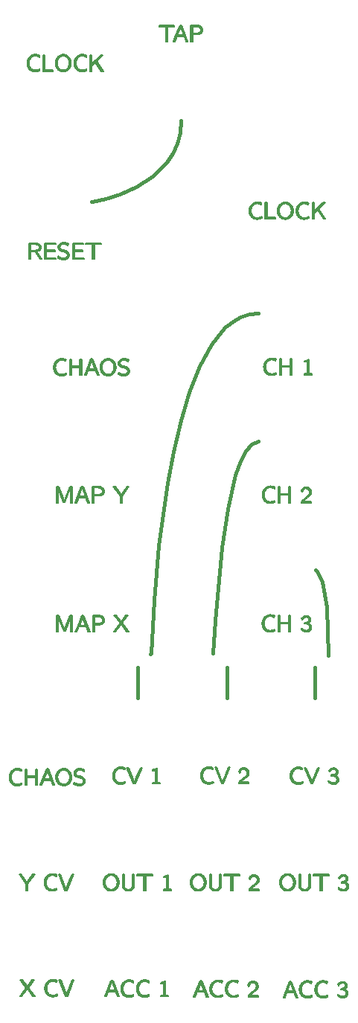
<source format=gbr>
%TF.GenerationSoftware,KiCad,Pcbnew,8.0.5*%
%TF.CreationDate,2025-08-28T15:22:09-04:00*%
%TF.ProjectId,ugrids-panel,75677269-6473-42d7-9061-6e656c2e6b69,rev?*%
%TF.SameCoordinates,Original*%
%TF.FileFunction,Legend,Top*%
%TF.FilePolarity,Positive*%
%FSLAX46Y46*%
G04 Gerber Fmt 4.6, Leading zero omitted, Abs format (unit mm)*
G04 Created by KiCad (PCBNEW 8.0.5) date 2025-08-28 15:22:09*
%MOMM*%
%LPD*%
G01*
G04 APERTURE LIST*
%ADD10C,0.200000*%
%ADD11C,0.400000*%
G04 APERTURE END LIST*
D10*
X85512266Y-110212942D02*
X86494136Y-110212942D01*
X86494136Y-109401620D01*
X86678868Y-109401620D01*
X86678868Y-111239993D01*
X86494136Y-111239993D01*
X86494136Y-110353744D01*
X85512266Y-110353744D01*
X85512266Y-111239993D01*
X85327531Y-111239993D01*
X85327531Y-109401620D01*
X85512266Y-109401620D01*
X85512266Y-110212942D01*
G36*
X85512266Y-110212942D02*
G01*
X86494136Y-110212942D01*
X86494136Y-109401620D01*
X86678868Y-109401620D01*
X86678868Y-111239993D01*
X86494136Y-111239993D01*
X86494136Y-110353744D01*
X85512266Y-110353744D01*
X85512266Y-111239993D01*
X85327531Y-111239993D01*
X85327531Y-109401620D01*
X85512266Y-109401620D01*
X85512266Y-110212942D01*
G37*
X88549279Y-109462770D02*
X88574360Y-109464102D01*
X88598937Y-109466322D01*
X88623010Y-109469430D01*
X88646579Y-109473427D01*
X88669644Y-109478312D01*
X88692204Y-109484085D01*
X88714260Y-109490748D01*
X88735810Y-109498298D01*
X88756856Y-109506738D01*
X88777397Y-109516067D01*
X88797433Y-109526284D01*
X88816963Y-109537391D01*
X88835988Y-109549387D01*
X88854507Y-109562272D01*
X88872520Y-109576046D01*
X88889726Y-109590441D01*
X88905822Y-109605209D01*
X88920810Y-109620351D01*
X88934688Y-109635866D01*
X88947457Y-109651755D01*
X88959117Y-109668018D01*
X88969667Y-109684655D01*
X88979106Y-109701665D01*
X88987436Y-109719049D01*
X88994656Y-109736808D01*
X89000765Y-109754940D01*
X89005764Y-109773446D01*
X89009653Y-109792326D01*
X89012430Y-109811580D01*
X89014097Y-109831209D01*
X89014653Y-109851211D01*
X89014357Y-109866707D01*
X89013472Y-109882199D01*
X89011996Y-109897687D01*
X89009929Y-109913170D01*
X89007271Y-109928650D01*
X89004023Y-109944125D01*
X89000184Y-109959595D01*
X88995754Y-109975061D01*
X88990733Y-109990522D01*
X88985121Y-110005977D01*
X88978918Y-110021428D01*
X88972124Y-110036873D01*
X88964738Y-110052313D01*
X88956761Y-110067748D01*
X88948193Y-110083176D01*
X88939033Y-110098599D01*
X88929211Y-110113844D01*
X88918638Y-110128741D01*
X88907313Y-110143292D01*
X88895236Y-110157494D01*
X88882408Y-110171349D01*
X88868827Y-110184857D01*
X88854495Y-110198016D01*
X88839410Y-110210828D01*
X88823573Y-110223292D01*
X88806984Y-110235408D01*
X88789643Y-110247177D01*
X88771549Y-110258597D01*
X88752703Y-110269669D01*
X88733104Y-110280393D01*
X88712753Y-110290769D01*
X88691648Y-110300796D01*
X88715822Y-110307690D01*
X88739249Y-110315174D01*
X88761929Y-110323247D01*
X88783862Y-110331910D01*
X88805049Y-110341163D01*
X88825488Y-110351004D01*
X88845180Y-110361435D01*
X88864125Y-110372454D01*
X88882322Y-110384061D01*
X88899772Y-110396257D01*
X88916475Y-110409041D01*
X88932430Y-110422412D01*
X88947638Y-110436371D01*
X88962097Y-110450918D01*
X88975809Y-110466051D01*
X88988774Y-110481772D01*
X89000981Y-110497879D01*
X89012401Y-110514152D01*
X89023033Y-110530592D01*
X89032877Y-110547197D01*
X89041934Y-110563969D01*
X89050204Y-110580907D01*
X89057686Y-110598012D01*
X89064380Y-110615282D01*
X89070287Y-110632719D01*
X89075406Y-110650322D01*
X89079738Y-110668090D01*
X89083282Y-110686025D01*
X89086038Y-110704127D01*
X89088007Y-110722394D01*
X89089189Y-110740827D01*
X89089582Y-110759427D01*
X89088957Y-110784833D01*
X89087080Y-110809895D01*
X89083951Y-110834612D01*
X89079571Y-110858985D01*
X89073939Y-110883014D01*
X89067055Y-110906698D01*
X89058919Y-110930039D01*
X89049532Y-110953036D01*
X89038892Y-110975690D01*
X89027000Y-110998000D01*
X89013856Y-111019966D01*
X88999460Y-111041590D01*
X88983811Y-111062870D01*
X88966910Y-111083808D01*
X88948756Y-111104403D01*
X88929350Y-111124655D01*
X88908974Y-111144099D01*
X88887892Y-111162289D01*
X88866103Y-111179223D01*
X88843606Y-111194903D01*
X88820404Y-111209328D01*
X88796494Y-111222498D01*
X88771879Y-111234414D01*
X88746556Y-111245075D01*
X88720528Y-111254482D01*
X88693793Y-111262634D01*
X88666352Y-111269532D01*
X88638205Y-111275175D01*
X88609352Y-111279565D01*
X88579794Y-111282700D01*
X88549529Y-111284581D01*
X88518559Y-111285208D01*
X88503714Y-111285045D01*
X88488905Y-111284558D01*
X88474132Y-111283746D01*
X88459395Y-111282609D01*
X88444693Y-111281147D01*
X88430028Y-111279360D01*
X88415399Y-111277248D01*
X88400806Y-111274811D01*
X88386249Y-111272048D01*
X88371727Y-111268961D01*
X88357242Y-111265549D01*
X88342793Y-111261812D01*
X88328380Y-111257750D01*
X88314002Y-111253363D01*
X88299661Y-111248650D01*
X88285356Y-111243612D01*
X88257419Y-111233011D01*
X88230796Y-111222003D01*
X88205488Y-111210587D01*
X88181494Y-111198765D01*
X88158815Y-111186536D01*
X88137450Y-111173901D01*
X88117400Y-111160858D01*
X88098664Y-111147409D01*
X88081008Y-111133820D01*
X88064196Y-111120354D01*
X88048229Y-111107011D01*
X88033107Y-111093789D01*
X88018831Y-111080688D01*
X88005401Y-111067707D01*
X87992818Y-111054847D01*
X87981083Y-111042105D01*
X87975614Y-111035872D01*
X87970498Y-111029852D01*
X87965733Y-111024045D01*
X87961321Y-111018453D01*
X87957262Y-111013074D01*
X87953555Y-111007908D01*
X87950200Y-111002957D01*
X87947198Y-110998219D01*
X87944549Y-110993695D01*
X87942253Y-110989385D01*
X87940310Y-110985289D01*
X87938720Y-110981407D01*
X87937483Y-110977739D01*
X87936600Y-110974285D01*
X87936070Y-110971046D01*
X87935893Y-110968020D01*
X87935899Y-110968002D01*
X87935919Y-110966673D01*
X87935978Y-110965264D01*
X87936078Y-110963774D01*
X87936217Y-110962202D01*
X87936395Y-110960549D01*
X87936613Y-110958813D01*
X87936871Y-110956995D01*
X87937168Y-110955093D01*
X87938155Y-110949911D01*
X87939769Y-110942072D01*
X87942028Y-110931575D01*
X87944947Y-110918417D01*
X87960453Y-110849521D01*
X87971890Y-110864771D01*
X87983600Y-110879623D01*
X87995583Y-110894080D01*
X88007839Y-110908139D01*
X88020367Y-110921801D01*
X88033169Y-110935066D01*
X88046243Y-110947935D01*
X88059591Y-110960407D01*
X88073211Y-110972482D01*
X88087104Y-110984161D01*
X88101270Y-110995442D01*
X88115709Y-111006327D01*
X88130421Y-111016816D01*
X88145406Y-111026907D01*
X88160664Y-111036603D01*
X88176194Y-111045901D01*
X88206699Y-111063144D01*
X88235546Y-111078521D01*
X88262737Y-111092030D01*
X88288271Y-111103671D01*
X88312148Y-111113442D01*
X88323465Y-111117625D01*
X88334368Y-111121341D01*
X88344857Y-111124589D01*
X88354932Y-111127368D01*
X88364592Y-111129679D01*
X88373838Y-111131521D01*
X88391894Y-111134534D01*
X88409866Y-111137146D01*
X88427754Y-111139356D01*
X88445560Y-111141165D01*
X88463284Y-111142572D01*
X88480927Y-111143577D01*
X88498489Y-111144180D01*
X88515971Y-111144381D01*
X88537819Y-111143959D01*
X88559111Y-111142692D01*
X88579847Y-111140580D01*
X88600029Y-111137624D01*
X88619654Y-111133823D01*
X88638724Y-111129176D01*
X88657239Y-111123685D01*
X88675197Y-111117348D01*
X88692601Y-111110166D01*
X88709448Y-111102139D01*
X88725740Y-111093267D01*
X88741476Y-111083549D01*
X88756656Y-111072985D01*
X88771281Y-111061576D01*
X88785350Y-111049322D01*
X88798863Y-111036221D01*
X88811694Y-111022460D01*
X88823698Y-111008206D01*
X88834873Y-110993458D01*
X88845220Y-110978216D01*
X88854738Y-110962482D01*
X88863429Y-110946253D01*
X88871291Y-110929531D01*
X88878326Y-110912316D01*
X88884532Y-110894607D01*
X88889911Y-110876404D01*
X88894462Y-110857708D01*
X88898186Y-110838518D01*
X88901081Y-110818834D01*
X88903150Y-110798657D01*
X88904391Y-110777985D01*
X88904804Y-110756820D01*
X88904412Y-110735994D01*
X88903234Y-110715680D01*
X88901271Y-110695880D01*
X88898523Y-110676592D01*
X88894990Y-110657818D01*
X88890670Y-110639557D01*
X88885566Y-110621808D01*
X88879676Y-110604573D01*
X88873000Y-110587850D01*
X88865538Y-110571640D01*
X88857290Y-110555943D01*
X88848257Y-110540759D01*
X88838437Y-110526087D01*
X88827831Y-110511928D01*
X88816439Y-110498281D01*
X88804261Y-110485147D01*
X88791494Y-110472630D01*
X88778335Y-110460837D01*
X88764783Y-110449769D01*
X88750840Y-110439426D01*
X88736503Y-110429808D01*
X88721775Y-110420914D01*
X88706653Y-110412745D01*
X88691138Y-110405301D01*
X88675231Y-110398582D01*
X88658930Y-110392587D01*
X88642235Y-110387319D01*
X88625147Y-110382775D01*
X88607665Y-110378956D01*
X88589789Y-110375863D01*
X88571519Y-110373496D01*
X88552854Y-110371853D01*
X88463902Y-110369259D01*
X88280809Y-110369259D01*
X88280809Y-110237497D01*
X88339223Y-110232870D01*
X88391994Y-110228042D01*
X88439122Y-110223012D01*
X88480608Y-110217780D01*
X88516453Y-110212347D01*
X88546660Y-110206713D01*
X88571228Y-110200879D01*
X88590159Y-110194845D01*
X88602312Y-110189953D01*
X88614284Y-110184641D01*
X88626075Y-110178911D01*
X88637685Y-110172761D01*
X88649113Y-110166193D01*
X88660361Y-110159206D01*
X88671428Y-110151800D01*
X88682313Y-110143975D01*
X88693018Y-110135731D01*
X88703541Y-110127070D01*
X88713884Y-110117989D01*
X88724045Y-110108490D01*
X88734025Y-110098573D01*
X88743824Y-110088237D01*
X88753443Y-110077483D01*
X88762879Y-110066311D01*
X88771934Y-110054794D01*
X88780404Y-110043019D01*
X88788290Y-110030987D01*
X88795592Y-110018699D01*
X88802310Y-110006153D01*
X88808443Y-109993351D01*
X88813993Y-109980292D01*
X88818958Y-109966976D01*
X88823339Y-109953403D01*
X88827136Y-109939574D01*
X88830349Y-109925488D01*
X88832977Y-109911146D01*
X88835022Y-109896547D01*
X88836482Y-109881691D01*
X88837358Y-109866580D01*
X88837651Y-109851211D01*
X88837315Y-109836855D01*
X88836309Y-109822858D01*
X88834631Y-109809218D01*
X88832282Y-109795938D01*
X88829262Y-109783015D01*
X88825570Y-109770451D01*
X88821207Y-109758245D01*
X88816173Y-109746398D01*
X88810467Y-109734909D01*
X88804089Y-109723779D01*
X88797039Y-109713006D01*
X88789318Y-109702593D01*
X88780925Y-109692538D01*
X88771860Y-109682841D01*
X88762122Y-109673503D01*
X88751713Y-109664523D01*
X88740758Y-109655997D01*
X88729364Y-109648021D01*
X88717531Y-109640594D01*
X88705259Y-109633717D01*
X88692547Y-109627389D01*
X88679395Y-109621611D01*
X88665804Y-109616383D01*
X88651773Y-109611705D01*
X88637303Y-109607577D01*
X88622393Y-109603999D01*
X88607043Y-109600971D01*
X88591253Y-109598493D01*
X88575024Y-109596566D01*
X88558354Y-109595190D01*
X88541245Y-109594364D01*
X88523695Y-109594088D01*
X88486590Y-109595259D01*
X88450525Y-109598771D01*
X88415500Y-109604625D01*
X88381513Y-109612820D01*
X88348566Y-109623357D01*
X88316659Y-109636235D01*
X88285791Y-109651455D01*
X88255962Y-109669017D01*
X88227172Y-109688920D01*
X88199422Y-109711165D01*
X88172711Y-109735751D01*
X88147040Y-109762679D01*
X88122408Y-109791948D01*
X88098815Y-109823560D01*
X88076261Y-109857513D01*
X88054747Y-109893808D01*
X87973359Y-109776278D01*
X87998521Y-109738106D01*
X88024915Y-109702407D01*
X88038574Y-109685485D01*
X88052540Y-109669182D01*
X88066815Y-109653498D01*
X88081397Y-109638431D01*
X88096287Y-109623984D01*
X88111485Y-109610154D01*
X88126990Y-109596943D01*
X88142804Y-109584351D01*
X88158925Y-109572377D01*
X88175354Y-109561021D01*
X88192091Y-109550283D01*
X88209135Y-109540164D01*
X88226488Y-109530663D01*
X88244148Y-109521780D01*
X88262115Y-109513516D01*
X88280391Y-109505869D01*
X88298974Y-109498841D01*
X88317865Y-109492431D01*
X88337063Y-109486639D01*
X88356570Y-109481465D01*
X88376384Y-109476910D01*
X88396505Y-109472972D01*
X88416934Y-109469653D01*
X88437671Y-109466951D01*
X88458716Y-109464868D01*
X88480068Y-109463403D01*
X88523695Y-109462326D01*
X88549279Y-109462770D01*
G36*
X88549279Y-109462770D02*
G01*
X88574360Y-109464102D01*
X88598937Y-109466322D01*
X88623010Y-109469430D01*
X88646579Y-109473427D01*
X88669644Y-109478312D01*
X88692204Y-109484085D01*
X88714260Y-109490748D01*
X88735810Y-109498298D01*
X88756856Y-109506738D01*
X88777397Y-109516067D01*
X88797433Y-109526284D01*
X88816963Y-109537391D01*
X88835988Y-109549387D01*
X88854507Y-109562272D01*
X88872520Y-109576046D01*
X88889726Y-109590441D01*
X88905822Y-109605209D01*
X88920810Y-109620351D01*
X88934688Y-109635866D01*
X88947457Y-109651755D01*
X88959117Y-109668018D01*
X88969667Y-109684655D01*
X88979106Y-109701665D01*
X88987436Y-109719049D01*
X88994656Y-109736808D01*
X89000765Y-109754940D01*
X89005764Y-109773446D01*
X89009653Y-109792326D01*
X89012430Y-109811580D01*
X89014097Y-109831209D01*
X89014653Y-109851211D01*
X89014357Y-109866707D01*
X89013472Y-109882199D01*
X89011996Y-109897687D01*
X89009929Y-109913170D01*
X89007271Y-109928650D01*
X89004023Y-109944125D01*
X89000184Y-109959595D01*
X88995754Y-109975061D01*
X88990733Y-109990522D01*
X88985121Y-110005977D01*
X88978918Y-110021428D01*
X88972124Y-110036873D01*
X88964738Y-110052313D01*
X88956761Y-110067748D01*
X88948193Y-110083176D01*
X88939033Y-110098599D01*
X88929211Y-110113844D01*
X88918638Y-110128741D01*
X88907313Y-110143292D01*
X88895236Y-110157494D01*
X88882408Y-110171349D01*
X88868827Y-110184857D01*
X88854495Y-110198016D01*
X88839410Y-110210828D01*
X88823573Y-110223292D01*
X88806984Y-110235408D01*
X88789643Y-110247177D01*
X88771549Y-110258597D01*
X88752703Y-110269669D01*
X88733104Y-110280393D01*
X88712753Y-110290769D01*
X88691648Y-110300796D01*
X88715822Y-110307690D01*
X88739249Y-110315174D01*
X88761929Y-110323247D01*
X88783862Y-110331910D01*
X88805049Y-110341163D01*
X88825488Y-110351004D01*
X88845180Y-110361435D01*
X88864125Y-110372454D01*
X88882322Y-110384061D01*
X88899772Y-110396257D01*
X88916475Y-110409041D01*
X88932430Y-110422412D01*
X88947638Y-110436371D01*
X88962097Y-110450918D01*
X88975809Y-110466051D01*
X88988774Y-110481772D01*
X89000981Y-110497879D01*
X89012401Y-110514152D01*
X89023033Y-110530592D01*
X89032877Y-110547197D01*
X89041934Y-110563969D01*
X89050204Y-110580907D01*
X89057686Y-110598012D01*
X89064380Y-110615282D01*
X89070287Y-110632719D01*
X89075406Y-110650322D01*
X89079738Y-110668090D01*
X89083282Y-110686025D01*
X89086038Y-110704127D01*
X89088007Y-110722394D01*
X89089189Y-110740827D01*
X89089582Y-110759427D01*
X89088957Y-110784833D01*
X89087080Y-110809895D01*
X89083951Y-110834612D01*
X89079571Y-110858985D01*
X89073939Y-110883014D01*
X89067055Y-110906698D01*
X89058919Y-110930039D01*
X89049532Y-110953036D01*
X89038892Y-110975690D01*
X89027000Y-110998000D01*
X89013856Y-111019966D01*
X88999460Y-111041590D01*
X88983811Y-111062870D01*
X88966910Y-111083808D01*
X88948756Y-111104403D01*
X88929350Y-111124655D01*
X88908974Y-111144099D01*
X88887892Y-111162289D01*
X88866103Y-111179223D01*
X88843606Y-111194903D01*
X88820404Y-111209328D01*
X88796494Y-111222498D01*
X88771879Y-111234414D01*
X88746556Y-111245075D01*
X88720528Y-111254482D01*
X88693793Y-111262634D01*
X88666352Y-111269532D01*
X88638205Y-111275175D01*
X88609352Y-111279565D01*
X88579794Y-111282700D01*
X88549529Y-111284581D01*
X88518559Y-111285208D01*
X88503714Y-111285045D01*
X88488905Y-111284558D01*
X88474132Y-111283746D01*
X88459395Y-111282609D01*
X88444693Y-111281147D01*
X88430028Y-111279360D01*
X88415399Y-111277248D01*
X88400806Y-111274811D01*
X88386249Y-111272048D01*
X88371727Y-111268961D01*
X88357242Y-111265549D01*
X88342793Y-111261812D01*
X88328380Y-111257750D01*
X88314002Y-111253363D01*
X88299661Y-111248650D01*
X88285356Y-111243612D01*
X88257419Y-111233011D01*
X88230796Y-111222003D01*
X88205488Y-111210587D01*
X88181494Y-111198765D01*
X88158815Y-111186536D01*
X88137450Y-111173901D01*
X88117400Y-111160858D01*
X88098664Y-111147409D01*
X88081008Y-111133820D01*
X88064196Y-111120354D01*
X88048229Y-111107011D01*
X88033107Y-111093789D01*
X88018831Y-111080688D01*
X88005401Y-111067707D01*
X87992818Y-111054847D01*
X87981083Y-111042105D01*
X87975614Y-111035872D01*
X87970498Y-111029852D01*
X87965733Y-111024045D01*
X87961321Y-111018453D01*
X87957262Y-111013074D01*
X87953555Y-111007908D01*
X87950200Y-111002957D01*
X87947198Y-110998219D01*
X87944549Y-110993695D01*
X87942253Y-110989385D01*
X87940310Y-110985289D01*
X87938720Y-110981407D01*
X87937483Y-110977739D01*
X87936600Y-110974285D01*
X87936070Y-110971046D01*
X87935893Y-110968020D01*
X87935899Y-110968002D01*
X87935919Y-110966673D01*
X87935978Y-110965264D01*
X87936078Y-110963774D01*
X87936217Y-110962202D01*
X87936395Y-110960549D01*
X87936613Y-110958813D01*
X87936871Y-110956995D01*
X87937168Y-110955093D01*
X87938155Y-110949911D01*
X87939769Y-110942072D01*
X87942028Y-110931575D01*
X87944947Y-110918417D01*
X87960453Y-110849521D01*
X87971890Y-110864771D01*
X87983600Y-110879623D01*
X87995583Y-110894080D01*
X88007839Y-110908139D01*
X88020367Y-110921801D01*
X88033169Y-110935066D01*
X88046243Y-110947935D01*
X88059591Y-110960407D01*
X88073211Y-110972482D01*
X88087104Y-110984161D01*
X88101270Y-110995442D01*
X88115709Y-111006327D01*
X88130421Y-111016816D01*
X88145406Y-111026907D01*
X88160664Y-111036603D01*
X88176194Y-111045901D01*
X88206699Y-111063144D01*
X88235546Y-111078521D01*
X88262737Y-111092030D01*
X88288271Y-111103671D01*
X88312148Y-111113442D01*
X88323465Y-111117625D01*
X88334368Y-111121341D01*
X88344857Y-111124589D01*
X88354932Y-111127368D01*
X88364592Y-111129679D01*
X88373838Y-111131521D01*
X88391894Y-111134534D01*
X88409866Y-111137146D01*
X88427754Y-111139356D01*
X88445560Y-111141165D01*
X88463284Y-111142572D01*
X88480927Y-111143577D01*
X88498489Y-111144180D01*
X88515971Y-111144381D01*
X88537819Y-111143959D01*
X88559111Y-111142692D01*
X88579847Y-111140580D01*
X88600029Y-111137624D01*
X88619654Y-111133823D01*
X88638724Y-111129176D01*
X88657239Y-111123685D01*
X88675197Y-111117348D01*
X88692601Y-111110166D01*
X88709448Y-111102139D01*
X88725740Y-111093267D01*
X88741476Y-111083549D01*
X88756656Y-111072985D01*
X88771281Y-111061576D01*
X88785350Y-111049322D01*
X88798863Y-111036221D01*
X88811694Y-111022460D01*
X88823698Y-111008206D01*
X88834873Y-110993458D01*
X88845220Y-110978216D01*
X88854738Y-110962482D01*
X88863429Y-110946253D01*
X88871291Y-110929531D01*
X88878326Y-110912316D01*
X88884532Y-110894607D01*
X88889911Y-110876404D01*
X88894462Y-110857708D01*
X88898186Y-110838518D01*
X88901081Y-110818834D01*
X88903150Y-110798657D01*
X88904391Y-110777985D01*
X88904804Y-110756820D01*
X88904412Y-110735994D01*
X88903234Y-110715680D01*
X88901271Y-110695880D01*
X88898523Y-110676592D01*
X88894990Y-110657818D01*
X88890670Y-110639557D01*
X88885566Y-110621808D01*
X88879676Y-110604573D01*
X88873000Y-110587850D01*
X88865538Y-110571640D01*
X88857290Y-110555943D01*
X88848257Y-110540759D01*
X88838437Y-110526087D01*
X88827831Y-110511928D01*
X88816439Y-110498281D01*
X88804261Y-110485147D01*
X88791494Y-110472630D01*
X88778335Y-110460837D01*
X88764783Y-110449769D01*
X88750840Y-110439426D01*
X88736503Y-110429808D01*
X88721775Y-110420914D01*
X88706653Y-110412745D01*
X88691138Y-110405301D01*
X88675231Y-110398582D01*
X88658930Y-110392587D01*
X88642235Y-110387319D01*
X88625147Y-110382775D01*
X88607665Y-110378956D01*
X88589789Y-110375863D01*
X88571519Y-110373496D01*
X88552854Y-110371853D01*
X88463902Y-110369259D01*
X88280809Y-110369259D01*
X88280809Y-110237497D01*
X88339223Y-110232870D01*
X88391994Y-110228042D01*
X88439122Y-110223012D01*
X88480608Y-110217780D01*
X88516453Y-110212347D01*
X88546660Y-110206713D01*
X88571228Y-110200879D01*
X88590159Y-110194845D01*
X88602312Y-110189953D01*
X88614284Y-110184641D01*
X88626075Y-110178911D01*
X88637685Y-110172761D01*
X88649113Y-110166193D01*
X88660361Y-110159206D01*
X88671428Y-110151800D01*
X88682313Y-110143975D01*
X88693018Y-110135731D01*
X88703541Y-110127070D01*
X88713884Y-110117989D01*
X88724045Y-110108490D01*
X88734025Y-110098573D01*
X88743824Y-110088237D01*
X88753443Y-110077483D01*
X88762879Y-110066311D01*
X88771934Y-110054794D01*
X88780404Y-110043019D01*
X88788290Y-110030987D01*
X88795592Y-110018699D01*
X88802310Y-110006153D01*
X88808443Y-109993351D01*
X88813993Y-109980292D01*
X88818958Y-109966976D01*
X88823339Y-109953403D01*
X88827136Y-109939574D01*
X88830349Y-109925488D01*
X88832977Y-109911146D01*
X88835022Y-109896547D01*
X88836482Y-109881691D01*
X88837358Y-109866580D01*
X88837651Y-109851211D01*
X88837315Y-109836855D01*
X88836309Y-109822858D01*
X88834631Y-109809218D01*
X88832282Y-109795938D01*
X88829262Y-109783015D01*
X88825570Y-109770451D01*
X88821207Y-109758245D01*
X88816173Y-109746398D01*
X88810467Y-109734909D01*
X88804089Y-109723779D01*
X88797039Y-109713006D01*
X88789318Y-109702593D01*
X88780925Y-109692538D01*
X88771860Y-109682841D01*
X88762122Y-109673503D01*
X88751713Y-109664523D01*
X88740758Y-109655997D01*
X88729364Y-109648021D01*
X88717531Y-109640594D01*
X88705259Y-109633717D01*
X88692547Y-109627389D01*
X88679395Y-109621611D01*
X88665804Y-109616383D01*
X88651773Y-109611705D01*
X88637303Y-109607577D01*
X88622393Y-109603999D01*
X88607043Y-109600971D01*
X88591253Y-109598493D01*
X88575024Y-109596566D01*
X88558354Y-109595190D01*
X88541245Y-109594364D01*
X88523695Y-109594088D01*
X88486590Y-109595259D01*
X88450525Y-109598771D01*
X88415500Y-109604625D01*
X88381513Y-109612820D01*
X88348566Y-109623357D01*
X88316659Y-109636235D01*
X88285791Y-109651455D01*
X88255962Y-109669017D01*
X88227172Y-109688920D01*
X88199422Y-109711165D01*
X88172711Y-109735751D01*
X88147040Y-109762679D01*
X88122408Y-109791948D01*
X88098815Y-109823560D01*
X88076261Y-109857513D01*
X88054747Y-109893808D01*
X87973359Y-109776278D01*
X87998521Y-109738106D01*
X88024915Y-109702407D01*
X88038574Y-109685485D01*
X88052540Y-109669182D01*
X88066815Y-109653498D01*
X88081397Y-109638431D01*
X88096287Y-109623984D01*
X88111485Y-109610154D01*
X88126990Y-109596943D01*
X88142804Y-109584351D01*
X88158925Y-109572377D01*
X88175354Y-109561021D01*
X88192091Y-109550283D01*
X88209135Y-109540164D01*
X88226488Y-109530663D01*
X88244148Y-109521780D01*
X88262115Y-109513516D01*
X88280391Y-109505869D01*
X88298974Y-109498841D01*
X88317865Y-109492431D01*
X88337063Y-109486639D01*
X88356570Y-109481465D01*
X88376384Y-109476910D01*
X88396505Y-109472972D01*
X88416934Y-109469653D01*
X88437671Y-109466951D01*
X88458716Y-109464868D01*
X88480068Y-109463403D01*
X88523695Y-109462326D01*
X88549279Y-109462770D01*
G37*
X84417239Y-109359643D02*
X84448806Y-109360712D01*
X84480423Y-109362495D01*
X84512090Y-109364990D01*
X84543807Y-109368199D01*
X84575574Y-109372121D01*
X84607392Y-109376755D01*
X84639260Y-109382103D01*
X84671180Y-109388165D01*
X84703150Y-109394939D01*
X84735171Y-109402427D01*
X84767244Y-109410628D01*
X84831543Y-109429169D01*
X84896049Y-109450564D01*
X84861128Y-109633072D01*
X84822621Y-109611978D01*
X84788466Y-109593860D01*
X84758667Y-109578719D01*
X84745402Y-109572265D01*
X84733229Y-109566556D01*
X84720804Y-109561218D01*
X84706786Y-109555841D01*
X84691175Y-109550422D01*
X84673969Y-109544961D01*
X84655168Y-109539458D01*
X84634771Y-109533912D01*
X84612778Y-109528323D01*
X84589189Y-109522690D01*
X84564630Y-109517389D01*
X84539729Y-109512796D01*
X84514486Y-109508913D01*
X84488900Y-109505736D01*
X84462972Y-109503267D01*
X84436701Y-109501504D01*
X84410089Y-109500447D01*
X84383134Y-109500094D01*
X84346538Y-109501040D01*
X84310709Y-109503877D01*
X84275647Y-109508605D01*
X84241351Y-109515225D01*
X84207822Y-109523735D01*
X84175060Y-109534137D01*
X84143064Y-109546429D01*
X84111836Y-109560612D01*
X84081375Y-109576686D01*
X84051681Y-109594651D01*
X84022754Y-109614506D01*
X83994594Y-109636251D01*
X83967202Y-109659887D01*
X83940578Y-109685413D01*
X83914721Y-109712829D01*
X83889631Y-109742135D01*
X83865698Y-109772763D01*
X83843309Y-109804144D01*
X83822464Y-109836277D01*
X83803164Y-109869162D01*
X83785407Y-109902800D01*
X83769194Y-109937189D01*
X83754525Y-109972331D01*
X83741401Y-110008224D01*
X83729820Y-110044869D01*
X83719784Y-110082266D01*
X83711291Y-110120413D01*
X83704343Y-110159312D01*
X83698939Y-110198962D01*
X83695078Y-110239362D01*
X83692762Y-110280513D01*
X83691990Y-110322415D01*
X83692755Y-110363701D01*
X83695048Y-110404296D01*
X83698871Y-110444199D01*
X83704223Y-110483410D01*
X83711103Y-110521930D01*
X83719512Y-110559758D01*
X83729450Y-110596895D01*
X83740917Y-110633342D01*
X83753912Y-110669097D01*
X83768436Y-110704162D01*
X83784489Y-110738537D01*
X83802069Y-110772221D01*
X83821178Y-110805215D01*
X83841816Y-110837519D01*
X83863981Y-110869133D01*
X83887675Y-110900058D01*
X83912559Y-110929681D01*
X83938274Y-110957393D01*
X83964823Y-110983194D01*
X83992203Y-111007084D01*
X84020416Y-111029063D01*
X84049462Y-111049130D01*
X84079340Y-111067287D01*
X84110051Y-111083532D01*
X84141595Y-111097867D01*
X84173972Y-111110290D01*
X84207181Y-111120802D01*
X84241224Y-111129402D01*
X84276099Y-111136092D01*
X84311808Y-111140870D01*
X84348350Y-111143737D01*
X84385725Y-111144693D01*
X84418854Y-111144259D01*
X84451052Y-111142956D01*
X84482320Y-111140787D01*
X84512659Y-111137751D01*
X84542071Y-111133850D01*
X84570556Y-111129084D01*
X84598115Y-111123453D01*
X84624751Y-111116958D01*
X84649866Y-111110145D01*
X84672902Y-111103595D01*
X84693859Y-111097308D01*
X84712738Y-111091283D01*
X84729539Y-111085521D01*
X84744261Y-111080023D01*
X84756904Y-111074787D01*
X84767469Y-111069815D01*
X84778072Y-111064228D01*
X84790788Y-111057151D01*
X84805621Y-111048584D01*
X84822570Y-111038526D01*
X84841638Y-111026974D01*
X84862825Y-111013928D01*
X84911564Y-110983346D01*
X84925746Y-111136960D01*
X84880621Y-111161697D01*
X84840813Y-111182966D01*
X84806325Y-111200773D01*
X84777156Y-111215121D01*
X84770341Y-111218256D01*
X84763132Y-111221371D01*
X84747531Y-111227542D01*
X84730353Y-111233634D01*
X84711600Y-111239647D01*
X84691271Y-111245580D01*
X84669368Y-111251433D01*
X84645891Y-111257206D01*
X84620841Y-111262900D01*
X84594560Y-111268201D01*
X84567391Y-111272793D01*
X84539335Y-111276677D01*
X84510390Y-111279853D01*
X84480558Y-111282322D01*
X84449838Y-111284085D01*
X84418230Y-111285142D01*
X84385734Y-111285495D01*
X84354118Y-111284958D01*
X84322891Y-111283347D01*
X84292051Y-111280662D01*
X84261600Y-111276903D01*
X84231538Y-111272071D01*
X84201863Y-111266164D01*
X84172577Y-111259183D01*
X84143679Y-111251128D01*
X84115169Y-111241999D01*
X84087047Y-111231796D01*
X84059314Y-111220519D01*
X84031969Y-111208167D01*
X84005012Y-111194742D01*
X83978443Y-111180242D01*
X83952262Y-111164668D01*
X83926469Y-111148019D01*
X83901252Y-111130518D01*
X83876797Y-111112386D01*
X83853105Y-111093623D01*
X83830176Y-111074228D01*
X83808009Y-111054203D01*
X83786604Y-111033548D01*
X83765962Y-111012261D01*
X83746082Y-110990344D01*
X83726964Y-110967796D01*
X83708609Y-110944618D01*
X83691015Y-110920809D01*
X83674183Y-110896370D01*
X83658113Y-110871301D01*
X83642804Y-110845602D01*
X83628258Y-110819272D01*
X83614472Y-110792312D01*
X83614463Y-110792325D01*
X83601477Y-110764920D01*
X83589328Y-110737260D01*
X83578016Y-110709342D01*
X83567542Y-110681168D01*
X83557906Y-110652737D01*
X83549107Y-110624050D01*
X83541145Y-110595106D01*
X83534022Y-110565905D01*
X83527736Y-110536447D01*
X83522288Y-110506733D01*
X83517678Y-110476762D01*
X83513906Y-110446534D01*
X83510972Y-110416050D01*
X83508877Y-110385308D01*
X83507619Y-110354311D01*
X83507200Y-110323056D01*
X83507619Y-110291799D01*
X83508877Y-110260796D01*
X83510973Y-110230045D01*
X83513907Y-110199548D01*
X83517679Y-110169305D01*
X83522289Y-110139315D01*
X83527737Y-110109578D01*
X83534023Y-110080095D01*
X83541146Y-110050865D01*
X83549108Y-110021889D01*
X83557907Y-109993167D01*
X83567543Y-109964699D01*
X83578017Y-109936485D01*
X83589329Y-109908524D01*
X83601477Y-109880818D01*
X83614463Y-109853366D01*
X83628249Y-109826357D01*
X83642795Y-109799981D01*
X83658104Y-109774236D01*
X83674174Y-109749124D01*
X83691006Y-109724644D01*
X83708599Y-109700796D01*
X83726955Y-109677579D01*
X83746073Y-109654994D01*
X83765953Y-109633040D01*
X83786595Y-109611717D01*
X83808000Y-109591025D01*
X83830167Y-109570964D01*
X83853096Y-109551533D01*
X83876788Y-109532733D01*
X83901242Y-109514564D01*
X83926460Y-109497024D01*
X83952252Y-109480348D01*
X83978433Y-109464747D01*
X84005001Y-109450221D01*
X84031958Y-109436771D01*
X84059303Y-109424396D01*
X84087037Y-109413097D01*
X84115158Y-109402874D01*
X84143668Y-109393727D01*
X84172566Y-109385655D01*
X84201853Y-109378660D01*
X84231527Y-109372740D01*
X84261590Y-109367897D01*
X84292040Y-109364130D01*
X84322879Y-109361439D01*
X84354107Y-109359824D01*
X84385722Y-109359286D01*
X84417239Y-109359643D01*
G36*
X84417239Y-109359643D02*
G01*
X84448806Y-109360712D01*
X84480423Y-109362495D01*
X84512090Y-109364990D01*
X84543807Y-109368199D01*
X84575574Y-109372121D01*
X84607392Y-109376755D01*
X84639260Y-109382103D01*
X84671180Y-109388165D01*
X84703150Y-109394939D01*
X84735171Y-109402427D01*
X84767244Y-109410628D01*
X84831543Y-109429169D01*
X84896049Y-109450564D01*
X84861128Y-109633072D01*
X84822621Y-109611978D01*
X84788466Y-109593860D01*
X84758667Y-109578719D01*
X84745402Y-109572265D01*
X84733229Y-109566556D01*
X84720804Y-109561218D01*
X84706786Y-109555841D01*
X84691175Y-109550422D01*
X84673969Y-109544961D01*
X84655168Y-109539458D01*
X84634771Y-109533912D01*
X84612778Y-109528323D01*
X84589189Y-109522690D01*
X84564630Y-109517389D01*
X84539729Y-109512796D01*
X84514486Y-109508913D01*
X84488900Y-109505736D01*
X84462972Y-109503267D01*
X84436701Y-109501504D01*
X84410089Y-109500447D01*
X84383134Y-109500094D01*
X84346538Y-109501040D01*
X84310709Y-109503877D01*
X84275647Y-109508605D01*
X84241351Y-109515225D01*
X84207822Y-109523735D01*
X84175060Y-109534137D01*
X84143064Y-109546429D01*
X84111836Y-109560612D01*
X84081375Y-109576686D01*
X84051681Y-109594651D01*
X84022754Y-109614506D01*
X83994594Y-109636251D01*
X83967202Y-109659887D01*
X83940578Y-109685413D01*
X83914721Y-109712829D01*
X83889631Y-109742135D01*
X83865698Y-109772763D01*
X83843309Y-109804144D01*
X83822464Y-109836277D01*
X83803164Y-109869162D01*
X83785407Y-109902800D01*
X83769194Y-109937189D01*
X83754525Y-109972331D01*
X83741401Y-110008224D01*
X83729820Y-110044869D01*
X83719784Y-110082266D01*
X83711291Y-110120413D01*
X83704343Y-110159312D01*
X83698939Y-110198962D01*
X83695078Y-110239362D01*
X83692762Y-110280513D01*
X83691990Y-110322415D01*
X83692755Y-110363701D01*
X83695048Y-110404296D01*
X83698871Y-110444199D01*
X83704223Y-110483410D01*
X83711103Y-110521930D01*
X83719512Y-110559758D01*
X83729450Y-110596895D01*
X83740917Y-110633342D01*
X83753912Y-110669097D01*
X83768436Y-110704162D01*
X83784489Y-110738537D01*
X83802069Y-110772221D01*
X83821178Y-110805215D01*
X83841816Y-110837519D01*
X83863981Y-110869133D01*
X83887675Y-110900058D01*
X83912559Y-110929681D01*
X83938274Y-110957393D01*
X83964823Y-110983194D01*
X83992203Y-111007084D01*
X84020416Y-111029063D01*
X84049462Y-111049130D01*
X84079340Y-111067287D01*
X84110051Y-111083532D01*
X84141595Y-111097867D01*
X84173972Y-111110290D01*
X84207181Y-111120802D01*
X84241224Y-111129402D01*
X84276099Y-111136092D01*
X84311808Y-111140870D01*
X84348350Y-111143737D01*
X84385725Y-111144693D01*
X84418854Y-111144259D01*
X84451052Y-111142956D01*
X84482320Y-111140787D01*
X84512659Y-111137751D01*
X84542071Y-111133850D01*
X84570556Y-111129084D01*
X84598115Y-111123453D01*
X84624751Y-111116958D01*
X84649866Y-111110145D01*
X84672902Y-111103595D01*
X84693859Y-111097308D01*
X84712738Y-111091283D01*
X84729539Y-111085521D01*
X84744261Y-111080023D01*
X84756904Y-111074787D01*
X84767469Y-111069815D01*
X84778072Y-111064228D01*
X84790788Y-111057151D01*
X84805621Y-111048584D01*
X84822570Y-111038526D01*
X84841638Y-111026974D01*
X84862825Y-111013928D01*
X84911564Y-110983346D01*
X84925746Y-111136960D01*
X84880621Y-111161697D01*
X84840813Y-111182966D01*
X84806325Y-111200773D01*
X84777156Y-111215121D01*
X84770341Y-111218256D01*
X84763132Y-111221371D01*
X84747531Y-111227542D01*
X84730353Y-111233634D01*
X84711600Y-111239647D01*
X84691271Y-111245580D01*
X84669368Y-111251433D01*
X84645891Y-111257206D01*
X84620841Y-111262900D01*
X84594560Y-111268201D01*
X84567391Y-111272793D01*
X84539335Y-111276677D01*
X84510390Y-111279853D01*
X84480558Y-111282322D01*
X84449838Y-111284085D01*
X84418230Y-111285142D01*
X84385734Y-111285495D01*
X84354118Y-111284958D01*
X84322891Y-111283347D01*
X84292051Y-111280662D01*
X84261600Y-111276903D01*
X84231538Y-111272071D01*
X84201863Y-111266164D01*
X84172577Y-111259183D01*
X84143679Y-111251128D01*
X84115169Y-111241999D01*
X84087047Y-111231796D01*
X84059314Y-111220519D01*
X84031969Y-111208167D01*
X84005012Y-111194742D01*
X83978443Y-111180242D01*
X83952262Y-111164668D01*
X83926469Y-111148019D01*
X83901252Y-111130518D01*
X83876797Y-111112386D01*
X83853105Y-111093623D01*
X83830176Y-111074228D01*
X83808009Y-111054203D01*
X83786604Y-111033548D01*
X83765962Y-111012261D01*
X83746082Y-110990344D01*
X83726964Y-110967796D01*
X83708609Y-110944618D01*
X83691015Y-110920809D01*
X83674183Y-110896370D01*
X83658113Y-110871301D01*
X83642804Y-110845602D01*
X83628258Y-110819272D01*
X83614472Y-110792312D01*
X83614463Y-110792325D01*
X83601477Y-110764920D01*
X83589328Y-110737260D01*
X83578016Y-110709342D01*
X83567542Y-110681168D01*
X83557906Y-110652737D01*
X83549107Y-110624050D01*
X83541145Y-110595106D01*
X83534022Y-110565905D01*
X83527736Y-110536447D01*
X83522288Y-110506733D01*
X83517678Y-110476762D01*
X83513906Y-110446534D01*
X83510972Y-110416050D01*
X83508877Y-110385308D01*
X83507619Y-110354311D01*
X83507200Y-110323056D01*
X83507619Y-110291799D01*
X83508877Y-110260796D01*
X83510973Y-110230045D01*
X83513907Y-110199548D01*
X83517679Y-110169305D01*
X83522289Y-110139315D01*
X83527737Y-110109578D01*
X83534023Y-110080095D01*
X83541146Y-110050865D01*
X83549108Y-110021889D01*
X83557907Y-109993167D01*
X83567543Y-109964699D01*
X83578017Y-109936485D01*
X83589329Y-109908524D01*
X83601477Y-109880818D01*
X83614463Y-109853366D01*
X83628249Y-109826357D01*
X83642795Y-109799981D01*
X83658104Y-109774236D01*
X83674174Y-109749124D01*
X83691006Y-109724644D01*
X83708599Y-109700796D01*
X83726955Y-109677579D01*
X83746073Y-109654994D01*
X83765953Y-109633040D01*
X83786595Y-109611717D01*
X83808000Y-109591025D01*
X83830167Y-109570964D01*
X83853096Y-109551533D01*
X83876788Y-109532733D01*
X83901242Y-109514564D01*
X83926460Y-109497024D01*
X83952252Y-109480348D01*
X83978433Y-109464747D01*
X84005001Y-109450221D01*
X84031958Y-109436771D01*
X84059303Y-109424396D01*
X84087037Y-109413097D01*
X84115158Y-109402874D01*
X84143668Y-109393727D01*
X84172566Y-109385655D01*
X84201853Y-109378660D01*
X84231527Y-109372740D01*
X84261590Y-109367897D01*
X84292040Y-109364130D01*
X84322879Y-109361439D01*
X84354107Y-109359824D01*
X84385722Y-109359286D01*
X84417239Y-109359643D01*
G37*
X88521669Y-94818117D02*
X88552709Y-94820204D01*
X88583045Y-94823470D01*
X88612675Y-94827915D01*
X88641601Y-94833540D01*
X88669822Y-94840343D01*
X88697337Y-94848326D01*
X88724146Y-94857487D01*
X88750250Y-94867827D01*
X88775648Y-94879346D01*
X88800340Y-94892043D01*
X88824326Y-94905919D01*
X88847606Y-94920974D01*
X88870179Y-94937207D01*
X88892046Y-94954619D01*
X88913206Y-94973209D01*
X88933362Y-94992713D01*
X88952218Y-95012848D01*
X88969774Y-95033615D01*
X88986031Y-95055014D01*
X89000987Y-95077044D01*
X89014644Y-95099706D01*
X89027000Y-95123000D01*
X89038056Y-95146926D01*
X89047811Y-95171484D01*
X89056266Y-95196674D01*
X89063421Y-95222495D01*
X89069275Y-95248949D01*
X89073828Y-95276035D01*
X89077080Y-95303754D01*
X89079032Y-95332104D01*
X89079682Y-95361087D01*
X89079546Y-95373640D01*
X89079139Y-95386096D01*
X89078459Y-95398455D01*
X89077508Y-95410718D01*
X89076285Y-95422884D01*
X89074790Y-95434954D01*
X89073022Y-95446927D01*
X89070983Y-95458804D01*
X89068671Y-95470585D01*
X89066087Y-95482271D01*
X89063231Y-95493860D01*
X89060102Y-95505353D01*
X89056701Y-95516751D01*
X89053027Y-95528052D01*
X89049081Y-95539259D01*
X89044861Y-95550369D01*
X89040355Y-95561412D01*
X89035527Y-95572414D01*
X89030378Y-95583375D01*
X89024907Y-95594295D01*
X89019115Y-95605174D01*
X89013001Y-95616013D01*
X89006566Y-95626812D01*
X88999809Y-95637570D01*
X88992730Y-95648288D01*
X88985329Y-95658966D01*
X88977606Y-95669603D01*
X88969561Y-95680200D01*
X88961194Y-95690757D01*
X88952505Y-95701275D01*
X88943493Y-95711752D01*
X88934159Y-95722189D01*
X88898351Y-95761028D01*
X88866883Y-95794203D01*
X88852775Y-95808673D01*
X88839750Y-95821732D01*
X88827807Y-95833384D01*
X88816947Y-95843631D01*
X88805845Y-95853712D01*
X88793134Y-95864904D01*
X88778813Y-95877205D01*
X88762881Y-95890615D01*
X88745336Y-95905134D01*
X88726178Y-95920761D01*
X88705404Y-95937496D01*
X88683015Y-95955338D01*
X88576448Y-96042896D01*
X88538183Y-96074780D01*
X88509925Y-96098740D01*
X88468095Y-96135572D01*
X88389123Y-96205984D01*
X88119773Y-96447568D01*
X89079682Y-96447568D01*
X89079682Y-96596158D01*
X87967319Y-96596158D01*
X87967319Y-96455350D01*
X88527497Y-95950204D01*
X88573515Y-95909120D01*
X88616478Y-95869210D01*
X88656388Y-95830473D01*
X88693245Y-95792909D01*
X88727051Y-95756515D01*
X88757808Y-95721291D01*
X88785515Y-95687236D01*
X88810175Y-95654349D01*
X88821373Y-95638070D01*
X88831850Y-95621539D01*
X88841604Y-95604756D01*
X88850636Y-95587722D01*
X88858946Y-95570436D01*
X88866534Y-95552899D01*
X88873400Y-95535110D01*
X88879543Y-95517069D01*
X88884964Y-95498776D01*
X88889662Y-95480231D01*
X88893637Y-95461435D01*
X88896890Y-95442386D01*
X88899421Y-95423086D01*
X88901228Y-95403534D01*
X88902312Y-95383731D01*
X88902674Y-95363675D01*
X88902169Y-95341483D01*
X88900655Y-95319812D01*
X88898131Y-95298661D01*
X88894597Y-95278031D01*
X88890054Y-95257922D01*
X88884502Y-95238332D01*
X88877939Y-95219264D01*
X88870368Y-95200715D01*
X88861786Y-95182686D01*
X88852196Y-95165178D01*
X88841595Y-95148190D01*
X88829985Y-95131722D01*
X88817366Y-95115774D01*
X88803737Y-95100345D01*
X88789098Y-95085437D01*
X88773450Y-95071048D01*
X88757054Y-95057361D01*
X88740153Y-95044556D01*
X88722745Y-95032635D01*
X88704832Y-95021597D01*
X88686414Y-95011442D01*
X88667490Y-95002170D01*
X88648061Y-94993781D01*
X88628128Y-94986275D01*
X88607689Y-94979652D01*
X88586746Y-94973912D01*
X88565298Y-94969055D01*
X88543346Y-94965081D01*
X88520890Y-94961991D01*
X88497930Y-94959783D01*
X88474466Y-94958459D01*
X88450498Y-94958017D01*
X88428719Y-94958451D01*
X88407631Y-94959753D01*
X88387235Y-94961923D01*
X88367532Y-94964961D01*
X88348519Y-94968866D01*
X88330199Y-94973640D01*
X88312570Y-94979281D01*
X88295632Y-94985790D01*
X88279386Y-94993166D01*
X88263831Y-95001410D01*
X88248967Y-95010521D01*
X88234794Y-95020500D01*
X88221313Y-95031346D01*
X88208522Y-95043060D01*
X88196422Y-95055641D01*
X88185013Y-95069089D01*
X88174089Y-95083333D01*
X88163443Y-95098284D01*
X88153075Y-95113942D01*
X88142984Y-95130306D01*
X88133172Y-95147377D01*
X88123637Y-95165155D01*
X88114380Y-95183639D01*
X88105401Y-95202829D01*
X88096699Y-95222726D01*
X88088276Y-95243329D01*
X88080130Y-95264638D01*
X88072262Y-95286654D01*
X88064672Y-95309376D01*
X88057359Y-95332804D01*
X88050325Y-95356938D01*
X88043568Y-95381778D01*
X87945356Y-95262924D01*
X87945359Y-95262924D01*
X87962898Y-95208946D01*
X87982615Y-95158451D01*
X88004510Y-95111439D01*
X88016274Y-95089240D01*
X88028583Y-95067911D01*
X88041436Y-95047453D01*
X88054834Y-95027866D01*
X88068776Y-95009149D01*
X88083262Y-94991303D01*
X88098293Y-94974328D01*
X88113869Y-94958223D01*
X88129989Y-94942989D01*
X88146653Y-94928626D01*
X88163862Y-94915134D01*
X88181615Y-94902512D01*
X88199913Y-94890760D01*
X88218755Y-94879880D01*
X88238142Y-94869869D01*
X88258073Y-94860730D01*
X88278549Y-94852460D01*
X88299569Y-94845062D01*
X88321133Y-94838534D01*
X88343242Y-94832876D01*
X88365896Y-94828089D01*
X88389094Y-94824172D01*
X88412836Y-94821126D01*
X88437123Y-94818950D01*
X88487330Y-94817209D01*
X88489924Y-94817209D01*
X88521669Y-94818117D01*
G36*
X88521669Y-94818117D02*
G01*
X88552709Y-94820204D01*
X88583045Y-94823470D01*
X88612675Y-94827915D01*
X88641601Y-94833540D01*
X88669822Y-94840343D01*
X88697337Y-94848326D01*
X88724146Y-94857487D01*
X88750250Y-94867827D01*
X88775648Y-94879346D01*
X88800340Y-94892043D01*
X88824326Y-94905919D01*
X88847606Y-94920974D01*
X88870179Y-94937207D01*
X88892046Y-94954619D01*
X88913206Y-94973209D01*
X88933362Y-94992713D01*
X88952218Y-95012848D01*
X88969774Y-95033615D01*
X88986031Y-95055014D01*
X89000987Y-95077044D01*
X89014644Y-95099706D01*
X89027000Y-95123000D01*
X89038056Y-95146926D01*
X89047811Y-95171484D01*
X89056266Y-95196674D01*
X89063421Y-95222495D01*
X89069275Y-95248949D01*
X89073828Y-95276035D01*
X89077080Y-95303754D01*
X89079032Y-95332104D01*
X89079682Y-95361087D01*
X89079546Y-95373640D01*
X89079139Y-95386096D01*
X89078459Y-95398455D01*
X89077508Y-95410718D01*
X89076285Y-95422884D01*
X89074790Y-95434954D01*
X89073022Y-95446927D01*
X89070983Y-95458804D01*
X89068671Y-95470585D01*
X89066087Y-95482271D01*
X89063231Y-95493860D01*
X89060102Y-95505353D01*
X89056701Y-95516751D01*
X89053027Y-95528052D01*
X89049081Y-95539259D01*
X89044861Y-95550369D01*
X89040355Y-95561412D01*
X89035527Y-95572414D01*
X89030378Y-95583375D01*
X89024907Y-95594295D01*
X89019115Y-95605174D01*
X89013001Y-95616013D01*
X89006566Y-95626812D01*
X88999809Y-95637570D01*
X88992730Y-95648288D01*
X88985329Y-95658966D01*
X88977606Y-95669603D01*
X88969561Y-95680200D01*
X88961194Y-95690757D01*
X88952505Y-95701275D01*
X88943493Y-95711752D01*
X88934159Y-95722189D01*
X88898351Y-95761028D01*
X88866883Y-95794203D01*
X88852775Y-95808673D01*
X88839750Y-95821732D01*
X88827807Y-95833384D01*
X88816947Y-95843631D01*
X88805845Y-95853712D01*
X88793134Y-95864904D01*
X88778813Y-95877205D01*
X88762881Y-95890615D01*
X88745336Y-95905134D01*
X88726178Y-95920761D01*
X88705404Y-95937496D01*
X88683015Y-95955338D01*
X88576448Y-96042896D01*
X88538183Y-96074780D01*
X88509925Y-96098740D01*
X88468095Y-96135572D01*
X88389123Y-96205984D01*
X88119773Y-96447568D01*
X89079682Y-96447568D01*
X89079682Y-96596158D01*
X87967319Y-96596158D01*
X87967319Y-96455350D01*
X88527497Y-95950204D01*
X88573515Y-95909120D01*
X88616478Y-95869210D01*
X88656388Y-95830473D01*
X88693245Y-95792909D01*
X88727051Y-95756515D01*
X88757808Y-95721291D01*
X88785515Y-95687236D01*
X88810175Y-95654349D01*
X88821373Y-95638070D01*
X88831850Y-95621539D01*
X88841604Y-95604756D01*
X88850636Y-95587722D01*
X88858946Y-95570436D01*
X88866534Y-95552899D01*
X88873400Y-95535110D01*
X88879543Y-95517069D01*
X88884964Y-95498776D01*
X88889662Y-95480231D01*
X88893637Y-95461435D01*
X88896890Y-95442386D01*
X88899421Y-95423086D01*
X88901228Y-95403534D01*
X88902312Y-95383731D01*
X88902674Y-95363675D01*
X88902169Y-95341483D01*
X88900655Y-95319812D01*
X88898131Y-95298661D01*
X88894597Y-95278031D01*
X88890054Y-95257922D01*
X88884502Y-95238332D01*
X88877939Y-95219264D01*
X88870368Y-95200715D01*
X88861786Y-95182686D01*
X88852196Y-95165178D01*
X88841595Y-95148190D01*
X88829985Y-95131722D01*
X88817366Y-95115774D01*
X88803737Y-95100345D01*
X88789098Y-95085437D01*
X88773450Y-95071048D01*
X88757054Y-95057361D01*
X88740153Y-95044556D01*
X88722745Y-95032635D01*
X88704832Y-95021597D01*
X88686414Y-95011442D01*
X88667490Y-95002170D01*
X88648061Y-94993781D01*
X88628128Y-94986275D01*
X88607689Y-94979652D01*
X88586746Y-94973912D01*
X88565298Y-94969055D01*
X88543346Y-94965081D01*
X88520890Y-94961991D01*
X88497930Y-94959783D01*
X88474466Y-94958459D01*
X88450498Y-94958017D01*
X88428719Y-94958451D01*
X88407631Y-94959753D01*
X88387235Y-94961923D01*
X88367532Y-94964961D01*
X88348519Y-94968866D01*
X88330199Y-94973640D01*
X88312570Y-94979281D01*
X88295632Y-94985790D01*
X88279386Y-94993166D01*
X88263831Y-95001410D01*
X88248967Y-95010521D01*
X88234794Y-95020500D01*
X88221313Y-95031346D01*
X88208522Y-95043060D01*
X88196422Y-95055641D01*
X88185013Y-95069089D01*
X88174089Y-95083333D01*
X88163443Y-95098284D01*
X88153075Y-95113942D01*
X88142984Y-95130306D01*
X88133172Y-95147377D01*
X88123637Y-95165155D01*
X88114380Y-95183639D01*
X88105401Y-95202829D01*
X88096699Y-95222726D01*
X88088276Y-95243329D01*
X88080130Y-95264638D01*
X88072262Y-95286654D01*
X88064672Y-95309376D01*
X88057359Y-95332804D01*
X88050325Y-95356938D01*
X88043568Y-95381778D01*
X87945356Y-95262924D01*
X87945359Y-95262924D01*
X87962898Y-95208946D01*
X87982615Y-95158451D01*
X88004510Y-95111439D01*
X88016274Y-95089240D01*
X88028583Y-95067911D01*
X88041436Y-95047453D01*
X88054834Y-95027866D01*
X88068776Y-95009149D01*
X88083262Y-94991303D01*
X88098293Y-94974328D01*
X88113869Y-94958223D01*
X88129989Y-94942989D01*
X88146653Y-94928626D01*
X88163862Y-94915134D01*
X88181615Y-94902512D01*
X88199913Y-94890760D01*
X88218755Y-94879880D01*
X88238142Y-94869869D01*
X88258073Y-94860730D01*
X88278549Y-94852460D01*
X88299569Y-94845062D01*
X88321133Y-94838534D01*
X88343242Y-94832876D01*
X88365896Y-94828089D01*
X88389094Y-94824172D01*
X88412836Y-94821126D01*
X88437123Y-94818950D01*
X88487330Y-94817209D01*
X88489924Y-94817209D01*
X88521669Y-94818117D01*
G37*
X85524317Y-95568839D02*
X86506187Y-95568839D01*
X86506187Y-94757517D01*
X86690919Y-94757517D01*
X86690919Y-96595895D01*
X86506187Y-96595895D01*
X86506187Y-95709641D01*
X85524317Y-95709641D01*
X85524317Y-96595895D01*
X85339582Y-96595895D01*
X85339582Y-94757517D01*
X85524317Y-94757517D01*
X85524317Y-95568839D01*
G36*
X85524317Y-95568839D02*
G01*
X86506187Y-95568839D01*
X86506187Y-94757517D01*
X86690919Y-94757517D01*
X86690919Y-96595895D01*
X86506187Y-96595895D01*
X86506187Y-95709641D01*
X85524317Y-95709641D01*
X85524317Y-96595895D01*
X85339582Y-96595895D01*
X85339582Y-94757517D01*
X85524317Y-94757517D01*
X85524317Y-95568839D01*
G37*
X84429290Y-94715539D02*
X84460857Y-94716609D01*
X84492474Y-94718392D01*
X84524141Y-94720887D01*
X84555858Y-94724096D01*
X84587625Y-94728019D01*
X84619443Y-94732654D01*
X84651311Y-94738002D01*
X84683231Y-94744063D01*
X84715201Y-94750838D01*
X84747222Y-94758326D01*
X84779295Y-94766526D01*
X84843594Y-94785067D01*
X84908100Y-94806461D01*
X84873179Y-94988968D01*
X84834672Y-94967877D01*
X84800517Y-94949760D01*
X84770718Y-94934619D01*
X84757453Y-94928166D01*
X84745280Y-94922458D01*
X84732855Y-94917121D01*
X84718837Y-94911743D01*
X84703226Y-94906324D01*
X84686020Y-94900864D01*
X84667219Y-94895361D01*
X84646822Y-94889815D01*
X84624829Y-94884225D01*
X84601240Y-94878592D01*
X84576681Y-94873289D01*
X84551780Y-94868696D01*
X84526537Y-94864812D01*
X84500951Y-94861636D01*
X84475023Y-94859168D01*
X84448752Y-94857406D01*
X84422140Y-94856349D01*
X84395185Y-94855997D01*
X84358589Y-94856942D01*
X84322760Y-94859779D01*
X84287698Y-94864507D01*
X84253402Y-94871126D01*
X84219873Y-94879636D01*
X84187111Y-94890037D01*
X84155115Y-94902329D01*
X84123887Y-94916512D01*
X84093426Y-94932585D01*
X84063732Y-94950549D01*
X84034805Y-94970403D01*
X84006645Y-94992148D01*
X83979253Y-95015784D01*
X83952629Y-95041309D01*
X83926772Y-95068725D01*
X83901682Y-95098032D01*
X83877749Y-95128659D01*
X83855360Y-95160040D01*
X83834515Y-95192173D01*
X83815215Y-95225058D01*
X83797458Y-95258696D01*
X83781245Y-95293086D01*
X83766576Y-95328228D01*
X83753452Y-95364121D01*
X83741871Y-95400767D01*
X83731835Y-95438163D01*
X83723342Y-95476311D01*
X83716394Y-95515211D01*
X83710990Y-95554861D01*
X83707129Y-95595263D01*
X83704813Y-95636415D01*
X83704041Y-95678317D01*
X83704806Y-95719604D01*
X83707099Y-95760198D01*
X83710922Y-95800100D01*
X83716274Y-95839311D01*
X83723154Y-95877831D01*
X83731563Y-95915658D01*
X83741501Y-95952795D01*
X83752968Y-95989241D01*
X83765963Y-96024996D01*
X83780487Y-96060060D01*
X83796540Y-96094434D01*
X83814120Y-96128118D01*
X83833229Y-96161112D01*
X83853867Y-96193416D01*
X83876032Y-96225030D01*
X83899726Y-96255954D01*
X83924610Y-96285578D01*
X83950325Y-96313291D01*
X83976874Y-96339092D01*
X84004254Y-96362983D01*
X84032467Y-96384962D01*
X84061513Y-96405029D01*
X84091391Y-96423186D01*
X84122102Y-96439431D01*
X84153646Y-96453765D01*
X84186023Y-96466188D01*
X84219232Y-96476699D01*
X84253275Y-96485300D01*
X84288150Y-96491989D01*
X84323859Y-96496767D01*
X84360401Y-96499633D01*
X84397776Y-96500589D01*
X84430905Y-96500155D01*
X84463103Y-96498853D01*
X84494371Y-96496684D01*
X84524710Y-96493649D01*
X84554122Y-96489748D01*
X84582607Y-96484982D01*
X84610166Y-96479353D01*
X84636802Y-96472861D01*
X84661917Y-96466046D01*
X84684953Y-96459495D01*
X84705910Y-96453207D01*
X84724789Y-96447182D01*
X84741590Y-96441421D01*
X84756312Y-96435922D01*
X84768955Y-96430685D01*
X84779520Y-96425711D01*
X84790123Y-96420124D01*
X84802839Y-96413048D01*
X84817672Y-96404481D01*
X84834621Y-96394422D01*
X84853689Y-96382870D01*
X84874876Y-96369824D01*
X84923615Y-96339243D01*
X84937797Y-96492856D01*
X84892672Y-96517593D01*
X84852864Y-96538863D01*
X84818376Y-96556669D01*
X84789207Y-96571017D01*
X84782392Y-96574153D01*
X84775183Y-96577269D01*
X84759582Y-96583441D01*
X84742404Y-96589534D01*
X84723651Y-96595546D01*
X84703322Y-96601479D01*
X84681419Y-96607332D01*
X84657942Y-96613107D01*
X84632892Y-96618802D01*
X84606611Y-96624103D01*
X84579442Y-96628695D01*
X84551386Y-96632579D01*
X84522441Y-96635755D01*
X84492609Y-96638225D01*
X84461889Y-96639987D01*
X84430281Y-96641045D01*
X84397785Y-96641397D01*
X84366169Y-96640860D01*
X84334942Y-96639249D01*
X84304102Y-96636564D01*
X84273651Y-96632805D01*
X84243589Y-96627972D01*
X84213914Y-96622064D01*
X84184628Y-96615083D01*
X84155730Y-96607027D01*
X84127220Y-96597898D01*
X84099098Y-96587694D01*
X84071365Y-96576416D01*
X84044020Y-96564065D01*
X84017063Y-96550638D01*
X83990494Y-96536138D01*
X83964313Y-96520564D01*
X83938520Y-96503915D01*
X83913303Y-96486414D01*
X83888848Y-96468282D01*
X83865156Y-96449519D01*
X83842227Y-96430126D01*
X83820060Y-96410101D01*
X83798655Y-96389446D01*
X83778013Y-96368159D01*
X83758133Y-96346243D01*
X83739015Y-96323695D01*
X83720660Y-96300517D01*
X83703066Y-96276708D01*
X83686234Y-96252269D01*
X83670164Y-96227200D01*
X83654855Y-96201500D01*
X83640309Y-96175169D01*
X83626523Y-96148209D01*
X83626514Y-96148221D01*
X83613528Y-96120817D01*
X83601379Y-96093156D01*
X83590067Y-96065239D01*
X83579593Y-96037065D01*
X83569957Y-96008635D01*
X83561158Y-95979948D01*
X83553196Y-95951004D01*
X83546073Y-95921803D01*
X83539787Y-95892346D01*
X83534339Y-95862632D01*
X83529729Y-95832661D01*
X83525957Y-95802433D01*
X83523023Y-95771948D01*
X83520928Y-95741207D01*
X83519670Y-95710208D01*
X83519251Y-95678952D01*
X83519670Y-95647697D01*
X83520928Y-95616694D01*
X83523024Y-95585945D01*
X83525958Y-95555448D01*
X83529730Y-95525205D01*
X83534340Y-95495215D01*
X83539788Y-95465479D01*
X83546074Y-95435996D01*
X83553197Y-95406767D01*
X83561159Y-95377791D01*
X83569958Y-95349069D01*
X83579594Y-95320601D01*
X83590068Y-95292387D01*
X83601380Y-95264427D01*
X83613528Y-95236720D01*
X83626514Y-95209268D01*
X83640300Y-95182259D01*
X83654846Y-95155883D01*
X83670155Y-95130138D01*
X83686225Y-95105026D01*
X83703057Y-95080545D01*
X83720650Y-95056697D01*
X83739006Y-95033480D01*
X83758124Y-95010894D01*
X83778004Y-94988940D01*
X83798646Y-94967617D01*
X83820051Y-94946925D01*
X83842218Y-94926864D01*
X83865147Y-94907434D01*
X83888839Y-94888634D01*
X83913293Y-94870465D01*
X83938511Y-94852927D01*
X83964303Y-94836250D01*
X83990484Y-94820649D01*
X84017052Y-94806123D01*
X84044009Y-94792672D01*
X84071354Y-94780297D01*
X84099088Y-94768998D01*
X84127209Y-94758774D01*
X84155719Y-94749626D01*
X84184617Y-94741554D01*
X84213904Y-94734558D01*
X84243578Y-94728638D01*
X84273641Y-94723794D01*
X84304091Y-94720027D01*
X84334930Y-94717336D01*
X84366158Y-94715721D01*
X84397773Y-94715183D01*
X84429290Y-94715539D01*
G36*
X84429290Y-94715539D02*
G01*
X84460857Y-94716609D01*
X84492474Y-94718392D01*
X84524141Y-94720887D01*
X84555858Y-94724096D01*
X84587625Y-94728019D01*
X84619443Y-94732654D01*
X84651311Y-94738002D01*
X84683231Y-94744063D01*
X84715201Y-94750838D01*
X84747222Y-94758326D01*
X84779295Y-94766526D01*
X84843594Y-94785067D01*
X84908100Y-94806461D01*
X84873179Y-94988968D01*
X84834672Y-94967877D01*
X84800517Y-94949760D01*
X84770718Y-94934619D01*
X84757453Y-94928166D01*
X84745280Y-94922458D01*
X84732855Y-94917121D01*
X84718837Y-94911743D01*
X84703226Y-94906324D01*
X84686020Y-94900864D01*
X84667219Y-94895361D01*
X84646822Y-94889815D01*
X84624829Y-94884225D01*
X84601240Y-94878592D01*
X84576681Y-94873289D01*
X84551780Y-94868696D01*
X84526537Y-94864812D01*
X84500951Y-94861636D01*
X84475023Y-94859168D01*
X84448752Y-94857406D01*
X84422140Y-94856349D01*
X84395185Y-94855997D01*
X84358589Y-94856942D01*
X84322760Y-94859779D01*
X84287698Y-94864507D01*
X84253402Y-94871126D01*
X84219873Y-94879636D01*
X84187111Y-94890037D01*
X84155115Y-94902329D01*
X84123887Y-94916512D01*
X84093426Y-94932585D01*
X84063732Y-94950549D01*
X84034805Y-94970403D01*
X84006645Y-94992148D01*
X83979253Y-95015784D01*
X83952629Y-95041309D01*
X83926772Y-95068725D01*
X83901682Y-95098032D01*
X83877749Y-95128659D01*
X83855360Y-95160040D01*
X83834515Y-95192173D01*
X83815215Y-95225058D01*
X83797458Y-95258696D01*
X83781245Y-95293086D01*
X83766576Y-95328228D01*
X83753452Y-95364121D01*
X83741871Y-95400767D01*
X83731835Y-95438163D01*
X83723342Y-95476311D01*
X83716394Y-95515211D01*
X83710990Y-95554861D01*
X83707129Y-95595263D01*
X83704813Y-95636415D01*
X83704041Y-95678317D01*
X83704806Y-95719604D01*
X83707099Y-95760198D01*
X83710922Y-95800100D01*
X83716274Y-95839311D01*
X83723154Y-95877831D01*
X83731563Y-95915658D01*
X83741501Y-95952795D01*
X83752968Y-95989241D01*
X83765963Y-96024996D01*
X83780487Y-96060060D01*
X83796540Y-96094434D01*
X83814120Y-96128118D01*
X83833229Y-96161112D01*
X83853867Y-96193416D01*
X83876032Y-96225030D01*
X83899726Y-96255954D01*
X83924610Y-96285578D01*
X83950325Y-96313291D01*
X83976874Y-96339092D01*
X84004254Y-96362983D01*
X84032467Y-96384962D01*
X84061513Y-96405029D01*
X84091391Y-96423186D01*
X84122102Y-96439431D01*
X84153646Y-96453765D01*
X84186023Y-96466188D01*
X84219232Y-96476699D01*
X84253275Y-96485300D01*
X84288150Y-96491989D01*
X84323859Y-96496767D01*
X84360401Y-96499633D01*
X84397776Y-96500589D01*
X84430905Y-96500155D01*
X84463103Y-96498853D01*
X84494371Y-96496684D01*
X84524710Y-96493649D01*
X84554122Y-96489748D01*
X84582607Y-96484982D01*
X84610166Y-96479353D01*
X84636802Y-96472861D01*
X84661917Y-96466046D01*
X84684953Y-96459495D01*
X84705910Y-96453207D01*
X84724789Y-96447182D01*
X84741590Y-96441421D01*
X84756312Y-96435922D01*
X84768955Y-96430685D01*
X84779520Y-96425711D01*
X84790123Y-96420124D01*
X84802839Y-96413048D01*
X84817672Y-96404481D01*
X84834621Y-96394422D01*
X84853689Y-96382870D01*
X84874876Y-96369824D01*
X84923615Y-96339243D01*
X84937797Y-96492856D01*
X84892672Y-96517593D01*
X84852864Y-96538863D01*
X84818376Y-96556669D01*
X84789207Y-96571017D01*
X84782392Y-96574153D01*
X84775183Y-96577269D01*
X84759582Y-96583441D01*
X84742404Y-96589534D01*
X84723651Y-96595546D01*
X84703322Y-96601479D01*
X84681419Y-96607332D01*
X84657942Y-96613107D01*
X84632892Y-96618802D01*
X84606611Y-96624103D01*
X84579442Y-96628695D01*
X84551386Y-96632579D01*
X84522441Y-96635755D01*
X84492609Y-96638225D01*
X84461889Y-96639987D01*
X84430281Y-96641045D01*
X84397785Y-96641397D01*
X84366169Y-96640860D01*
X84334942Y-96639249D01*
X84304102Y-96636564D01*
X84273651Y-96632805D01*
X84243589Y-96627972D01*
X84213914Y-96622064D01*
X84184628Y-96615083D01*
X84155730Y-96607027D01*
X84127220Y-96597898D01*
X84099098Y-96587694D01*
X84071365Y-96576416D01*
X84044020Y-96564065D01*
X84017063Y-96550638D01*
X83990494Y-96536138D01*
X83964313Y-96520564D01*
X83938520Y-96503915D01*
X83913303Y-96486414D01*
X83888848Y-96468282D01*
X83865156Y-96449519D01*
X83842227Y-96430126D01*
X83820060Y-96410101D01*
X83798655Y-96389446D01*
X83778013Y-96368159D01*
X83758133Y-96346243D01*
X83739015Y-96323695D01*
X83720660Y-96300517D01*
X83703066Y-96276708D01*
X83686234Y-96252269D01*
X83670164Y-96227200D01*
X83654855Y-96201500D01*
X83640309Y-96175169D01*
X83626523Y-96148209D01*
X83626514Y-96148221D01*
X83613528Y-96120817D01*
X83601379Y-96093156D01*
X83590067Y-96065239D01*
X83579593Y-96037065D01*
X83569957Y-96008635D01*
X83561158Y-95979948D01*
X83553196Y-95951004D01*
X83546073Y-95921803D01*
X83539787Y-95892346D01*
X83534339Y-95862632D01*
X83529729Y-95832661D01*
X83525957Y-95802433D01*
X83523023Y-95771948D01*
X83520928Y-95741207D01*
X83519670Y-95710208D01*
X83519251Y-95678952D01*
X83519670Y-95647697D01*
X83520928Y-95616694D01*
X83523024Y-95585945D01*
X83525958Y-95555448D01*
X83529730Y-95525205D01*
X83534340Y-95495215D01*
X83539788Y-95465479D01*
X83546074Y-95435996D01*
X83553197Y-95406767D01*
X83561159Y-95377791D01*
X83569958Y-95349069D01*
X83579594Y-95320601D01*
X83590068Y-95292387D01*
X83601380Y-95264427D01*
X83613528Y-95236720D01*
X83626514Y-95209268D01*
X83640300Y-95182259D01*
X83654846Y-95155883D01*
X83670155Y-95130138D01*
X83686225Y-95105026D01*
X83703057Y-95080545D01*
X83720650Y-95056697D01*
X83739006Y-95033480D01*
X83758124Y-95010894D01*
X83778004Y-94988940D01*
X83798646Y-94967617D01*
X83820051Y-94946925D01*
X83842218Y-94926864D01*
X83865147Y-94907434D01*
X83888839Y-94888634D01*
X83913293Y-94870465D01*
X83938511Y-94852927D01*
X83964303Y-94836250D01*
X83990484Y-94820649D01*
X84017052Y-94806123D01*
X84044009Y-94792672D01*
X84071354Y-94780297D01*
X84099088Y-94768998D01*
X84127209Y-94758774D01*
X84155719Y-94749626D01*
X84184617Y-94741554D01*
X84213904Y-94734558D01*
X84243578Y-94728638D01*
X84273641Y-94723794D01*
X84304091Y-94720027D01*
X84334930Y-94717336D01*
X84366158Y-94715721D01*
X84397773Y-94715183D01*
X84429290Y-94715539D01*
G37*
X88807766Y-81910237D02*
X89154000Y-81910237D01*
X89154000Y-82042000D01*
X88288442Y-82042000D01*
X88288442Y-81910237D01*
X88635949Y-81910237D01*
X88635949Y-80495778D01*
X88616513Y-80504824D01*
X88596642Y-80513286D01*
X88576339Y-80521166D01*
X88555601Y-80528462D01*
X88534430Y-80535174D01*
X88512825Y-80541304D01*
X88490786Y-80546850D01*
X88468314Y-80551812D01*
X88445409Y-80556191D01*
X88422070Y-80559986D01*
X88398298Y-80563198D01*
X88374092Y-80565825D01*
X88349453Y-80567869D01*
X88324382Y-80569329D01*
X88298877Y-80570205D01*
X88272939Y-80570497D01*
X88272933Y-80570497D01*
X88272933Y-80438735D01*
X88311486Y-80438053D01*
X88349001Y-80436009D01*
X88385478Y-80432601D01*
X88420917Y-80427831D01*
X88455316Y-80421699D01*
X88488677Y-80414203D01*
X88520999Y-80405345D01*
X88552281Y-80395125D01*
X88582525Y-80383542D01*
X88611729Y-80370597D01*
X88639893Y-80356289D01*
X88667017Y-80340620D01*
X88693102Y-80323588D01*
X88718146Y-80305194D01*
X88742150Y-80285438D01*
X88765114Y-80264321D01*
X88807766Y-80264321D01*
X88807766Y-81910237D01*
G36*
X88807766Y-81910237D02*
G01*
X89154000Y-81910237D01*
X89154000Y-82042000D01*
X88288442Y-82042000D01*
X88288442Y-81910237D01*
X88635949Y-81910237D01*
X88635949Y-80495778D01*
X88616513Y-80504824D01*
X88596642Y-80513286D01*
X88576339Y-80521166D01*
X88555601Y-80528462D01*
X88534430Y-80535174D01*
X88512825Y-80541304D01*
X88490786Y-80546850D01*
X88468314Y-80551812D01*
X88445409Y-80556191D01*
X88422070Y-80559986D01*
X88398298Y-80563198D01*
X88374092Y-80565825D01*
X88349453Y-80567869D01*
X88324382Y-80569329D01*
X88298877Y-80570205D01*
X88272939Y-80570497D01*
X88272933Y-80570497D01*
X88272933Y-80438735D01*
X88311486Y-80438053D01*
X88349001Y-80436009D01*
X88385478Y-80432601D01*
X88420917Y-80427831D01*
X88455316Y-80421699D01*
X88488677Y-80414203D01*
X88520999Y-80405345D01*
X88552281Y-80395125D01*
X88582525Y-80383542D01*
X88611729Y-80370597D01*
X88639893Y-80356289D01*
X88667017Y-80340620D01*
X88693102Y-80323588D01*
X88718146Y-80305194D01*
X88742150Y-80285438D01*
X88765114Y-80264321D01*
X88807766Y-80264321D01*
X88807766Y-81910237D01*
G37*
X85687798Y-81015047D02*
X86669668Y-81015047D01*
X86669668Y-80203731D01*
X86854400Y-80203731D01*
X86854400Y-82042104D01*
X86669668Y-82042104D01*
X86669668Y-81155855D01*
X85687798Y-81155855D01*
X85687798Y-82042104D01*
X85503063Y-82042104D01*
X85503063Y-80203731D01*
X85687798Y-80203731D01*
X85687798Y-81015047D01*
G36*
X85687798Y-81015047D02*
G01*
X86669668Y-81015047D01*
X86669668Y-80203731D01*
X86854400Y-80203731D01*
X86854400Y-82042104D01*
X86669668Y-82042104D01*
X86669668Y-81155855D01*
X85687798Y-81155855D01*
X85687798Y-82042104D01*
X85503063Y-82042104D01*
X85503063Y-80203731D01*
X85687798Y-80203731D01*
X85687798Y-81015047D01*
G37*
X84592771Y-80161747D02*
X84624338Y-80162817D01*
X84655955Y-80164600D01*
X84687622Y-80167096D01*
X84719339Y-80170305D01*
X84751106Y-80174227D01*
X84782924Y-80178863D01*
X84814792Y-80184211D01*
X84846712Y-80190273D01*
X84878682Y-80197048D01*
X84910703Y-80204536D01*
X84942776Y-80212737D01*
X85007075Y-80231280D01*
X85071581Y-80252675D01*
X85036660Y-80435182D01*
X84998153Y-80414089D01*
X84963998Y-80395971D01*
X84934199Y-80380830D01*
X84920934Y-80374376D01*
X84908761Y-80368666D01*
X84896336Y-80363329D01*
X84882318Y-80357951D01*
X84866707Y-80352533D01*
X84849501Y-80347072D01*
X84830700Y-80341569D01*
X84810303Y-80336023D01*
X84788310Y-80330434D01*
X84764721Y-80324800D01*
X84740162Y-80319499D01*
X84715261Y-80314907D01*
X84690018Y-80311023D01*
X84664432Y-80307847D01*
X84638504Y-80305378D01*
X84612233Y-80303615D01*
X84585621Y-80302557D01*
X84558666Y-80302205D01*
X84522070Y-80303151D01*
X84486241Y-80305988D01*
X84451179Y-80310716D01*
X84416883Y-80317335D01*
X84383354Y-80325846D01*
X84350592Y-80336247D01*
X84318596Y-80348540D01*
X84287368Y-80362723D01*
X84256907Y-80378797D01*
X84227213Y-80396761D01*
X84198286Y-80416616D01*
X84170126Y-80438362D01*
X84142734Y-80461997D01*
X84116110Y-80487524D01*
X84090253Y-80514940D01*
X84065163Y-80544246D01*
X84041230Y-80574874D01*
X84018841Y-80606254D01*
X83997996Y-80638387D01*
X83978696Y-80671273D01*
X83960939Y-80704910D01*
X83944726Y-80739300D01*
X83930057Y-80774442D01*
X83916933Y-80810335D01*
X83905352Y-80846980D01*
X83895316Y-80884376D01*
X83886823Y-80922524D01*
X83879875Y-80961423D01*
X83874471Y-81001072D01*
X83870610Y-81041473D01*
X83868294Y-81082624D01*
X83867522Y-81124526D01*
X83868287Y-81165812D01*
X83870580Y-81206407D01*
X83874403Y-81246309D01*
X83879755Y-81285520D01*
X83886635Y-81324040D01*
X83895044Y-81361868D01*
X83904982Y-81399006D01*
X83916449Y-81435452D01*
X83929444Y-81471207D01*
X83943968Y-81506271D01*
X83960021Y-81540645D01*
X83977601Y-81574329D01*
X83996710Y-81607322D01*
X84017348Y-81639626D01*
X84039513Y-81671239D01*
X84063207Y-81702162D01*
X84088091Y-81731786D01*
X84113806Y-81759499D01*
X84140355Y-81785301D01*
X84167735Y-81809192D01*
X84195948Y-81831171D01*
X84224994Y-81851240D01*
X84254872Y-81869397D01*
X84285583Y-81885642D01*
X84317127Y-81899977D01*
X84349504Y-81912400D01*
X84382713Y-81922912D01*
X84416756Y-81931513D01*
X84451631Y-81938203D01*
X84487340Y-81942981D01*
X84523882Y-81945848D01*
X84561257Y-81946803D01*
X84594386Y-81946369D01*
X84626584Y-81945067D01*
X84657852Y-81942898D01*
X84688191Y-81939862D01*
X84717603Y-81935961D01*
X84746088Y-81931194D01*
X84773647Y-81925563D01*
X84800283Y-81919069D01*
X84825398Y-81912256D01*
X84848434Y-81905706D01*
X84869391Y-81899418D01*
X84888270Y-81893393D01*
X84905071Y-81887631D01*
X84919793Y-81882131D01*
X84932436Y-81876894D01*
X84943001Y-81871919D01*
X84953604Y-81866334D01*
X84966320Y-81859259D01*
X84981153Y-81850693D01*
X84998102Y-81840635D01*
X85017170Y-81829083D01*
X85038357Y-81816036D01*
X85087096Y-81785451D01*
X85101278Y-81939070D01*
X85056153Y-81963805D01*
X85016345Y-81985075D01*
X84981857Y-82002883D01*
X84952688Y-82017232D01*
X84945873Y-82020367D01*
X84938664Y-82023482D01*
X84923063Y-82029653D01*
X84905885Y-82035745D01*
X84887132Y-82041757D01*
X84866803Y-82047690D01*
X84844900Y-82053543D01*
X84821423Y-82059317D01*
X84796373Y-82065010D01*
X84770092Y-82070311D01*
X84742923Y-82074903D01*
X84714867Y-82078787D01*
X84685922Y-82081963D01*
X84656090Y-82084433D01*
X84625370Y-82086196D01*
X84593762Y-82087253D01*
X84561266Y-82087605D01*
X84529650Y-82087068D01*
X84498423Y-82085457D01*
X84467583Y-82082772D01*
X84437132Y-82079013D01*
X84407070Y-82074180D01*
X84377395Y-82068273D01*
X84348109Y-82061292D01*
X84319211Y-82053237D01*
X84290701Y-82044107D01*
X84262579Y-82033904D01*
X84234846Y-82022627D01*
X84207501Y-82010275D01*
X84180544Y-81996850D01*
X84153975Y-81982351D01*
X84127794Y-81966777D01*
X84102001Y-81950130D01*
X84076784Y-81932629D01*
X84052329Y-81914496D01*
X84028637Y-81895733D01*
X84005708Y-81876339D01*
X83983541Y-81856314D01*
X83962136Y-81835658D01*
X83941494Y-81814371D01*
X83921614Y-81792454D01*
X83902496Y-81769906D01*
X83884141Y-81746727D01*
X83866547Y-81722918D01*
X83849715Y-81698479D01*
X83833645Y-81673409D01*
X83818336Y-81647708D01*
X83803790Y-81621378D01*
X83790004Y-81594417D01*
X83789995Y-81594429D01*
X83777009Y-81567026D01*
X83764860Y-81539366D01*
X83753548Y-81511450D01*
X83743074Y-81483276D01*
X83733438Y-81454846D01*
X83724639Y-81426159D01*
X83716677Y-81397215D01*
X83709554Y-81368015D01*
X83703268Y-81338557D01*
X83697820Y-81308843D01*
X83693210Y-81278872D01*
X83689438Y-81248645D01*
X83686504Y-81218160D01*
X83684409Y-81187419D01*
X83683151Y-81156421D01*
X83682732Y-81125166D01*
X83683151Y-81093910D01*
X83684409Y-81062906D01*
X83686505Y-81032156D01*
X83689439Y-81001659D01*
X83693211Y-80971416D01*
X83697821Y-80941425D01*
X83703269Y-80911689D01*
X83709555Y-80882205D01*
X83716678Y-80852976D01*
X83724640Y-80824000D01*
X83733439Y-80795278D01*
X83743075Y-80766810D01*
X83753549Y-80738595D01*
X83764861Y-80710635D01*
X83777009Y-80682929D01*
X83789995Y-80655477D01*
X83803781Y-80628468D01*
X83818327Y-80602091D01*
X83833636Y-80576347D01*
X83849706Y-80551235D01*
X83866538Y-80526755D01*
X83884131Y-80502907D01*
X83902487Y-80479690D01*
X83921605Y-80457105D01*
X83941485Y-80435151D01*
X83962127Y-80413828D01*
X83983532Y-80393136D01*
X84005699Y-80373075D01*
X84028628Y-80353644D01*
X84052320Y-80334844D01*
X84076774Y-80316674D01*
X84101992Y-80299135D01*
X84127784Y-80282458D01*
X84153965Y-80266857D01*
X84180533Y-80252331D01*
X84207490Y-80238880D01*
X84234835Y-80226505D01*
X84262569Y-80215206D01*
X84290690Y-80204982D01*
X84319200Y-80195834D01*
X84348098Y-80187762D01*
X84377385Y-80180766D01*
X84407059Y-80174846D01*
X84437122Y-80170003D01*
X84467572Y-80166235D01*
X84498411Y-80163544D01*
X84529639Y-80161929D01*
X84561254Y-80161391D01*
X84592771Y-80161747D01*
G36*
X84592771Y-80161747D02*
G01*
X84624338Y-80162817D01*
X84655955Y-80164600D01*
X84687622Y-80167096D01*
X84719339Y-80170305D01*
X84751106Y-80174227D01*
X84782924Y-80178863D01*
X84814792Y-80184211D01*
X84846712Y-80190273D01*
X84878682Y-80197048D01*
X84910703Y-80204536D01*
X84942776Y-80212737D01*
X85007075Y-80231280D01*
X85071581Y-80252675D01*
X85036660Y-80435182D01*
X84998153Y-80414089D01*
X84963998Y-80395971D01*
X84934199Y-80380830D01*
X84920934Y-80374376D01*
X84908761Y-80368666D01*
X84896336Y-80363329D01*
X84882318Y-80357951D01*
X84866707Y-80352533D01*
X84849501Y-80347072D01*
X84830700Y-80341569D01*
X84810303Y-80336023D01*
X84788310Y-80330434D01*
X84764721Y-80324800D01*
X84740162Y-80319499D01*
X84715261Y-80314907D01*
X84690018Y-80311023D01*
X84664432Y-80307847D01*
X84638504Y-80305378D01*
X84612233Y-80303615D01*
X84585621Y-80302557D01*
X84558666Y-80302205D01*
X84522070Y-80303151D01*
X84486241Y-80305988D01*
X84451179Y-80310716D01*
X84416883Y-80317335D01*
X84383354Y-80325846D01*
X84350592Y-80336247D01*
X84318596Y-80348540D01*
X84287368Y-80362723D01*
X84256907Y-80378797D01*
X84227213Y-80396761D01*
X84198286Y-80416616D01*
X84170126Y-80438362D01*
X84142734Y-80461997D01*
X84116110Y-80487524D01*
X84090253Y-80514940D01*
X84065163Y-80544246D01*
X84041230Y-80574874D01*
X84018841Y-80606254D01*
X83997996Y-80638387D01*
X83978696Y-80671273D01*
X83960939Y-80704910D01*
X83944726Y-80739300D01*
X83930057Y-80774442D01*
X83916933Y-80810335D01*
X83905352Y-80846980D01*
X83895316Y-80884376D01*
X83886823Y-80922524D01*
X83879875Y-80961423D01*
X83874471Y-81001072D01*
X83870610Y-81041473D01*
X83868294Y-81082624D01*
X83867522Y-81124526D01*
X83868287Y-81165812D01*
X83870580Y-81206407D01*
X83874403Y-81246309D01*
X83879755Y-81285520D01*
X83886635Y-81324040D01*
X83895044Y-81361868D01*
X83904982Y-81399006D01*
X83916449Y-81435452D01*
X83929444Y-81471207D01*
X83943968Y-81506271D01*
X83960021Y-81540645D01*
X83977601Y-81574329D01*
X83996710Y-81607322D01*
X84017348Y-81639626D01*
X84039513Y-81671239D01*
X84063207Y-81702162D01*
X84088091Y-81731786D01*
X84113806Y-81759499D01*
X84140355Y-81785301D01*
X84167735Y-81809192D01*
X84195948Y-81831171D01*
X84224994Y-81851240D01*
X84254872Y-81869397D01*
X84285583Y-81885642D01*
X84317127Y-81899977D01*
X84349504Y-81912400D01*
X84382713Y-81922912D01*
X84416756Y-81931513D01*
X84451631Y-81938203D01*
X84487340Y-81942981D01*
X84523882Y-81945848D01*
X84561257Y-81946803D01*
X84594386Y-81946369D01*
X84626584Y-81945067D01*
X84657852Y-81942898D01*
X84688191Y-81939862D01*
X84717603Y-81935961D01*
X84746088Y-81931194D01*
X84773647Y-81925563D01*
X84800283Y-81919069D01*
X84825398Y-81912256D01*
X84848434Y-81905706D01*
X84869391Y-81899418D01*
X84888270Y-81893393D01*
X84905071Y-81887631D01*
X84919793Y-81882131D01*
X84932436Y-81876894D01*
X84943001Y-81871919D01*
X84953604Y-81866334D01*
X84966320Y-81859259D01*
X84981153Y-81850693D01*
X84998102Y-81840635D01*
X85017170Y-81829083D01*
X85038357Y-81816036D01*
X85087096Y-81785451D01*
X85101278Y-81939070D01*
X85056153Y-81963805D01*
X85016345Y-81985075D01*
X84981857Y-82002883D01*
X84952688Y-82017232D01*
X84945873Y-82020367D01*
X84938664Y-82023482D01*
X84923063Y-82029653D01*
X84905885Y-82035745D01*
X84887132Y-82041757D01*
X84866803Y-82047690D01*
X84844900Y-82053543D01*
X84821423Y-82059317D01*
X84796373Y-82065010D01*
X84770092Y-82070311D01*
X84742923Y-82074903D01*
X84714867Y-82078787D01*
X84685922Y-82081963D01*
X84656090Y-82084433D01*
X84625370Y-82086196D01*
X84593762Y-82087253D01*
X84561266Y-82087605D01*
X84529650Y-82087068D01*
X84498423Y-82085457D01*
X84467583Y-82082772D01*
X84437132Y-82079013D01*
X84407070Y-82074180D01*
X84377395Y-82068273D01*
X84348109Y-82061292D01*
X84319211Y-82053237D01*
X84290701Y-82044107D01*
X84262579Y-82033904D01*
X84234846Y-82022627D01*
X84207501Y-82010275D01*
X84180544Y-81996850D01*
X84153975Y-81982351D01*
X84127794Y-81966777D01*
X84102001Y-81950130D01*
X84076784Y-81932629D01*
X84052329Y-81914496D01*
X84028637Y-81895733D01*
X84005708Y-81876339D01*
X83983541Y-81856314D01*
X83962136Y-81835658D01*
X83941494Y-81814371D01*
X83921614Y-81792454D01*
X83902496Y-81769906D01*
X83884141Y-81746727D01*
X83866547Y-81722918D01*
X83849715Y-81698479D01*
X83833645Y-81673409D01*
X83818336Y-81647708D01*
X83803790Y-81621378D01*
X83790004Y-81594417D01*
X83789995Y-81594429D01*
X83777009Y-81567026D01*
X83764860Y-81539366D01*
X83753548Y-81511450D01*
X83743074Y-81483276D01*
X83733438Y-81454846D01*
X83724639Y-81426159D01*
X83716677Y-81397215D01*
X83709554Y-81368015D01*
X83703268Y-81338557D01*
X83697820Y-81308843D01*
X83693210Y-81278872D01*
X83689438Y-81248645D01*
X83686504Y-81218160D01*
X83684409Y-81187419D01*
X83683151Y-81156421D01*
X83682732Y-81125166D01*
X83683151Y-81093910D01*
X83684409Y-81062906D01*
X83686505Y-81032156D01*
X83689439Y-81001659D01*
X83693211Y-80971416D01*
X83697821Y-80941425D01*
X83703269Y-80911689D01*
X83709555Y-80882205D01*
X83716678Y-80852976D01*
X83724640Y-80824000D01*
X83733439Y-80795278D01*
X83743075Y-80766810D01*
X83753549Y-80738595D01*
X83764861Y-80710635D01*
X83777009Y-80682929D01*
X83789995Y-80655477D01*
X83803781Y-80628468D01*
X83818327Y-80602091D01*
X83833636Y-80576347D01*
X83849706Y-80551235D01*
X83866538Y-80526755D01*
X83884131Y-80502907D01*
X83902487Y-80479690D01*
X83921605Y-80457105D01*
X83941485Y-80435151D01*
X83962127Y-80413828D01*
X83983532Y-80393136D01*
X84005699Y-80373075D01*
X84028628Y-80353644D01*
X84052320Y-80334844D01*
X84076774Y-80316674D01*
X84101992Y-80299135D01*
X84127784Y-80282458D01*
X84153965Y-80266857D01*
X84180533Y-80252331D01*
X84207490Y-80238880D01*
X84234835Y-80226505D01*
X84262569Y-80215206D01*
X84290690Y-80204982D01*
X84319200Y-80195834D01*
X84348098Y-80187762D01*
X84377385Y-80180766D01*
X84407059Y-80174846D01*
X84437122Y-80170003D01*
X84467572Y-80166235D01*
X84498411Y-80163544D01*
X84529639Y-80161929D01*
X84561254Y-80161391D01*
X84592771Y-80161747D01*
G37*
X67452663Y-110140965D02*
X67997863Y-109413622D01*
X68209743Y-109413622D01*
X67548284Y-110283043D01*
X68326000Y-111252000D01*
X68101210Y-111252000D01*
X67452666Y-110410942D01*
X66833858Y-111252000D01*
X66619384Y-111252000D01*
X67357042Y-110280449D01*
X66658120Y-109413622D01*
X66882909Y-109413622D01*
X67452663Y-110140965D01*
G36*
X67452663Y-110140965D02*
G01*
X67997863Y-109413622D01*
X68209743Y-109413622D01*
X67548284Y-110283043D01*
X68326000Y-111252000D01*
X68101210Y-111252000D01*
X67452666Y-110410942D01*
X66833858Y-111252000D01*
X66619384Y-111252000D01*
X67357042Y-110280449D01*
X66658120Y-109413622D01*
X66882909Y-109413622D01*
X67452663Y-110140965D01*
G37*
X64879561Y-109413989D02*
X64909045Y-109415092D01*
X64937986Y-109416931D01*
X64966382Y-109419506D01*
X64994234Y-109422816D01*
X65021542Y-109426862D01*
X65048306Y-109431644D01*
X65074526Y-109437162D01*
X65100202Y-109443416D01*
X65125335Y-109450406D01*
X65149924Y-109458133D01*
X65173969Y-109466595D01*
X65197470Y-109475794D01*
X65220429Y-109485730D01*
X65242843Y-109496402D01*
X65264714Y-109507811D01*
X65280931Y-109517169D01*
X65296698Y-109526865D01*
X65312016Y-109536899D01*
X65326886Y-109547272D01*
X65341307Y-109557983D01*
X65355280Y-109569031D01*
X65368804Y-109580418D01*
X65381880Y-109592143D01*
X65394507Y-109604206D01*
X65406686Y-109616607D01*
X65418417Y-109629345D01*
X65429699Y-109642421D01*
X65440533Y-109655835D01*
X65450919Y-109669586D01*
X65460858Y-109683674D01*
X65470348Y-109698100D01*
X65479326Y-109712752D01*
X65487724Y-109727499D01*
X65495543Y-109742341D01*
X65502783Y-109757277D01*
X65509444Y-109772308D01*
X65515526Y-109787434D01*
X65521028Y-109802656D01*
X65525951Y-109817973D01*
X65530295Y-109833385D01*
X65534059Y-109848893D01*
X65537245Y-109864497D01*
X65539851Y-109880196D01*
X65541878Y-109895992D01*
X65543326Y-109911883D01*
X65544195Y-109927872D01*
X65544484Y-109943956D01*
X65544334Y-109954680D01*
X65543881Y-109965421D01*
X65543128Y-109976179D01*
X65542073Y-109986953D01*
X65540716Y-109997745D01*
X65539057Y-110008552D01*
X65537097Y-110019375D01*
X65534835Y-110030215D01*
X65532270Y-110041069D01*
X65529404Y-110051939D01*
X65526236Y-110062824D01*
X65522765Y-110073724D01*
X65518992Y-110084639D01*
X65514916Y-110095567D01*
X65510539Y-110106510D01*
X65505858Y-110117467D01*
X65500880Y-110128410D01*
X65495608Y-110139314D01*
X65490045Y-110150178D01*
X65484188Y-110161003D01*
X65478040Y-110171787D01*
X65471599Y-110182531D01*
X65464866Y-110193235D01*
X65457841Y-110203899D01*
X65450523Y-110214523D01*
X65442914Y-110225106D01*
X65435013Y-110235649D01*
X65426820Y-110246152D01*
X65418335Y-110256614D01*
X65409558Y-110267035D01*
X65400490Y-110277415D01*
X65391130Y-110287755D01*
X65381374Y-110297953D01*
X65371113Y-110307913D01*
X65360349Y-110317633D01*
X65349081Y-110327114D01*
X65337309Y-110336356D01*
X65325034Y-110345359D01*
X65312254Y-110354124D01*
X65298970Y-110362650D01*
X65285182Y-110370936D01*
X65270890Y-110378985D01*
X65256093Y-110386794D01*
X65240792Y-110394365D01*
X65224987Y-110401698D01*
X65208677Y-110408791D01*
X65191863Y-110415647D01*
X65174544Y-110422264D01*
X65156831Y-110428561D01*
X65138817Y-110434453D01*
X65120501Y-110439938D01*
X65101884Y-110445018D01*
X65082965Y-110449691D01*
X65063745Y-110453959D01*
X65044222Y-110457820D01*
X65024398Y-110461275D01*
X65004272Y-110464323D01*
X64983844Y-110466966D01*
X64963113Y-110469202D01*
X64942081Y-110471031D01*
X64920746Y-110472454D01*
X64899109Y-110473471D01*
X64877169Y-110474081D01*
X64854927Y-110474284D01*
X64406353Y-110474284D01*
X64406353Y-111252000D01*
X64221569Y-111252000D01*
X64221569Y-110333421D01*
X64221569Y-109554430D01*
X64403756Y-109554430D01*
X64403756Y-110333421D01*
X64822329Y-110333421D01*
X64862600Y-110332846D01*
X64901377Y-110331118D01*
X64938662Y-110328238D01*
X64974453Y-110324206D01*
X65008750Y-110319020D01*
X65041554Y-110312680D01*
X65072864Y-110305186D01*
X65102681Y-110296538D01*
X65116975Y-110291830D01*
X65130783Y-110286913D01*
X65144106Y-110281788D01*
X65156944Y-110276455D01*
X65169297Y-110270915D01*
X65181166Y-110265166D01*
X65192549Y-110259209D01*
X65203447Y-110253044D01*
X65213861Y-110246672D01*
X65223789Y-110240092D01*
X65233233Y-110233304D01*
X65242191Y-110226309D01*
X65250665Y-110219107D01*
X65258654Y-110211698D01*
X65266158Y-110204081D01*
X65273177Y-110196257D01*
X65279840Y-110188354D01*
X65286255Y-110180480D01*
X65292421Y-110172634D01*
X65298341Y-110164817D01*
X65304012Y-110157030D01*
X65309435Y-110149271D01*
X65314611Y-110141542D01*
X65319540Y-110133842D01*
X65324221Y-110126173D01*
X65328654Y-110118533D01*
X65332840Y-110110923D01*
X65336780Y-110103344D01*
X65340472Y-110095795D01*
X65343917Y-110088276D01*
X65347115Y-110080789D01*
X65350066Y-110073332D01*
X65352805Y-110065851D01*
X65355366Y-110058289D01*
X65357750Y-110050646D01*
X65359958Y-110042923D01*
X65361988Y-110035119D01*
X65363842Y-110027234D01*
X65365518Y-110019269D01*
X65367018Y-110011223D01*
X65368341Y-110003096D01*
X65369488Y-109994889D01*
X65370458Y-109986601D01*
X65371251Y-109978232D01*
X65371868Y-109969782D01*
X65372309Y-109961252D01*
X65372573Y-109952641D01*
X65372661Y-109943950D01*
X65372573Y-109935716D01*
X65372309Y-109927522D01*
X65371868Y-109919370D01*
X65371251Y-109911259D01*
X65370458Y-109903188D01*
X65369488Y-109895159D01*
X65368341Y-109887170D01*
X65367018Y-109879222D01*
X65365518Y-109871315D01*
X65363842Y-109863449D01*
X65361988Y-109855624D01*
X65359958Y-109847840D01*
X65357750Y-109840097D01*
X65355366Y-109832395D01*
X65352805Y-109824733D01*
X65350066Y-109817113D01*
X65347110Y-109809502D01*
X65343897Y-109801870D01*
X65340427Y-109794218D01*
X65336700Y-109786544D01*
X65332716Y-109778850D01*
X65328475Y-109771135D01*
X65323977Y-109763399D01*
X65319222Y-109755643D01*
X65314209Y-109747866D01*
X65308939Y-109740069D01*
X65303411Y-109732251D01*
X65297626Y-109724414D01*
X65291583Y-109716556D01*
X65285282Y-109708678D01*
X65278724Y-109700781D01*
X65271907Y-109692863D01*
X65264730Y-109685046D01*
X65257089Y-109677429D01*
X65248984Y-109670014D01*
X65240415Y-109662799D01*
X65231381Y-109655786D01*
X65221884Y-109648975D01*
X65211922Y-109642365D01*
X65201496Y-109635956D01*
X65190605Y-109629749D01*
X65179250Y-109623743D01*
X65167430Y-109617939D01*
X65155145Y-109612337D01*
X65142395Y-109606937D01*
X65129181Y-109601739D01*
X65115501Y-109596742D01*
X65101357Y-109591948D01*
X65086798Y-109587402D01*
X65071854Y-109583149D01*
X65056526Y-109579191D01*
X65040814Y-109575526D01*
X65024718Y-109572155D01*
X65008238Y-109569077D01*
X64991374Y-109566293D01*
X64974125Y-109563802D01*
X64938477Y-109559701D01*
X64901294Y-109556772D01*
X64862577Y-109555015D01*
X64822325Y-109554430D01*
X64403756Y-109554430D01*
X64221569Y-109554430D01*
X64221569Y-109413622D01*
X64849532Y-109413622D01*
X64879561Y-109413989D01*
G36*
X64879561Y-109413989D02*
G01*
X64909045Y-109415092D01*
X64937986Y-109416931D01*
X64966382Y-109419506D01*
X64994234Y-109422816D01*
X65021542Y-109426862D01*
X65048306Y-109431644D01*
X65074526Y-109437162D01*
X65100202Y-109443416D01*
X65125335Y-109450406D01*
X65149924Y-109458133D01*
X65173969Y-109466595D01*
X65197470Y-109475794D01*
X65220429Y-109485730D01*
X65242843Y-109496402D01*
X65264714Y-109507811D01*
X65280931Y-109517169D01*
X65296698Y-109526865D01*
X65312016Y-109536899D01*
X65326886Y-109547272D01*
X65341307Y-109557983D01*
X65355280Y-109569031D01*
X65368804Y-109580418D01*
X65381880Y-109592143D01*
X65394507Y-109604206D01*
X65406686Y-109616607D01*
X65418417Y-109629345D01*
X65429699Y-109642421D01*
X65440533Y-109655835D01*
X65450919Y-109669586D01*
X65460858Y-109683674D01*
X65470348Y-109698100D01*
X65479326Y-109712752D01*
X65487724Y-109727499D01*
X65495543Y-109742341D01*
X65502783Y-109757277D01*
X65509444Y-109772308D01*
X65515526Y-109787434D01*
X65521028Y-109802656D01*
X65525951Y-109817973D01*
X65530295Y-109833385D01*
X65534059Y-109848893D01*
X65537245Y-109864497D01*
X65539851Y-109880196D01*
X65541878Y-109895992D01*
X65543326Y-109911883D01*
X65544195Y-109927872D01*
X65544484Y-109943956D01*
X65544334Y-109954680D01*
X65543881Y-109965421D01*
X65543128Y-109976179D01*
X65542073Y-109986953D01*
X65540716Y-109997745D01*
X65539057Y-110008552D01*
X65537097Y-110019375D01*
X65534835Y-110030215D01*
X65532270Y-110041069D01*
X65529404Y-110051939D01*
X65526236Y-110062824D01*
X65522765Y-110073724D01*
X65518992Y-110084639D01*
X65514916Y-110095567D01*
X65510539Y-110106510D01*
X65505858Y-110117467D01*
X65500880Y-110128410D01*
X65495608Y-110139314D01*
X65490045Y-110150178D01*
X65484188Y-110161003D01*
X65478040Y-110171787D01*
X65471599Y-110182531D01*
X65464866Y-110193235D01*
X65457841Y-110203899D01*
X65450523Y-110214523D01*
X65442914Y-110225106D01*
X65435013Y-110235649D01*
X65426820Y-110246152D01*
X65418335Y-110256614D01*
X65409558Y-110267035D01*
X65400490Y-110277415D01*
X65391130Y-110287755D01*
X65381374Y-110297953D01*
X65371113Y-110307913D01*
X65360349Y-110317633D01*
X65349081Y-110327114D01*
X65337309Y-110336356D01*
X65325034Y-110345359D01*
X65312254Y-110354124D01*
X65298970Y-110362650D01*
X65285182Y-110370936D01*
X65270890Y-110378985D01*
X65256093Y-110386794D01*
X65240792Y-110394365D01*
X65224987Y-110401698D01*
X65208677Y-110408791D01*
X65191863Y-110415647D01*
X65174544Y-110422264D01*
X65156831Y-110428561D01*
X65138817Y-110434453D01*
X65120501Y-110439938D01*
X65101884Y-110445018D01*
X65082965Y-110449691D01*
X65063745Y-110453959D01*
X65044222Y-110457820D01*
X65024398Y-110461275D01*
X65004272Y-110464323D01*
X64983844Y-110466966D01*
X64963113Y-110469202D01*
X64942081Y-110471031D01*
X64920746Y-110472454D01*
X64899109Y-110473471D01*
X64877169Y-110474081D01*
X64854927Y-110474284D01*
X64406353Y-110474284D01*
X64406353Y-111252000D01*
X64221569Y-111252000D01*
X64221569Y-110333421D01*
X64221569Y-109554430D01*
X64403756Y-109554430D01*
X64403756Y-110333421D01*
X64822329Y-110333421D01*
X64862600Y-110332846D01*
X64901377Y-110331118D01*
X64938662Y-110328238D01*
X64974453Y-110324206D01*
X65008750Y-110319020D01*
X65041554Y-110312680D01*
X65072864Y-110305186D01*
X65102681Y-110296538D01*
X65116975Y-110291830D01*
X65130783Y-110286913D01*
X65144106Y-110281788D01*
X65156944Y-110276455D01*
X65169297Y-110270915D01*
X65181166Y-110265166D01*
X65192549Y-110259209D01*
X65203447Y-110253044D01*
X65213861Y-110246672D01*
X65223789Y-110240092D01*
X65233233Y-110233304D01*
X65242191Y-110226309D01*
X65250665Y-110219107D01*
X65258654Y-110211698D01*
X65266158Y-110204081D01*
X65273177Y-110196257D01*
X65279840Y-110188354D01*
X65286255Y-110180480D01*
X65292421Y-110172634D01*
X65298341Y-110164817D01*
X65304012Y-110157030D01*
X65309435Y-110149271D01*
X65314611Y-110141542D01*
X65319540Y-110133842D01*
X65324221Y-110126173D01*
X65328654Y-110118533D01*
X65332840Y-110110923D01*
X65336780Y-110103344D01*
X65340472Y-110095795D01*
X65343917Y-110088276D01*
X65347115Y-110080789D01*
X65350066Y-110073332D01*
X65352805Y-110065851D01*
X65355366Y-110058289D01*
X65357750Y-110050646D01*
X65359958Y-110042923D01*
X65361988Y-110035119D01*
X65363842Y-110027234D01*
X65365518Y-110019269D01*
X65367018Y-110011223D01*
X65368341Y-110003096D01*
X65369488Y-109994889D01*
X65370458Y-109986601D01*
X65371251Y-109978232D01*
X65371868Y-109969782D01*
X65372309Y-109961252D01*
X65372573Y-109952641D01*
X65372661Y-109943950D01*
X65372573Y-109935716D01*
X65372309Y-109927522D01*
X65371868Y-109919370D01*
X65371251Y-109911259D01*
X65370458Y-109903188D01*
X65369488Y-109895159D01*
X65368341Y-109887170D01*
X65367018Y-109879222D01*
X65365518Y-109871315D01*
X65363842Y-109863449D01*
X65361988Y-109855624D01*
X65359958Y-109847840D01*
X65357750Y-109840097D01*
X65355366Y-109832395D01*
X65352805Y-109824733D01*
X65350066Y-109817113D01*
X65347110Y-109809502D01*
X65343897Y-109801870D01*
X65340427Y-109794218D01*
X65336700Y-109786544D01*
X65332716Y-109778850D01*
X65328475Y-109771135D01*
X65323977Y-109763399D01*
X65319222Y-109755643D01*
X65314209Y-109747866D01*
X65308939Y-109740069D01*
X65303411Y-109732251D01*
X65297626Y-109724414D01*
X65291583Y-109716556D01*
X65285282Y-109708678D01*
X65278724Y-109700781D01*
X65271907Y-109692863D01*
X65264730Y-109685046D01*
X65257089Y-109677429D01*
X65248984Y-109670014D01*
X65240415Y-109662799D01*
X65231381Y-109655786D01*
X65221884Y-109648975D01*
X65211922Y-109642365D01*
X65201496Y-109635956D01*
X65190605Y-109629749D01*
X65179250Y-109623743D01*
X65167430Y-109617939D01*
X65155145Y-109612337D01*
X65142395Y-109606937D01*
X65129181Y-109601739D01*
X65115501Y-109596742D01*
X65101357Y-109591948D01*
X65086798Y-109587402D01*
X65071854Y-109583149D01*
X65056526Y-109579191D01*
X65040814Y-109575526D01*
X65024718Y-109572155D01*
X65008238Y-109569077D01*
X64991374Y-109566293D01*
X64974125Y-109563802D01*
X64938477Y-109559701D01*
X64901294Y-109556772D01*
X64862577Y-109555015D01*
X64822325Y-109554430D01*
X64403756Y-109554430D01*
X64221569Y-109554430D01*
X64221569Y-109413622D01*
X64849532Y-109413622D01*
X64879561Y-109413989D01*
G37*
X60885863Y-110724895D02*
X61007308Y-111037523D01*
X61044774Y-110931584D01*
X61658446Y-109413622D01*
X61903926Y-109413622D01*
X61903926Y-111252000D01*
X61737236Y-111252000D01*
X61737236Y-109585442D01*
X61531813Y-110113811D01*
X61084825Y-111206755D01*
X60925917Y-111206755D01*
X60370400Y-109838652D01*
X60274779Y-109585448D01*
X60274779Y-111252000D01*
X60108147Y-111252000D01*
X60108147Y-109413622D01*
X60351036Y-109413622D01*
X60885863Y-110724895D01*
G36*
X60885863Y-110724895D02*
G01*
X61007308Y-111037523D01*
X61044774Y-110931584D01*
X61658446Y-109413622D01*
X61903926Y-109413622D01*
X61903926Y-111252000D01*
X61737236Y-111252000D01*
X61737236Y-109585442D01*
X61531813Y-110113811D01*
X61084825Y-111206755D01*
X60925917Y-111206755D01*
X60370400Y-109838652D01*
X60274779Y-109585448D01*
X60274779Y-111252000D01*
X60108147Y-111252000D01*
X60108147Y-109413622D01*
X60351036Y-109413622D01*
X60885863Y-110724895D01*
G37*
X63883113Y-111252000D02*
X63689333Y-111252000D01*
X63476134Y-110696477D01*
X62636397Y-110696477D01*
X62425841Y-111252000D01*
X62252700Y-111252000D01*
X62520112Y-110555669D01*
X62691964Y-110555669D01*
X63423220Y-110555669D01*
X63100215Y-109704289D01*
X63057564Y-109585442D01*
X62691964Y-110555669D01*
X62520112Y-110555669D01*
X62967125Y-109391661D01*
X63168688Y-109391661D01*
X63883113Y-111252000D01*
G36*
X63883113Y-111252000D02*
G01*
X63689333Y-111252000D01*
X63476134Y-110696477D01*
X62636397Y-110696477D01*
X62425841Y-111252000D01*
X62252700Y-111252000D01*
X62520112Y-110555669D01*
X62691964Y-110555669D01*
X63423220Y-110555669D01*
X63100215Y-109704289D01*
X63057564Y-109585442D01*
X62691964Y-110555669D01*
X62520112Y-110555669D01*
X62967125Y-109391661D01*
X63168688Y-109391661D01*
X63883113Y-111252000D01*
G37*
X59878927Y-128733885D02*
X59685146Y-128733885D01*
X59471996Y-128178364D01*
X58632262Y-128178364D01*
X58421654Y-128733885D01*
X58248568Y-128733885D01*
X58515980Y-128037553D01*
X58687830Y-128037553D01*
X59419033Y-128037553D01*
X59096029Y-127186176D01*
X59053432Y-127067329D01*
X58687830Y-128037553D01*
X58515980Y-128037553D01*
X58962993Y-126873545D01*
X59164501Y-126873545D01*
X59878927Y-128733885D01*
G36*
X59878927Y-128733885D02*
G01*
X59685146Y-128733885D01*
X59471996Y-128178364D01*
X58632262Y-128178364D01*
X58421654Y-128733885D01*
X58248568Y-128733885D01*
X58515980Y-128037553D01*
X58687830Y-128037553D01*
X59419033Y-128037553D01*
X59096029Y-127186176D01*
X59053432Y-127067329D01*
X58687830Y-128037553D01*
X58515980Y-128037553D01*
X58962993Y-126873545D01*
X59164501Y-126873545D01*
X59878927Y-128733885D01*
G37*
X55649754Y-126853211D02*
X55681320Y-126854281D01*
X55712937Y-126856064D01*
X55744603Y-126858560D01*
X55776319Y-126861769D01*
X55808085Y-126865691D01*
X55839901Y-126870327D01*
X55871767Y-126875675D01*
X55903684Y-126881737D01*
X55935650Y-126888512D01*
X55967667Y-126896000D01*
X55999735Y-126904201D01*
X56064022Y-126922742D01*
X56128512Y-126944135D01*
X56093642Y-127126643D01*
X56055135Y-127105550D01*
X56020980Y-127087433D01*
X55991181Y-127072292D01*
X55977917Y-127065837D01*
X55965743Y-127060127D01*
X55953318Y-127054789D01*
X55939299Y-127049410D01*
X55923688Y-127043991D01*
X55906482Y-127038530D01*
X55887682Y-127033027D01*
X55867285Y-127027481D01*
X55845293Y-127021891D01*
X55821703Y-127016258D01*
X55797144Y-127010957D01*
X55772242Y-127006366D01*
X55746999Y-127002482D01*
X55721413Y-126999305D01*
X55695485Y-126996836D01*
X55669214Y-126995072D01*
X55642601Y-126994015D01*
X55615645Y-126993662D01*
X55579050Y-126994608D01*
X55543221Y-126997445D01*
X55508159Y-127002173D01*
X55473863Y-127008793D01*
X55440334Y-127017303D01*
X55407572Y-127027705D01*
X55375577Y-127039997D01*
X55344349Y-127054180D01*
X55313888Y-127070254D01*
X55284194Y-127088219D01*
X55255268Y-127108074D01*
X55227108Y-127129819D01*
X55199716Y-127153455D01*
X55173092Y-127178981D01*
X55147235Y-127206397D01*
X55122146Y-127235703D01*
X55098212Y-127266332D01*
X55075822Y-127297713D01*
X55054974Y-127329846D01*
X55035670Y-127362732D01*
X55017909Y-127396370D01*
X55001691Y-127430760D01*
X54987018Y-127465901D01*
X54973888Y-127501795D01*
X54962302Y-127538440D01*
X54952261Y-127575837D01*
X54943764Y-127613984D01*
X54936811Y-127652883D01*
X54931403Y-127692533D01*
X54927540Y-127732933D01*
X54925222Y-127774084D01*
X54924450Y-127815986D01*
X54925214Y-127857272D01*
X54927508Y-127897867D01*
X54931331Y-127937770D01*
X54936683Y-127976981D01*
X54943564Y-128015501D01*
X54951975Y-128053329D01*
X54961914Y-128090466D01*
X54973383Y-128126912D01*
X54986381Y-128162668D01*
X55000909Y-128197733D01*
X55016965Y-128232107D01*
X55034551Y-128265791D01*
X55053666Y-128298784D01*
X55074310Y-128331088D01*
X55096484Y-128362702D01*
X55120186Y-128393626D01*
X55145070Y-128423249D01*
X55170786Y-128450962D01*
X55197334Y-128476763D01*
X55224715Y-128500653D01*
X55252928Y-128522631D01*
X55281973Y-128542699D01*
X55311852Y-128560855D01*
X55342563Y-128577100D01*
X55374106Y-128591434D01*
X55406483Y-128603857D01*
X55439693Y-128614368D01*
X55473735Y-128622968D01*
X55508611Y-128629657D01*
X55544319Y-128634435D01*
X55580861Y-128637302D01*
X55618236Y-128638258D01*
X55651366Y-128637824D01*
X55683563Y-128636522D01*
X55714829Y-128634354D01*
X55745164Y-128631320D01*
X55774569Y-128627420D01*
X55803044Y-128622655D01*
X55830590Y-128617026D01*
X55857207Y-128610533D01*
X55882340Y-128603719D01*
X55905389Y-128597168D01*
X55926356Y-128590879D01*
X55945241Y-128584854D01*
X55962046Y-128579092D01*
X55976770Y-128573593D01*
X55989413Y-128568356D01*
X55999978Y-128563383D01*
X56010564Y-128557797D01*
X56023272Y-128550721D01*
X56038101Y-128542154D01*
X56055050Y-128532095D01*
X56074117Y-128520544D01*
X56095300Y-128507498D01*
X56144015Y-128476917D01*
X56158248Y-128630537D01*
X56113102Y-128655272D01*
X56073298Y-128676541D01*
X56038822Y-128694347D01*
X56009661Y-128708695D01*
X56002846Y-128711831D01*
X55995636Y-128714946D01*
X55980035Y-128721118D01*
X55962857Y-128727209D01*
X55944104Y-128733222D01*
X55923776Y-128739155D01*
X55901873Y-128745009D01*
X55878397Y-128750784D01*
X55853347Y-128756480D01*
X55827066Y-128761780D01*
X55799897Y-128766372D01*
X55771840Y-128770255D01*
X55742895Y-128773432D01*
X55713062Y-128775902D01*
X55682342Y-128777665D01*
X55650733Y-128778723D01*
X55618236Y-128779075D01*
X55586612Y-128778538D01*
X55555377Y-128776927D01*
X55524531Y-128774242D01*
X55494075Y-128770482D01*
X55464008Y-128765649D01*
X55434330Y-128759742D01*
X55405042Y-128752760D01*
X55376144Y-128744705D01*
X55347634Y-128735575D01*
X55319514Y-128725372D01*
X55291784Y-128714094D01*
X55264442Y-128701742D01*
X55237490Y-128688317D01*
X55210928Y-128673817D01*
X55184755Y-128658244D01*
X55158971Y-128641596D01*
X55133754Y-128624096D01*
X55109300Y-128605964D01*
X55085609Y-128587201D01*
X55062680Y-128567807D01*
X55040513Y-128547783D01*
X55019109Y-128527127D01*
X54998467Y-128505841D01*
X54978587Y-128483923D01*
X54959469Y-128461376D01*
X54941113Y-128438197D01*
X54923519Y-128414389D01*
X54906687Y-128389949D01*
X54890617Y-128364880D01*
X54875308Y-128339180D01*
X54860761Y-128312850D01*
X54846975Y-128285890D01*
X54833989Y-128258486D01*
X54821840Y-128230826D01*
X54810529Y-128202909D01*
X54800055Y-128174735D01*
X54790419Y-128146304D01*
X54781620Y-128117617D01*
X54773659Y-128088673D01*
X54766536Y-128059473D01*
X54760250Y-128030016D01*
X54754802Y-128000302D01*
X54750193Y-127970331D01*
X54746421Y-127940103D01*
X54743487Y-127909619D01*
X54741391Y-127878879D01*
X54740134Y-127847881D01*
X54739715Y-127816627D01*
X54740134Y-127785370D01*
X54741391Y-127754367D01*
X54743487Y-127723617D01*
X54746421Y-127693120D01*
X54750193Y-127662876D01*
X54754803Y-127632886D01*
X54760251Y-127603149D01*
X54766537Y-127573666D01*
X54773660Y-127544437D01*
X54781622Y-127515461D01*
X54790420Y-127486739D01*
X54800057Y-127458271D01*
X54810530Y-127430057D01*
X54821841Y-127402097D01*
X54833989Y-127374392D01*
X54846975Y-127346940D01*
X54860761Y-127319931D01*
X54875308Y-127293555D01*
X54890617Y-127267811D01*
X54906687Y-127242699D01*
X54923519Y-127218219D01*
X54941113Y-127194370D01*
X54959469Y-127171153D01*
X54978587Y-127148568D01*
X54998467Y-127126614D01*
X55019109Y-127105291D01*
X55040513Y-127084599D01*
X55062680Y-127064538D01*
X55085609Y-127045108D01*
X55109300Y-127026308D01*
X55133754Y-127008138D01*
X55158971Y-126990598D01*
X55184754Y-126973922D01*
X55210927Y-126958321D01*
X55237489Y-126943795D01*
X55264441Y-126930344D01*
X55291782Y-126917969D01*
X55319512Y-126906670D01*
X55347632Y-126896446D01*
X55376141Y-126887298D01*
X55405040Y-126879226D01*
X55434328Y-126872230D01*
X55464006Y-126866310D01*
X55494073Y-126861466D01*
X55524530Y-126857699D01*
X55555376Y-126855007D01*
X55586611Y-126853393D01*
X55618236Y-126852854D01*
X55649754Y-126853211D01*
G36*
X55649754Y-126853211D02*
G01*
X55681320Y-126854281D01*
X55712937Y-126856064D01*
X55744603Y-126858560D01*
X55776319Y-126861769D01*
X55808085Y-126865691D01*
X55839901Y-126870327D01*
X55871767Y-126875675D01*
X55903684Y-126881737D01*
X55935650Y-126888512D01*
X55967667Y-126896000D01*
X55999735Y-126904201D01*
X56064022Y-126922742D01*
X56128512Y-126944135D01*
X56093642Y-127126643D01*
X56055135Y-127105550D01*
X56020980Y-127087433D01*
X55991181Y-127072292D01*
X55977917Y-127065837D01*
X55965743Y-127060127D01*
X55953318Y-127054789D01*
X55939299Y-127049410D01*
X55923688Y-127043991D01*
X55906482Y-127038530D01*
X55887682Y-127033027D01*
X55867285Y-127027481D01*
X55845293Y-127021891D01*
X55821703Y-127016258D01*
X55797144Y-127010957D01*
X55772242Y-127006366D01*
X55746999Y-127002482D01*
X55721413Y-126999305D01*
X55695485Y-126996836D01*
X55669214Y-126995072D01*
X55642601Y-126994015D01*
X55615645Y-126993662D01*
X55579050Y-126994608D01*
X55543221Y-126997445D01*
X55508159Y-127002173D01*
X55473863Y-127008793D01*
X55440334Y-127017303D01*
X55407572Y-127027705D01*
X55375577Y-127039997D01*
X55344349Y-127054180D01*
X55313888Y-127070254D01*
X55284194Y-127088219D01*
X55255268Y-127108074D01*
X55227108Y-127129819D01*
X55199716Y-127153455D01*
X55173092Y-127178981D01*
X55147235Y-127206397D01*
X55122146Y-127235703D01*
X55098212Y-127266332D01*
X55075822Y-127297713D01*
X55054974Y-127329846D01*
X55035670Y-127362732D01*
X55017909Y-127396370D01*
X55001691Y-127430760D01*
X54987018Y-127465901D01*
X54973888Y-127501795D01*
X54962302Y-127538440D01*
X54952261Y-127575837D01*
X54943764Y-127613984D01*
X54936811Y-127652883D01*
X54931403Y-127692533D01*
X54927540Y-127732933D01*
X54925222Y-127774084D01*
X54924450Y-127815986D01*
X54925214Y-127857272D01*
X54927508Y-127897867D01*
X54931331Y-127937770D01*
X54936683Y-127976981D01*
X54943564Y-128015501D01*
X54951975Y-128053329D01*
X54961914Y-128090466D01*
X54973383Y-128126912D01*
X54986381Y-128162668D01*
X55000909Y-128197733D01*
X55016965Y-128232107D01*
X55034551Y-128265791D01*
X55053666Y-128298784D01*
X55074310Y-128331088D01*
X55096484Y-128362702D01*
X55120186Y-128393626D01*
X55145070Y-128423249D01*
X55170786Y-128450962D01*
X55197334Y-128476763D01*
X55224715Y-128500653D01*
X55252928Y-128522631D01*
X55281973Y-128542699D01*
X55311852Y-128560855D01*
X55342563Y-128577100D01*
X55374106Y-128591434D01*
X55406483Y-128603857D01*
X55439693Y-128614368D01*
X55473735Y-128622968D01*
X55508611Y-128629657D01*
X55544319Y-128634435D01*
X55580861Y-128637302D01*
X55618236Y-128638258D01*
X55651366Y-128637824D01*
X55683563Y-128636522D01*
X55714829Y-128634354D01*
X55745164Y-128631320D01*
X55774569Y-128627420D01*
X55803044Y-128622655D01*
X55830590Y-128617026D01*
X55857207Y-128610533D01*
X55882340Y-128603719D01*
X55905389Y-128597168D01*
X55926356Y-128590879D01*
X55945241Y-128584854D01*
X55962046Y-128579092D01*
X55976770Y-128573593D01*
X55989413Y-128568356D01*
X55999978Y-128563383D01*
X56010564Y-128557797D01*
X56023272Y-128550721D01*
X56038101Y-128542154D01*
X56055050Y-128532095D01*
X56074117Y-128520544D01*
X56095300Y-128507498D01*
X56144015Y-128476917D01*
X56158248Y-128630537D01*
X56113102Y-128655272D01*
X56073298Y-128676541D01*
X56038822Y-128694347D01*
X56009661Y-128708695D01*
X56002846Y-128711831D01*
X55995636Y-128714946D01*
X55980035Y-128721118D01*
X55962857Y-128727209D01*
X55944104Y-128733222D01*
X55923776Y-128739155D01*
X55901873Y-128745009D01*
X55878397Y-128750784D01*
X55853347Y-128756480D01*
X55827066Y-128761780D01*
X55799897Y-128766372D01*
X55771840Y-128770255D01*
X55742895Y-128773432D01*
X55713062Y-128775902D01*
X55682342Y-128777665D01*
X55650733Y-128778723D01*
X55618236Y-128779075D01*
X55586612Y-128778538D01*
X55555377Y-128776927D01*
X55524531Y-128774242D01*
X55494075Y-128770482D01*
X55464008Y-128765649D01*
X55434330Y-128759742D01*
X55405042Y-128752760D01*
X55376144Y-128744705D01*
X55347634Y-128735575D01*
X55319514Y-128725372D01*
X55291784Y-128714094D01*
X55264442Y-128701742D01*
X55237490Y-128688317D01*
X55210928Y-128673817D01*
X55184755Y-128658244D01*
X55158971Y-128641596D01*
X55133754Y-128624096D01*
X55109300Y-128605964D01*
X55085609Y-128587201D01*
X55062680Y-128567807D01*
X55040513Y-128547783D01*
X55019109Y-128527127D01*
X54998467Y-128505841D01*
X54978587Y-128483923D01*
X54959469Y-128461376D01*
X54941113Y-128438197D01*
X54923519Y-128414389D01*
X54906687Y-128389949D01*
X54890617Y-128364880D01*
X54875308Y-128339180D01*
X54860761Y-128312850D01*
X54846975Y-128285890D01*
X54833989Y-128258486D01*
X54821840Y-128230826D01*
X54810529Y-128202909D01*
X54800055Y-128174735D01*
X54790419Y-128146304D01*
X54781620Y-128117617D01*
X54773659Y-128088673D01*
X54766536Y-128059473D01*
X54760250Y-128030016D01*
X54754802Y-128000302D01*
X54750193Y-127970331D01*
X54746421Y-127940103D01*
X54743487Y-127909619D01*
X54741391Y-127878879D01*
X54740134Y-127847881D01*
X54739715Y-127816627D01*
X54740134Y-127785370D01*
X54741391Y-127754367D01*
X54743487Y-127723617D01*
X54746421Y-127693120D01*
X54750193Y-127662876D01*
X54754803Y-127632886D01*
X54760251Y-127603149D01*
X54766537Y-127573666D01*
X54773660Y-127544437D01*
X54781622Y-127515461D01*
X54790420Y-127486739D01*
X54800057Y-127458271D01*
X54810530Y-127430057D01*
X54821841Y-127402097D01*
X54833989Y-127374392D01*
X54846975Y-127346940D01*
X54860761Y-127319931D01*
X54875308Y-127293555D01*
X54890617Y-127267811D01*
X54906687Y-127242699D01*
X54923519Y-127218219D01*
X54941113Y-127194370D01*
X54959469Y-127171153D01*
X54978587Y-127148568D01*
X54998467Y-127126614D01*
X55019109Y-127105291D01*
X55040513Y-127084599D01*
X55062680Y-127064538D01*
X55085609Y-127045108D01*
X55109300Y-127026308D01*
X55133754Y-127008138D01*
X55158971Y-126990598D01*
X55184754Y-126973922D01*
X55210927Y-126958321D01*
X55237489Y-126943795D01*
X55264441Y-126930344D01*
X55291782Y-126917969D01*
X55319512Y-126906670D01*
X55347632Y-126896446D01*
X55376141Y-126887298D01*
X55405040Y-126879226D01*
X55434328Y-126872230D01*
X55464006Y-126866310D01*
X55494073Y-126861466D01*
X55524530Y-126857699D01*
X55555376Y-126855007D01*
X55586611Y-126853393D01*
X55618236Y-126852854D01*
X55649754Y-126853211D01*
G37*
X60960492Y-126853950D02*
X61003890Y-126857237D01*
X61046554Y-126862716D01*
X61088483Y-126870387D01*
X61129677Y-126880248D01*
X61170136Y-126892302D01*
X61209860Y-126906547D01*
X61248848Y-126922983D01*
X61287101Y-126941611D01*
X61324619Y-126962430D01*
X61361400Y-126985441D01*
X61397446Y-127010643D01*
X61432756Y-127038036D01*
X61467329Y-127067621D01*
X61501167Y-127099398D01*
X61534267Y-127133366D01*
X61565977Y-127168914D01*
X61595642Y-127205449D01*
X61623261Y-127242970D01*
X61648834Y-127281479D01*
X61672363Y-127320974D01*
X61693845Y-127361455D01*
X61713282Y-127402923D01*
X61730674Y-127445377D01*
X61746019Y-127488817D01*
X61759319Y-127533242D01*
X61770573Y-127578653D01*
X61779781Y-127625050D01*
X61786943Y-127672433D01*
X61792058Y-127720800D01*
X61795128Y-127770153D01*
X61796151Y-127820490D01*
X61795129Y-127870810D01*
X61792063Y-127920108D01*
X61786953Y-127968386D01*
X61779800Y-128015643D01*
X61770602Y-128061880D01*
X61759361Y-128107095D01*
X61746075Y-128151291D01*
X61730746Y-128194465D01*
X61713373Y-128236619D01*
X61693956Y-128277752D01*
X61672495Y-128317864D01*
X61648990Y-128356956D01*
X61623442Y-128395027D01*
X61595849Y-128432078D01*
X61566213Y-128468108D01*
X61534533Y-128503117D01*
X61501457Y-128536537D01*
X61467634Y-128567800D01*
X61433065Y-128596907D01*
X61397750Y-128623857D01*
X61361687Y-128648650D01*
X61324878Y-128671288D01*
X61287323Y-128691769D01*
X61249021Y-128710094D01*
X61209972Y-128726263D01*
X61170176Y-128740275D01*
X61129634Y-128752132D01*
X61088346Y-128761833D01*
X61046311Y-128769378D01*
X61003529Y-128774767D01*
X60960000Y-128778000D01*
X60915725Y-128779078D01*
X60871440Y-128777993D01*
X60827904Y-128774737D01*
X60785115Y-128769311D01*
X60743073Y-128761715D01*
X60701779Y-128751948D01*
X60661233Y-128740010D01*
X60621434Y-128725902D01*
X60582382Y-128709624D01*
X60544078Y-128691176D01*
X60506520Y-128670557D01*
X60469710Y-128647767D01*
X60433646Y-128622807D01*
X60398330Y-128595677D01*
X60363761Y-128566377D01*
X60329938Y-128534906D01*
X60296862Y-128501264D01*
X60265181Y-128466038D01*
X60235545Y-128429830D01*
X60207952Y-128392640D01*
X60182403Y-128354470D01*
X60158898Y-128315318D01*
X60137438Y-128275184D01*
X60118021Y-128234069D01*
X60100648Y-128191973D01*
X60085319Y-128148895D01*
X60072033Y-128104835D01*
X60060792Y-128059793D01*
X60051595Y-128013770D01*
X60044441Y-127966764D01*
X60039332Y-127918777D01*
X60036266Y-127869807D01*
X60035244Y-127819856D01*
X60035244Y-127819853D01*
X60035920Y-127786305D01*
X60220031Y-127786305D01*
X60220838Y-127833276D01*
X60223260Y-127879117D01*
X60227297Y-127923829D01*
X60232949Y-127967412D01*
X60240215Y-128009865D01*
X60249097Y-128051191D01*
X60259593Y-128091387D01*
X60271704Y-128130456D01*
X60285429Y-128168396D01*
X60300770Y-128205209D01*
X60317725Y-128240894D01*
X60336295Y-128275452D01*
X60356480Y-128308882D01*
X60378280Y-128341186D01*
X60401694Y-128372364D01*
X60426723Y-128402415D01*
X60452857Y-128430972D01*
X60479587Y-128457687D01*
X60506911Y-128482560D01*
X60534832Y-128505591D01*
X60563348Y-128526780D01*
X60592460Y-128546127D01*
X60622167Y-128563632D01*
X60652471Y-128579295D01*
X60683371Y-128593115D01*
X60714866Y-128605093D01*
X60746958Y-128615228D01*
X60779645Y-128623521D01*
X60812929Y-128629971D01*
X60846810Y-128634578D01*
X60881286Y-128637342D01*
X60916360Y-128638264D01*
X60951118Y-128637358D01*
X60985307Y-128634640D01*
X61018925Y-128630109D01*
X61051972Y-128623767D01*
X61084449Y-128615612D01*
X61116355Y-128605645D01*
X61147691Y-128593865D01*
X61178456Y-128580273D01*
X61208651Y-128564869D01*
X61238275Y-128547651D01*
X61267329Y-128528621D01*
X61295812Y-128507778D01*
X61323725Y-128485123D01*
X61351067Y-128460654D01*
X61377839Y-128434373D01*
X61404040Y-128406278D01*
X61429146Y-128376668D01*
X61452634Y-128345839D01*
X61474503Y-128313792D01*
X61494753Y-128280528D01*
X61513385Y-128246044D01*
X61530397Y-128210343D01*
X61545789Y-128173423D01*
X61559562Y-128135285D01*
X61571715Y-128095928D01*
X61582249Y-128055353D01*
X61591162Y-128013559D01*
X61598455Y-127970546D01*
X61604128Y-127926314D01*
X61608180Y-127880863D01*
X61610611Y-127834193D01*
X61611422Y-127786305D01*
X61610611Y-127741303D01*
X61608180Y-127697480D01*
X61604128Y-127654835D01*
X61598455Y-127613367D01*
X61591162Y-127573077D01*
X61582249Y-127533966D01*
X61571715Y-127496031D01*
X61559562Y-127459275D01*
X61545789Y-127423696D01*
X61530397Y-127389294D01*
X61513385Y-127356070D01*
X61494753Y-127324024D01*
X61474503Y-127293154D01*
X61452634Y-127263462D01*
X61429146Y-127234947D01*
X61404040Y-127207609D01*
X61377839Y-127181705D01*
X61351067Y-127157472D01*
X61323725Y-127134909D01*
X61295812Y-127114017D01*
X61267329Y-127094796D01*
X61238275Y-127077246D01*
X61208651Y-127061367D01*
X61178456Y-127047159D01*
X61147691Y-127034622D01*
X61116355Y-127023757D01*
X61084449Y-127014562D01*
X61051972Y-127007040D01*
X61018925Y-127001189D01*
X60985307Y-126997009D01*
X60951118Y-126994501D01*
X60916360Y-126993665D01*
X60881598Y-126994496D01*
X60847403Y-126996989D01*
X60813772Y-127001144D01*
X60780707Y-127006960D01*
X60748208Y-127014438D01*
X60716273Y-127023578D01*
X60684904Y-127034379D01*
X60654099Y-127046841D01*
X60623860Y-127060964D01*
X60594185Y-127076749D01*
X60565075Y-127094195D01*
X60536530Y-127113301D01*
X60508549Y-127134069D01*
X60481132Y-127156497D01*
X60454281Y-127180587D01*
X60427993Y-127206336D01*
X60402810Y-127233522D01*
X60379252Y-127261917D01*
X60357318Y-127291520D01*
X60337009Y-127322333D01*
X60318325Y-127354353D01*
X60301266Y-127387583D01*
X60285831Y-127422020D01*
X60272021Y-127457666D01*
X60259836Y-127494519D01*
X60249276Y-127532581D01*
X60240340Y-127571850D01*
X60233028Y-127612326D01*
X60227342Y-127654010D01*
X60223280Y-127696901D01*
X60220843Y-127740999D01*
X60220031Y-127786305D01*
X60035920Y-127786305D01*
X60036261Y-127769384D01*
X60039312Y-127719917D01*
X60044397Y-127671451D01*
X60051516Y-127623985D01*
X60060669Y-127577521D01*
X60071856Y-127532057D01*
X60085077Y-127487594D01*
X60100332Y-127444132D01*
X60117621Y-127401670D01*
X60136944Y-127360210D01*
X60158301Y-127319750D01*
X60181691Y-127280292D01*
X60207116Y-127241834D01*
X60234574Y-127204377D01*
X60264066Y-127167921D01*
X60295592Y-127132466D01*
X60328527Y-127098603D01*
X60362243Y-127066926D01*
X60396741Y-127037435D01*
X60432020Y-127010128D01*
X60468081Y-126985006D01*
X60504923Y-126962069D01*
X60542547Y-126941317D01*
X60580953Y-126922750D01*
X60620142Y-126906368D01*
X60660112Y-126892170D01*
X60700864Y-126880156D01*
X60742398Y-126870327D01*
X60784715Y-126862683D01*
X60827814Y-126857222D01*
X60871695Y-126853946D01*
X60916360Y-126852854D01*
X60960492Y-126853950D01*
G36*
X60960492Y-126853950D02*
G01*
X61003890Y-126857237D01*
X61046554Y-126862716D01*
X61088483Y-126870387D01*
X61129677Y-126880248D01*
X61170136Y-126892302D01*
X61209860Y-126906547D01*
X61248848Y-126922983D01*
X61287101Y-126941611D01*
X61324619Y-126962430D01*
X61361400Y-126985441D01*
X61397446Y-127010643D01*
X61432756Y-127038036D01*
X61467329Y-127067621D01*
X61501167Y-127099398D01*
X61534267Y-127133366D01*
X61565977Y-127168914D01*
X61595642Y-127205449D01*
X61623261Y-127242970D01*
X61648834Y-127281479D01*
X61672363Y-127320974D01*
X61693845Y-127361455D01*
X61713282Y-127402923D01*
X61730674Y-127445377D01*
X61746019Y-127488817D01*
X61759319Y-127533242D01*
X61770573Y-127578653D01*
X61779781Y-127625050D01*
X61786943Y-127672433D01*
X61792058Y-127720800D01*
X61795128Y-127770153D01*
X61796151Y-127820490D01*
X61795129Y-127870810D01*
X61792063Y-127920108D01*
X61786953Y-127968386D01*
X61779800Y-128015643D01*
X61770602Y-128061880D01*
X61759361Y-128107095D01*
X61746075Y-128151291D01*
X61730746Y-128194465D01*
X61713373Y-128236619D01*
X61693956Y-128277752D01*
X61672495Y-128317864D01*
X61648990Y-128356956D01*
X61623442Y-128395027D01*
X61595849Y-128432078D01*
X61566213Y-128468108D01*
X61534533Y-128503117D01*
X61501457Y-128536537D01*
X61467634Y-128567800D01*
X61433065Y-128596907D01*
X61397750Y-128623857D01*
X61361687Y-128648650D01*
X61324878Y-128671288D01*
X61287323Y-128691769D01*
X61249021Y-128710094D01*
X61209972Y-128726263D01*
X61170176Y-128740275D01*
X61129634Y-128752132D01*
X61088346Y-128761833D01*
X61046311Y-128769378D01*
X61003529Y-128774767D01*
X60960000Y-128778000D01*
X60915725Y-128779078D01*
X60871440Y-128777993D01*
X60827904Y-128774737D01*
X60785115Y-128769311D01*
X60743073Y-128761715D01*
X60701779Y-128751948D01*
X60661233Y-128740010D01*
X60621434Y-128725902D01*
X60582382Y-128709624D01*
X60544078Y-128691176D01*
X60506520Y-128670557D01*
X60469710Y-128647767D01*
X60433646Y-128622807D01*
X60398330Y-128595677D01*
X60363761Y-128566377D01*
X60329938Y-128534906D01*
X60296862Y-128501264D01*
X60265181Y-128466038D01*
X60235545Y-128429830D01*
X60207952Y-128392640D01*
X60182403Y-128354470D01*
X60158898Y-128315318D01*
X60137438Y-128275184D01*
X60118021Y-128234069D01*
X60100648Y-128191973D01*
X60085319Y-128148895D01*
X60072033Y-128104835D01*
X60060792Y-128059793D01*
X60051595Y-128013770D01*
X60044441Y-127966764D01*
X60039332Y-127918777D01*
X60036266Y-127869807D01*
X60035244Y-127819856D01*
X60035244Y-127819853D01*
X60035920Y-127786305D01*
X60220031Y-127786305D01*
X60220838Y-127833276D01*
X60223260Y-127879117D01*
X60227297Y-127923829D01*
X60232949Y-127967412D01*
X60240215Y-128009865D01*
X60249097Y-128051191D01*
X60259593Y-128091387D01*
X60271704Y-128130456D01*
X60285429Y-128168396D01*
X60300770Y-128205209D01*
X60317725Y-128240894D01*
X60336295Y-128275452D01*
X60356480Y-128308882D01*
X60378280Y-128341186D01*
X60401694Y-128372364D01*
X60426723Y-128402415D01*
X60452857Y-128430972D01*
X60479587Y-128457687D01*
X60506911Y-128482560D01*
X60534832Y-128505591D01*
X60563348Y-128526780D01*
X60592460Y-128546127D01*
X60622167Y-128563632D01*
X60652471Y-128579295D01*
X60683371Y-128593115D01*
X60714866Y-128605093D01*
X60746958Y-128615228D01*
X60779645Y-128623521D01*
X60812929Y-128629971D01*
X60846810Y-128634578D01*
X60881286Y-128637342D01*
X60916360Y-128638264D01*
X60951118Y-128637358D01*
X60985307Y-128634640D01*
X61018925Y-128630109D01*
X61051972Y-128623767D01*
X61084449Y-128615612D01*
X61116355Y-128605645D01*
X61147691Y-128593865D01*
X61178456Y-128580273D01*
X61208651Y-128564869D01*
X61238275Y-128547651D01*
X61267329Y-128528621D01*
X61295812Y-128507778D01*
X61323725Y-128485123D01*
X61351067Y-128460654D01*
X61377839Y-128434373D01*
X61404040Y-128406278D01*
X61429146Y-128376668D01*
X61452634Y-128345839D01*
X61474503Y-128313792D01*
X61494753Y-128280528D01*
X61513385Y-128246044D01*
X61530397Y-128210343D01*
X61545789Y-128173423D01*
X61559562Y-128135285D01*
X61571715Y-128095928D01*
X61582249Y-128055353D01*
X61591162Y-128013559D01*
X61598455Y-127970546D01*
X61604128Y-127926314D01*
X61608180Y-127880863D01*
X61610611Y-127834193D01*
X61611422Y-127786305D01*
X61610611Y-127741303D01*
X61608180Y-127697480D01*
X61604128Y-127654835D01*
X61598455Y-127613367D01*
X61591162Y-127573077D01*
X61582249Y-127533966D01*
X61571715Y-127496031D01*
X61559562Y-127459275D01*
X61545789Y-127423696D01*
X61530397Y-127389294D01*
X61513385Y-127356070D01*
X61494753Y-127324024D01*
X61474503Y-127293154D01*
X61452634Y-127263462D01*
X61429146Y-127234947D01*
X61404040Y-127207609D01*
X61377839Y-127181705D01*
X61351067Y-127157472D01*
X61323725Y-127134909D01*
X61295812Y-127114017D01*
X61267329Y-127094796D01*
X61238275Y-127077246D01*
X61208651Y-127061367D01*
X61178456Y-127047159D01*
X61147691Y-127034622D01*
X61116355Y-127023757D01*
X61084449Y-127014562D01*
X61051972Y-127007040D01*
X61018925Y-127001189D01*
X60985307Y-126997009D01*
X60951118Y-126994501D01*
X60916360Y-126993665D01*
X60881598Y-126994496D01*
X60847403Y-126996989D01*
X60813772Y-127001144D01*
X60780707Y-127006960D01*
X60748208Y-127014438D01*
X60716273Y-127023578D01*
X60684904Y-127034379D01*
X60654099Y-127046841D01*
X60623860Y-127060964D01*
X60594185Y-127076749D01*
X60565075Y-127094195D01*
X60536530Y-127113301D01*
X60508549Y-127134069D01*
X60481132Y-127156497D01*
X60454281Y-127180587D01*
X60427993Y-127206336D01*
X60402810Y-127233522D01*
X60379252Y-127261917D01*
X60357318Y-127291520D01*
X60337009Y-127322333D01*
X60318325Y-127354353D01*
X60301266Y-127387583D01*
X60285831Y-127422020D01*
X60272021Y-127457666D01*
X60259836Y-127494519D01*
X60249276Y-127532581D01*
X60240340Y-127571850D01*
X60233028Y-127612326D01*
X60227342Y-127654010D01*
X60223280Y-127696901D01*
X60220843Y-127740999D01*
X60220031Y-127786305D01*
X60035920Y-127786305D01*
X60036261Y-127769384D01*
X60039312Y-127719917D01*
X60044397Y-127671451D01*
X60051516Y-127623985D01*
X60060669Y-127577521D01*
X60071856Y-127532057D01*
X60085077Y-127487594D01*
X60100332Y-127444132D01*
X60117621Y-127401670D01*
X60136944Y-127360210D01*
X60158301Y-127319750D01*
X60181691Y-127280292D01*
X60207116Y-127241834D01*
X60234574Y-127204377D01*
X60264066Y-127167921D01*
X60295592Y-127132466D01*
X60328527Y-127098603D01*
X60362243Y-127066926D01*
X60396741Y-127037435D01*
X60432020Y-127010128D01*
X60468081Y-126985006D01*
X60504923Y-126962069D01*
X60542547Y-126941317D01*
X60580953Y-126922750D01*
X60620142Y-126906368D01*
X60660112Y-126892170D01*
X60700864Y-126880156D01*
X60742398Y-126870327D01*
X60784715Y-126862683D01*
X60827814Y-126857222D01*
X60871695Y-126853946D01*
X60916360Y-126852854D01*
X60960492Y-126853950D01*
G37*
X56744784Y-127706822D02*
X57726650Y-127706822D01*
X57726650Y-126895503D01*
X57911385Y-126895503D01*
X57911385Y-128733885D01*
X57726650Y-128733885D01*
X57726650Y-127847636D01*
X56744784Y-127847636D01*
X56744784Y-128733885D01*
X56560049Y-128733885D01*
X56560049Y-126895503D01*
X56744784Y-126895503D01*
X56744784Y-127706822D01*
G36*
X56744784Y-127706822D02*
G01*
X57726650Y-127706822D01*
X57726650Y-126895503D01*
X57911385Y-126895503D01*
X57911385Y-128733885D01*
X57726650Y-128733885D01*
X57726650Y-127847636D01*
X56744784Y-127847636D01*
X56744784Y-128733885D01*
X56560049Y-128733885D01*
X56560049Y-126895503D01*
X56744784Y-126895503D01*
X56744784Y-127706822D01*
G37*
X62760967Y-126853355D02*
X62793524Y-126854865D01*
X62825951Y-126857383D01*
X62858247Y-126860907D01*
X62890412Y-126865438D01*
X62922447Y-126870976D01*
X62954351Y-126877520D01*
X62986124Y-126885071D01*
X63017767Y-126893628D01*
X63049278Y-126903192D01*
X63080658Y-126913762D01*
X63111908Y-126925338D01*
X63143026Y-126937920D01*
X63174012Y-126951508D01*
X63204868Y-126966102D01*
X63235592Y-126981703D01*
X63205056Y-127164213D01*
X63169051Y-127139485D01*
X63137238Y-127118326D01*
X63122905Y-127109082D01*
X63109622Y-127100728D01*
X63097390Y-127093263D01*
X63086208Y-127086686D01*
X63080644Y-127083597D01*
X63074627Y-127080463D01*
X63068156Y-127077282D01*
X63061233Y-127074055D01*
X63046027Y-127067464D01*
X63029006Y-127060690D01*
X63010169Y-127053732D01*
X62989515Y-127046591D01*
X62967043Y-127039266D01*
X62942751Y-127031758D01*
X62917366Y-127024651D01*
X62891574Y-127018492D01*
X62865376Y-127013281D01*
X62838770Y-127009017D01*
X62811758Y-127005701D01*
X62784339Y-127003333D01*
X62756513Y-127001912D01*
X62728280Y-127001438D01*
X62703033Y-127001840D01*
X62678393Y-127003046D01*
X62654358Y-127005055D01*
X62630928Y-127007868D01*
X62608105Y-127011486D01*
X62585887Y-127015907D01*
X62564276Y-127021133D01*
X62543271Y-127027162D01*
X62522872Y-127033996D01*
X62503080Y-127041635D01*
X62483895Y-127050078D01*
X62465317Y-127059325D01*
X62447346Y-127069377D01*
X62429982Y-127080234D01*
X62413225Y-127091895D01*
X62397076Y-127104362D01*
X62381716Y-127117380D01*
X62367349Y-127130699D01*
X62353974Y-127144317D01*
X62341591Y-127158236D01*
X62330199Y-127172454D01*
X62319798Y-127186972D01*
X62310389Y-127201790D01*
X62301971Y-127216908D01*
X62294544Y-127232325D01*
X62288107Y-127248041D01*
X62282662Y-127264057D01*
X62278206Y-127280372D01*
X62274742Y-127296987D01*
X62272267Y-127313900D01*
X62270782Y-127331113D01*
X62270287Y-127348625D01*
X62270533Y-127360687D01*
X62271272Y-127372643D01*
X62272503Y-127384494D01*
X62274225Y-127396240D01*
X62276440Y-127407880D01*
X62279147Y-127419415D01*
X62282346Y-127430845D01*
X62286037Y-127442169D01*
X62290219Y-127453387D01*
X62294894Y-127464500D01*
X62300059Y-127475508D01*
X62305717Y-127486410D01*
X62311866Y-127497207D01*
X62318506Y-127507899D01*
X62325637Y-127518485D01*
X62333260Y-127528965D01*
X62341345Y-127539261D01*
X62349842Y-127549271D01*
X62358753Y-127558996D01*
X62368077Y-127568437D01*
X62377813Y-127577592D01*
X62387963Y-127586462D01*
X62398525Y-127595048D01*
X62409500Y-127603348D01*
X62420889Y-127611364D01*
X62432690Y-127619096D01*
X62444904Y-127626542D01*
X62457531Y-127633705D01*
X62470572Y-127640583D01*
X62484025Y-127647176D01*
X62497891Y-127653485D01*
X62512170Y-127659510D01*
X62526075Y-127663782D01*
X62543898Y-127668819D01*
X62565640Y-127674620D01*
X62591300Y-127681188D01*
X62654367Y-127696623D01*
X62733095Y-127715128D01*
X62811635Y-127733791D01*
X62874206Y-127749701D01*
X62899498Y-127756625D01*
X62920792Y-127762863D01*
X62938086Y-127768415D01*
X62951379Y-127773283D01*
X62975050Y-127781947D01*
X62997964Y-127791111D01*
X63020120Y-127800775D01*
X63041520Y-127810940D01*
X63062162Y-127821605D01*
X63082047Y-127832771D01*
X63101175Y-127844439D01*
X63119546Y-127856608D01*
X63137161Y-127869278D01*
X63154020Y-127882450D01*
X63170122Y-127896125D01*
X63185469Y-127910302D01*
X63200059Y-127924981D01*
X63213894Y-127940163D01*
X63226973Y-127955849D01*
X63239297Y-127972038D01*
X63250860Y-127988494D01*
X63261678Y-128005003D01*
X63271750Y-128021563D01*
X63281077Y-128038177D01*
X63289658Y-128054842D01*
X63297493Y-128071560D01*
X63304583Y-128088331D01*
X63310926Y-128105155D01*
X63316523Y-128122031D01*
X63321375Y-128138960D01*
X63325480Y-128155941D01*
X63328839Y-128172976D01*
X63331451Y-128190064D01*
X63333317Y-128207204D01*
X63334437Y-128224398D01*
X63334811Y-128241645D01*
X63334122Y-128268124D01*
X63332055Y-128294202D01*
X63328609Y-128319877D01*
X63323786Y-128345151D01*
X63317585Y-128370022D01*
X63310005Y-128394492D01*
X63301047Y-128418560D01*
X63290711Y-128442226D01*
X63278996Y-128465490D01*
X63265902Y-128488353D01*
X63251430Y-128510813D01*
X63235580Y-128532872D01*
X63218350Y-128554528D01*
X63199742Y-128575783D01*
X63179755Y-128596636D01*
X63158388Y-128617088D01*
X63135960Y-128636705D01*
X63112787Y-128655057D01*
X63088869Y-128672142D01*
X63064208Y-128687961D01*
X63038802Y-128702514D01*
X63012651Y-128715802D01*
X62985756Y-128727823D01*
X62958117Y-128738579D01*
X62929732Y-128748068D01*
X62900603Y-128756293D01*
X62870729Y-128763252D01*
X62840110Y-128768945D01*
X62808746Y-128773373D01*
X62776637Y-128776536D01*
X62743783Y-128778433D01*
X62710183Y-128779066D01*
X62668761Y-128778200D01*
X62627559Y-128775922D01*
X62586578Y-128772231D01*
X62545818Y-128767128D01*
X62505277Y-128760611D01*
X62464957Y-128752681D01*
X62424858Y-128743339D01*
X62384978Y-128732583D01*
X62345319Y-128720414D01*
X62305879Y-128706832D01*
X62266660Y-128691836D01*
X62227660Y-128675427D01*
X62188881Y-128657604D01*
X62150321Y-128638368D01*
X62111981Y-128617719D01*
X62073862Y-128595656D01*
X62106139Y-128413474D01*
X62142777Y-128439762D01*
X62179584Y-128464354D01*
X62216561Y-128487249D01*
X62253709Y-128508447D01*
X62291026Y-128527949D01*
X62328514Y-128545755D01*
X62366172Y-128561865D01*
X62404001Y-128576278D01*
X62442000Y-128588996D01*
X62480170Y-128600017D01*
X62518510Y-128609343D01*
X62557021Y-128616973D01*
X62595703Y-128622907D01*
X62634556Y-128627146D01*
X62673579Y-128629689D01*
X62712774Y-128630537D01*
X62738326Y-128630091D01*
X62763231Y-128628753D01*
X62787489Y-128626524D01*
X62811100Y-128623402D01*
X62834064Y-128619389D01*
X62856380Y-128614483D01*
X62878050Y-128608685D01*
X62899073Y-128601995D01*
X62919449Y-128594413D01*
X62939178Y-128585938D01*
X62958261Y-128576571D01*
X62976697Y-128566311D01*
X62994486Y-128555158D01*
X63011630Y-128543112D01*
X63028127Y-128530174D01*
X63043978Y-128516343D01*
X63059012Y-128501959D01*
X63073077Y-128487341D01*
X63086173Y-128472490D01*
X63098299Y-128457406D01*
X63109457Y-128442089D01*
X63119645Y-128426539D01*
X63128863Y-128410755D01*
X63137112Y-128394739D01*
X63144390Y-128378489D01*
X63150699Y-128362006D01*
X63156037Y-128345290D01*
X63160406Y-128328341D01*
X63163803Y-128311159D01*
X63166230Y-128293743D01*
X63167687Y-128276095D01*
X63168172Y-128258213D01*
X63167911Y-128245284D01*
X63167128Y-128232451D01*
X63165823Y-128219716D01*
X63163995Y-128207076D01*
X63161646Y-128194534D01*
X63158774Y-128182088D01*
X63155380Y-128169739D01*
X63151464Y-128157487D01*
X63147026Y-128145332D01*
X63142065Y-128133273D01*
X63136583Y-128121311D01*
X63130578Y-128109446D01*
X63124052Y-128097677D01*
X63117003Y-128086006D01*
X63109432Y-128074431D01*
X63101339Y-128062953D01*
X63092769Y-128051692D01*
X63083767Y-128040770D01*
X63074334Y-128030187D01*
X63064470Y-128019943D01*
X63054175Y-128010039D01*
X63043448Y-128000473D01*
X63032290Y-127991247D01*
X63020701Y-127982361D01*
X63008681Y-127973814D01*
X62996230Y-127965607D01*
X62983349Y-127957741D01*
X62970036Y-127950214D01*
X62956293Y-127943028D01*
X62942120Y-127936183D01*
X62927515Y-127929678D01*
X62912481Y-127923515D01*
X62682610Y-127872080D01*
X62641547Y-127862414D01*
X62601779Y-127852109D01*
X62563307Y-127841165D01*
X62526131Y-127829583D01*
X62490253Y-127817363D01*
X62455672Y-127804506D01*
X62422390Y-127791013D01*
X62390407Y-127776884D01*
X62374916Y-127769410D01*
X62359757Y-127761455D01*
X62344929Y-127753019D01*
X62330433Y-127744102D01*
X62316268Y-127734703D01*
X62302437Y-127724823D01*
X62288937Y-127714462D01*
X62275771Y-127703620D01*
X62262937Y-127692297D01*
X62250437Y-127680492D01*
X62238270Y-127668207D01*
X62226437Y-127655439D01*
X62214938Y-127642191D01*
X62203772Y-127628461D01*
X62192942Y-127614251D01*
X62182445Y-127599558D01*
X62172901Y-127585657D01*
X62163971Y-127571574D01*
X62155657Y-127557310D01*
X62147958Y-127542865D01*
X62140875Y-127528239D01*
X62134407Y-127513432D01*
X62128555Y-127498444D01*
X62123318Y-127483275D01*
X62118698Y-127467924D01*
X62114693Y-127452393D01*
X62111304Y-127436681D01*
X62108531Y-127420787D01*
X62106374Y-127404713D01*
X62104833Y-127388457D01*
X62103908Y-127372020D01*
X62103600Y-127355403D01*
X62104269Y-127331214D01*
X62106277Y-127307345D01*
X62109622Y-127283797D01*
X62114306Y-127260567D01*
X62120329Y-127237658D01*
X62127690Y-127215068D01*
X62136390Y-127192798D01*
X62146429Y-127170847D01*
X62157806Y-127149216D01*
X62170523Y-127127904D01*
X62184578Y-127106911D01*
X62199973Y-127086237D01*
X62216707Y-127065883D01*
X62234780Y-127045847D01*
X62254192Y-127026131D01*
X62274944Y-127006733D01*
X62296788Y-126988096D01*
X62319496Y-126970662D01*
X62343069Y-126954431D01*
X62367507Y-126939402D01*
X62392810Y-126925576D01*
X62418978Y-126912953D01*
X62446011Y-126901533D01*
X62473910Y-126891315D01*
X62502675Y-126882299D01*
X62532306Y-126874486D01*
X62562802Y-126867875D01*
X62594165Y-126862466D01*
X62626394Y-126858260D01*
X62659489Y-126855255D01*
X62693451Y-126853452D01*
X62728280Y-126852851D01*
X62760967Y-126853355D01*
G36*
X62760967Y-126853355D02*
G01*
X62793524Y-126854865D01*
X62825951Y-126857383D01*
X62858247Y-126860907D01*
X62890412Y-126865438D01*
X62922447Y-126870976D01*
X62954351Y-126877520D01*
X62986124Y-126885071D01*
X63017767Y-126893628D01*
X63049278Y-126903192D01*
X63080658Y-126913762D01*
X63111908Y-126925338D01*
X63143026Y-126937920D01*
X63174012Y-126951508D01*
X63204868Y-126966102D01*
X63235592Y-126981703D01*
X63205056Y-127164213D01*
X63169051Y-127139485D01*
X63137238Y-127118326D01*
X63122905Y-127109082D01*
X63109622Y-127100728D01*
X63097390Y-127093263D01*
X63086208Y-127086686D01*
X63080644Y-127083597D01*
X63074627Y-127080463D01*
X63068156Y-127077282D01*
X63061233Y-127074055D01*
X63046027Y-127067464D01*
X63029006Y-127060690D01*
X63010169Y-127053732D01*
X62989515Y-127046591D01*
X62967043Y-127039266D01*
X62942751Y-127031758D01*
X62917366Y-127024651D01*
X62891574Y-127018492D01*
X62865376Y-127013281D01*
X62838770Y-127009017D01*
X62811758Y-127005701D01*
X62784339Y-127003333D01*
X62756513Y-127001912D01*
X62728280Y-127001438D01*
X62703033Y-127001840D01*
X62678393Y-127003046D01*
X62654358Y-127005055D01*
X62630928Y-127007868D01*
X62608105Y-127011486D01*
X62585887Y-127015907D01*
X62564276Y-127021133D01*
X62543271Y-127027162D01*
X62522872Y-127033996D01*
X62503080Y-127041635D01*
X62483895Y-127050078D01*
X62465317Y-127059325D01*
X62447346Y-127069377D01*
X62429982Y-127080234D01*
X62413225Y-127091895D01*
X62397076Y-127104362D01*
X62381716Y-127117380D01*
X62367349Y-127130699D01*
X62353974Y-127144317D01*
X62341591Y-127158236D01*
X62330199Y-127172454D01*
X62319798Y-127186972D01*
X62310389Y-127201790D01*
X62301971Y-127216908D01*
X62294544Y-127232325D01*
X62288107Y-127248041D01*
X62282662Y-127264057D01*
X62278206Y-127280372D01*
X62274742Y-127296987D01*
X62272267Y-127313900D01*
X62270782Y-127331113D01*
X62270287Y-127348625D01*
X62270533Y-127360687D01*
X62271272Y-127372643D01*
X62272503Y-127384494D01*
X62274225Y-127396240D01*
X62276440Y-127407880D01*
X62279147Y-127419415D01*
X62282346Y-127430845D01*
X62286037Y-127442169D01*
X62290219Y-127453387D01*
X62294894Y-127464500D01*
X62300059Y-127475508D01*
X62305717Y-127486410D01*
X62311866Y-127497207D01*
X62318506Y-127507899D01*
X62325637Y-127518485D01*
X62333260Y-127528965D01*
X62341345Y-127539261D01*
X62349842Y-127549271D01*
X62358753Y-127558996D01*
X62368077Y-127568437D01*
X62377813Y-127577592D01*
X62387963Y-127586462D01*
X62398525Y-127595048D01*
X62409500Y-127603348D01*
X62420889Y-127611364D01*
X62432690Y-127619096D01*
X62444904Y-127626542D01*
X62457531Y-127633705D01*
X62470572Y-127640583D01*
X62484025Y-127647176D01*
X62497891Y-127653485D01*
X62512170Y-127659510D01*
X62526075Y-127663782D01*
X62543898Y-127668819D01*
X62565640Y-127674620D01*
X62591300Y-127681188D01*
X62654367Y-127696623D01*
X62733095Y-127715128D01*
X62811635Y-127733791D01*
X62874206Y-127749701D01*
X62899498Y-127756625D01*
X62920792Y-127762863D01*
X62938086Y-127768415D01*
X62951379Y-127773283D01*
X62975050Y-127781947D01*
X62997964Y-127791111D01*
X63020120Y-127800775D01*
X63041520Y-127810940D01*
X63062162Y-127821605D01*
X63082047Y-127832771D01*
X63101175Y-127844439D01*
X63119546Y-127856608D01*
X63137161Y-127869278D01*
X63154020Y-127882450D01*
X63170122Y-127896125D01*
X63185469Y-127910302D01*
X63200059Y-127924981D01*
X63213894Y-127940163D01*
X63226973Y-127955849D01*
X63239297Y-127972038D01*
X63250860Y-127988494D01*
X63261678Y-128005003D01*
X63271750Y-128021563D01*
X63281077Y-128038177D01*
X63289658Y-128054842D01*
X63297493Y-128071560D01*
X63304583Y-128088331D01*
X63310926Y-128105155D01*
X63316523Y-128122031D01*
X63321375Y-128138960D01*
X63325480Y-128155941D01*
X63328839Y-128172976D01*
X63331451Y-128190064D01*
X63333317Y-128207204D01*
X63334437Y-128224398D01*
X63334811Y-128241645D01*
X63334122Y-128268124D01*
X63332055Y-128294202D01*
X63328609Y-128319877D01*
X63323786Y-128345151D01*
X63317585Y-128370022D01*
X63310005Y-128394492D01*
X63301047Y-128418560D01*
X63290711Y-128442226D01*
X63278996Y-128465490D01*
X63265902Y-128488353D01*
X63251430Y-128510813D01*
X63235580Y-128532872D01*
X63218350Y-128554528D01*
X63199742Y-128575783D01*
X63179755Y-128596636D01*
X63158388Y-128617088D01*
X63135960Y-128636705D01*
X63112787Y-128655057D01*
X63088869Y-128672142D01*
X63064208Y-128687961D01*
X63038802Y-128702514D01*
X63012651Y-128715802D01*
X62985756Y-128727823D01*
X62958117Y-128738579D01*
X62929732Y-128748068D01*
X62900603Y-128756293D01*
X62870729Y-128763252D01*
X62840110Y-128768945D01*
X62808746Y-128773373D01*
X62776637Y-128776536D01*
X62743783Y-128778433D01*
X62710183Y-128779066D01*
X62668761Y-128778200D01*
X62627559Y-128775922D01*
X62586578Y-128772231D01*
X62545818Y-128767128D01*
X62505277Y-128760611D01*
X62464957Y-128752681D01*
X62424858Y-128743339D01*
X62384978Y-128732583D01*
X62345319Y-128720414D01*
X62305879Y-128706832D01*
X62266660Y-128691836D01*
X62227660Y-128675427D01*
X62188881Y-128657604D01*
X62150321Y-128638368D01*
X62111981Y-128617719D01*
X62073862Y-128595656D01*
X62106139Y-128413474D01*
X62142777Y-128439762D01*
X62179584Y-128464354D01*
X62216561Y-128487249D01*
X62253709Y-128508447D01*
X62291026Y-128527949D01*
X62328514Y-128545755D01*
X62366172Y-128561865D01*
X62404001Y-128576278D01*
X62442000Y-128588996D01*
X62480170Y-128600017D01*
X62518510Y-128609343D01*
X62557021Y-128616973D01*
X62595703Y-128622907D01*
X62634556Y-128627146D01*
X62673579Y-128629689D01*
X62712774Y-128630537D01*
X62738326Y-128630091D01*
X62763231Y-128628753D01*
X62787489Y-128626524D01*
X62811100Y-128623402D01*
X62834064Y-128619389D01*
X62856380Y-128614483D01*
X62878050Y-128608685D01*
X62899073Y-128601995D01*
X62919449Y-128594413D01*
X62939178Y-128585938D01*
X62958261Y-128576571D01*
X62976697Y-128566311D01*
X62994486Y-128555158D01*
X63011630Y-128543112D01*
X63028127Y-128530174D01*
X63043978Y-128516343D01*
X63059012Y-128501959D01*
X63073077Y-128487341D01*
X63086173Y-128472490D01*
X63098299Y-128457406D01*
X63109457Y-128442089D01*
X63119645Y-128426539D01*
X63128863Y-128410755D01*
X63137112Y-128394739D01*
X63144390Y-128378489D01*
X63150699Y-128362006D01*
X63156037Y-128345290D01*
X63160406Y-128328341D01*
X63163803Y-128311159D01*
X63166230Y-128293743D01*
X63167687Y-128276095D01*
X63168172Y-128258213D01*
X63167911Y-128245284D01*
X63167128Y-128232451D01*
X63165823Y-128219716D01*
X63163995Y-128207076D01*
X63161646Y-128194534D01*
X63158774Y-128182088D01*
X63155380Y-128169739D01*
X63151464Y-128157487D01*
X63147026Y-128145332D01*
X63142065Y-128133273D01*
X63136583Y-128121311D01*
X63130578Y-128109446D01*
X63124052Y-128097677D01*
X63117003Y-128086006D01*
X63109432Y-128074431D01*
X63101339Y-128062953D01*
X63092769Y-128051692D01*
X63083767Y-128040770D01*
X63074334Y-128030187D01*
X63064470Y-128019943D01*
X63054175Y-128010039D01*
X63043448Y-128000473D01*
X63032290Y-127991247D01*
X63020701Y-127982361D01*
X63008681Y-127973814D01*
X62996230Y-127965607D01*
X62983349Y-127957741D01*
X62970036Y-127950214D01*
X62956293Y-127943028D01*
X62942120Y-127936183D01*
X62927515Y-127929678D01*
X62912481Y-127923515D01*
X62682610Y-127872080D01*
X62641547Y-127862414D01*
X62601779Y-127852109D01*
X62563307Y-127841165D01*
X62526131Y-127829583D01*
X62490253Y-127817363D01*
X62455672Y-127804506D01*
X62422390Y-127791013D01*
X62390407Y-127776884D01*
X62374916Y-127769410D01*
X62359757Y-127761455D01*
X62344929Y-127753019D01*
X62330433Y-127744102D01*
X62316268Y-127734703D01*
X62302437Y-127724823D01*
X62288937Y-127714462D01*
X62275771Y-127703620D01*
X62262937Y-127692297D01*
X62250437Y-127680492D01*
X62238270Y-127668207D01*
X62226437Y-127655439D01*
X62214938Y-127642191D01*
X62203772Y-127628461D01*
X62192942Y-127614251D01*
X62182445Y-127599558D01*
X62172901Y-127585657D01*
X62163971Y-127571574D01*
X62155657Y-127557310D01*
X62147958Y-127542865D01*
X62140875Y-127528239D01*
X62134407Y-127513432D01*
X62128555Y-127498444D01*
X62123318Y-127483275D01*
X62118698Y-127467924D01*
X62114693Y-127452393D01*
X62111304Y-127436681D01*
X62108531Y-127420787D01*
X62106374Y-127404713D01*
X62104833Y-127388457D01*
X62103908Y-127372020D01*
X62103600Y-127355403D01*
X62104269Y-127331214D01*
X62106277Y-127307345D01*
X62109622Y-127283797D01*
X62114306Y-127260567D01*
X62120329Y-127237658D01*
X62127690Y-127215068D01*
X62136390Y-127192798D01*
X62146429Y-127170847D01*
X62157806Y-127149216D01*
X62170523Y-127127904D01*
X62184578Y-127106911D01*
X62199973Y-127086237D01*
X62216707Y-127065883D01*
X62234780Y-127045847D01*
X62254192Y-127026131D01*
X62274944Y-127006733D01*
X62296788Y-126988096D01*
X62319496Y-126970662D01*
X62343069Y-126954431D01*
X62367507Y-126939402D01*
X62392810Y-126925576D01*
X62418978Y-126912953D01*
X62446011Y-126901533D01*
X62473910Y-126891315D01*
X62502675Y-126882299D01*
X62532306Y-126874486D01*
X62562802Y-126867875D01*
X62594165Y-126862466D01*
X62626394Y-126858260D01*
X62659489Y-126855255D01*
X62693451Y-126853452D01*
X62728280Y-126852851D01*
X62760967Y-126853355D01*
G37*
X61204478Y-152488840D02*
X61238026Y-152584458D01*
X61468000Y-152001792D01*
X61907264Y-150917905D01*
X62082948Y-150917905D01*
X61333650Y-152769199D01*
X61126957Y-152769199D01*
X60376335Y-150917905D01*
X60571434Y-150917905D01*
X61204478Y-152488840D01*
G36*
X61204478Y-152488840D02*
G01*
X61238026Y-152584458D01*
X61468000Y-152001792D01*
X61907264Y-150917905D01*
X62082948Y-150917905D01*
X61333650Y-152769199D01*
X61126957Y-152769199D01*
X60376335Y-150917905D01*
X60571434Y-150917905D01*
X61204478Y-152488840D01*
G37*
X59688275Y-150875891D02*
X59719835Y-150876961D01*
X59751447Y-150878743D01*
X59783111Y-150881239D01*
X59814826Y-150884447D01*
X59846592Y-150888369D01*
X59878410Y-150893004D01*
X59910279Y-150898353D01*
X59942198Y-150904414D01*
X59974168Y-150911189D01*
X60006189Y-150918677D01*
X60038260Y-150926879D01*
X60102553Y-150945422D01*
X60167045Y-150966819D01*
X60132173Y-151149326D01*
X60093666Y-151128230D01*
X60059511Y-151110113D01*
X60029712Y-151094973D01*
X60016447Y-151088520D01*
X60004274Y-151082810D01*
X59991849Y-151077471D01*
X59977831Y-151072093D01*
X59962220Y-151066673D01*
X59945014Y-151061213D01*
X59926213Y-151055710D01*
X59905816Y-151050163D01*
X59883824Y-151044573D01*
X59860234Y-151038938D01*
X59835675Y-151033635D01*
X59810774Y-151029042D01*
X59785531Y-151025158D01*
X59759945Y-151021982D01*
X59734017Y-151019514D01*
X59707747Y-151017752D01*
X59681134Y-151016695D01*
X59654179Y-151016343D01*
X59617574Y-151017288D01*
X59581739Y-151020125D01*
X59546672Y-151024853D01*
X59512373Y-151031471D01*
X59478843Y-151039981D01*
X59446081Y-151050381D01*
X59414087Y-151062673D01*
X59382861Y-151076855D01*
X59352402Y-151092927D01*
X59322711Y-151110891D01*
X59293788Y-151130745D01*
X59265632Y-151152489D01*
X59238243Y-151176124D01*
X59211620Y-151201650D01*
X59185765Y-151229065D01*
X59160676Y-151258372D01*
X59136734Y-151289001D01*
X59114336Y-151320384D01*
X59093484Y-151352518D01*
X59074177Y-151385404D01*
X59056415Y-151419043D01*
X59040198Y-151453433D01*
X59025525Y-151488576D01*
X59012398Y-151524470D01*
X59000815Y-151561115D01*
X58990777Y-151598512D01*
X58982283Y-151636661D01*
X58975334Y-151675560D01*
X58969929Y-151715211D01*
X58966069Y-151755613D01*
X58963752Y-151796766D01*
X58962980Y-151838669D01*
X58963745Y-151879955D01*
X58966039Y-151920548D01*
X58969862Y-151960450D01*
X58975214Y-151999660D01*
X58982095Y-152038179D01*
X58990505Y-152076006D01*
X59000445Y-152113143D01*
X59011914Y-152149589D01*
X59024912Y-152185344D01*
X59039439Y-152220408D01*
X59055496Y-152254783D01*
X59073081Y-152288467D01*
X59092196Y-152321461D01*
X59112841Y-152353766D01*
X59135014Y-152385381D01*
X59158717Y-152416306D01*
X59183601Y-152445929D01*
X59209316Y-152473641D01*
X59235865Y-152499442D01*
X59263245Y-152523331D01*
X59291458Y-152545310D01*
X59320504Y-152565377D01*
X59350382Y-152583533D01*
X59381093Y-152599778D01*
X59412637Y-152614112D01*
X59445014Y-152626534D01*
X59478223Y-152637045D01*
X59512266Y-152645646D01*
X59547141Y-152652335D01*
X59582850Y-152657113D01*
X59619392Y-152659979D01*
X59656767Y-152660935D01*
X59689881Y-152660501D01*
X59722072Y-152659201D01*
X59753337Y-152657033D01*
X59783675Y-152654000D01*
X59813086Y-152650101D01*
X59841567Y-152645336D01*
X59869118Y-152639707D01*
X59895738Y-152633213D01*
X59920870Y-152626397D01*
X59943919Y-152619845D01*
X59964887Y-152613558D01*
X59983772Y-152607534D01*
X60000576Y-152601772D01*
X60015300Y-152596273D01*
X60027944Y-152591035D01*
X60038508Y-152586057D01*
X60049093Y-152580473D01*
X60061796Y-152573399D01*
X60076619Y-152564832D01*
X60093562Y-152554774D01*
X60112626Y-152543221D01*
X60133812Y-152530174D01*
X60182548Y-152499595D01*
X60196782Y-152653208D01*
X60151626Y-152677947D01*
X60111809Y-152699215D01*
X60077331Y-152717020D01*
X60048191Y-152731370D01*
X60041376Y-152734505D01*
X60034167Y-152737620D01*
X60018565Y-152743791D01*
X60001388Y-152749883D01*
X59982634Y-152755897D01*
X59962306Y-152761831D01*
X59940404Y-152767686D01*
X59916927Y-152773463D01*
X59891877Y-152779160D01*
X59865596Y-152784459D01*
X59838427Y-152789051D01*
X59810370Y-152792934D01*
X59781426Y-152796111D01*
X59751593Y-152798581D01*
X59720872Y-152800345D01*
X59689264Y-152801403D01*
X59656767Y-152801755D01*
X59625142Y-152801218D01*
X59593907Y-152799607D01*
X59563061Y-152796922D01*
X59532605Y-152793163D01*
X59502537Y-152788330D01*
X59472858Y-152782423D01*
X59443569Y-152775442D01*
X59414668Y-152767386D01*
X59386156Y-152758257D01*
X59358033Y-152748054D01*
X59330298Y-152736777D01*
X59302952Y-152724425D01*
X59275995Y-152711000D01*
X59249426Y-152696501D01*
X59223245Y-152680927D01*
X59197453Y-152664280D01*
X59172245Y-152646782D01*
X59147797Y-152628652D01*
X59124110Y-152609891D01*
X59101183Y-152590499D01*
X59079017Y-152570475D01*
X59057613Y-152549820D01*
X59036969Y-152528534D01*
X59017087Y-152506617D01*
X58997966Y-152484069D01*
X58979607Y-152460890D01*
X58962010Y-152437081D01*
X58945175Y-152412641D01*
X58929102Y-152387571D01*
X58913791Y-152361871D01*
X58899242Y-152335540D01*
X58885457Y-152308579D01*
X58885457Y-152308555D01*
X58872471Y-152281150D01*
X58860323Y-152253490D01*
X58849014Y-152225572D01*
X58838543Y-152197398D01*
X58828911Y-152168967D01*
X58820116Y-152140280D01*
X58812160Y-152111336D01*
X58805041Y-152082136D01*
X58798760Y-152052678D01*
X58793317Y-152022964D01*
X58788711Y-151992994D01*
X58784943Y-151962767D01*
X58782013Y-151932283D01*
X58779920Y-151901543D01*
X58778664Y-151870546D01*
X58778245Y-151839292D01*
X58778664Y-151808036D01*
X58779920Y-151777034D01*
X58782013Y-151746285D01*
X58784943Y-151715788D01*
X58788711Y-151685545D01*
X58793317Y-151655556D01*
X58798760Y-151625820D01*
X58805041Y-151596337D01*
X58812160Y-151567108D01*
X58820116Y-151538133D01*
X58828911Y-151509411D01*
X58838543Y-151480944D01*
X58849014Y-151452730D01*
X58860323Y-151424771D01*
X58872471Y-151397065D01*
X58885457Y-151369614D01*
X58899242Y-151342606D01*
X58913791Y-151316230D01*
X58929102Y-151290486D01*
X58945175Y-151265374D01*
X58962010Y-151240893D01*
X58979607Y-151217044D01*
X58997966Y-151193827D01*
X59017087Y-151171241D01*
X59036969Y-151149286D01*
X59057613Y-151127963D01*
X59079017Y-151107271D01*
X59101183Y-151087211D01*
X59124110Y-151067781D01*
X59147797Y-151048983D01*
X59172245Y-151030815D01*
X59197453Y-151013279D01*
X59223245Y-150996600D01*
X59249426Y-150980997D01*
X59275995Y-150966470D01*
X59302952Y-150953019D01*
X59330298Y-150940644D01*
X59358033Y-150929345D01*
X59386156Y-150919121D01*
X59414668Y-150909974D01*
X59443569Y-150901902D01*
X59472858Y-150894907D01*
X59502537Y-150888988D01*
X59532605Y-150884145D01*
X59563061Y-150880378D01*
X59593907Y-150877687D01*
X59625142Y-150876073D01*
X59656767Y-150875535D01*
X59688275Y-150875891D01*
G36*
X59688275Y-150875891D02*
G01*
X59719835Y-150876961D01*
X59751447Y-150878743D01*
X59783111Y-150881239D01*
X59814826Y-150884447D01*
X59846592Y-150888369D01*
X59878410Y-150893004D01*
X59910279Y-150898353D01*
X59942198Y-150904414D01*
X59974168Y-150911189D01*
X60006189Y-150918677D01*
X60038260Y-150926879D01*
X60102553Y-150945422D01*
X60167045Y-150966819D01*
X60132173Y-151149326D01*
X60093666Y-151128230D01*
X60059511Y-151110113D01*
X60029712Y-151094973D01*
X60016447Y-151088520D01*
X60004274Y-151082810D01*
X59991849Y-151077471D01*
X59977831Y-151072093D01*
X59962220Y-151066673D01*
X59945014Y-151061213D01*
X59926213Y-151055710D01*
X59905816Y-151050163D01*
X59883824Y-151044573D01*
X59860234Y-151038938D01*
X59835675Y-151033635D01*
X59810774Y-151029042D01*
X59785531Y-151025158D01*
X59759945Y-151021982D01*
X59734017Y-151019514D01*
X59707747Y-151017752D01*
X59681134Y-151016695D01*
X59654179Y-151016343D01*
X59617574Y-151017288D01*
X59581739Y-151020125D01*
X59546672Y-151024853D01*
X59512373Y-151031471D01*
X59478843Y-151039981D01*
X59446081Y-151050381D01*
X59414087Y-151062673D01*
X59382861Y-151076855D01*
X59352402Y-151092927D01*
X59322711Y-151110891D01*
X59293788Y-151130745D01*
X59265632Y-151152489D01*
X59238243Y-151176124D01*
X59211620Y-151201650D01*
X59185765Y-151229065D01*
X59160676Y-151258372D01*
X59136734Y-151289001D01*
X59114336Y-151320384D01*
X59093484Y-151352518D01*
X59074177Y-151385404D01*
X59056415Y-151419043D01*
X59040198Y-151453433D01*
X59025525Y-151488576D01*
X59012398Y-151524470D01*
X59000815Y-151561115D01*
X58990777Y-151598512D01*
X58982283Y-151636661D01*
X58975334Y-151675560D01*
X58969929Y-151715211D01*
X58966069Y-151755613D01*
X58963752Y-151796766D01*
X58962980Y-151838669D01*
X58963745Y-151879955D01*
X58966039Y-151920548D01*
X58969862Y-151960450D01*
X58975214Y-151999660D01*
X58982095Y-152038179D01*
X58990505Y-152076006D01*
X59000445Y-152113143D01*
X59011914Y-152149589D01*
X59024912Y-152185344D01*
X59039439Y-152220408D01*
X59055496Y-152254783D01*
X59073081Y-152288467D01*
X59092196Y-152321461D01*
X59112841Y-152353766D01*
X59135014Y-152385381D01*
X59158717Y-152416306D01*
X59183601Y-152445929D01*
X59209316Y-152473641D01*
X59235865Y-152499442D01*
X59263245Y-152523331D01*
X59291458Y-152545310D01*
X59320504Y-152565377D01*
X59350382Y-152583533D01*
X59381093Y-152599778D01*
X59412637Y-152614112D01*
X59445014Y-152626534D01*
X59478223Y-152637045D01*
X59512266Y-152645646D01*
X59547141Y-152652335D01*
X59582850Y-152657113D01*
X59619392Y-152659979D01*
X59656767Y-152660935D01*
X59689881Y-152660501D01*
X59722072Y-152659201D01*
X59753337Y-152657033D01*
X59783675Y-152654000D01*
X59813086Y-152650101D01*
X59841567Y-152645336D01*
X59869118Y-152639707D01*
X59895738Y-152633213D01*
X59920870Y-152626397D01*
X59943919Y-152619845D01*
X59964887Y-152613558D01*
X59983772Y-152607534D01*
X60000576Y-152601772D01*
X60015300Y-152596273D01*
X60027944Y-152591035D01*
X60038508Y-152586057D01*
X60049093Y-152580473D01*
X60061796Y-152573399D01*
X60076619Y-152564832D01*
X60093562Y-152554774D01*
X60112626Y-152543221D01*
X60133812Y-152530174D01*
X60182548Y-152499595D01*
X60196782Y-152653208D01*
X60151626Y-152677947D01*
X60111809Y-152699215D01*
X60077331Y-152717020D01*
X60048191Y-152731370D01*
X60041376Y-152734505D01*
X60034167Y-152737620D01*
X60018565Y-152743791D01*
X60001388Y-152749883D01*
X59982634Y-152755897D01*
X59962306Y-152761831D01*
X59940404Y-152767686D01*
X59916927Y-152773463D01*
X59891877Y-152779160D01*
X59865596Y-152784459D01*
X59838427Y-152789051D01*
X59810370Y-152792934D01*
X59781426Y-152796111D01*
X59751593Y-152798581D01*
X59720872Y-152800345D01*
X59689264Y-152801403D01*
X59656767Y-152801755D01*
X59625142Y-152801218D01*
X59593907Y-152799607D01*
X59563061Y-152796922D01*
X59532605Y-152793163D01*
X59502537Y-152788330D01*
X59472858Y-152782423D01*
X59443569Y-152775442D01*
X59414668Y-152767386D01*
X59386156Y-152758257D01*
X59358033Y-152748054D01*
X59330298Y-152736777D01*
X59302952Y-152724425D01*
X59275995Y-152711000D01*
X59249426Y-152696501D01*
X59223245Y-152680927D01*
X59197453Y-152664280D01*
X59172245Y-152646782D01*
X59147797Y-152628652D01*
X59124110Y-152609891D01*
X59101183Y-152590499D01*
X59079017Y-152570475D01*
X59057613Y-152549820D01*
X59036969Y-152528534D01*
X59017087Y-152506617D01*
X58997966Y-152484069D01*
X58979607Y-152460890D01*
X58962010Y-152437081D01*
X58945175Y-152412641D01*
X58929102Y-152387571D01*
X58913791Y-152361871D01*
X58899242Y-152335540D01*
X58885457Y-152308579D01*
X58885457Y-152308555D01*
X58872471Y-152281150D01*
X58860323Y-152253490D01*
X58849014Y-152225572D01*
X58838543Y-152197398D01*
X58828911Y-152168967D01*
X58820116Y-152140280D01*
X58812160Y-152111336D01*
X58805041Y-152082136D01*
X58798760Y-152052678D01*
X58793317Y-152022964D01*
X58788711Y-151992994D01*
X58784943Y-151962767D01*
X58782013Y-151932283D01*
X58779920Y-151901543D01*
X58778664Y-151870546D01*
X58778245Y-151839292D01*
X58778664Y-151808036D01*
X58779920Y-151777034D01*
X58782013Y-151746285D01*
X58784943Y-151715788D01*
X58788711Y-151685545D01*
X58793317Y-151655556D01*
X58798760Y-151625820D01*
X58805041Y-151596337D01*
X58812160Y-151567108D01*
X58820116Y-151538133D01*
X58828911Y-151509411D01*
X58838543Y-151480944D01*
X58849014Y-151452730D01*
X58860323Y-151424771D01*
X58872471Y-151397065D01*
X58885457Y-151369614D01*
X58899242Y-151342606D01*
X58913791Y-151316230D01*
X58929102Y-151290486D01*
X58945175Y-151265374D01*
X58962010Y-151240893D01*
X58979607Y-151217044D01*
X58997966Y-151193827D01*
X59017087Y-151171241D01*
X59036969Y-151149286D01*
X59057613Y-151127963D01*
X59079017Y-151107271D01*
X59101183Y-151087211D01*
X59124110Y-151067781D01*
X59147797Y-151048983D01*
X59172245Y-151030815D01*
X59197453Y-151013279D01*
X59223245Y-150996600D01*
X59249426Y-150980997D01*
X59275995Y-150966470D01*
X59302952Y-150953019D01*
X59330298Y-150940644D01*
X59358033Y-150929345D01*
X59386156Y-150919121D01*
X59414668Y-150909974D01*
X59443569Y-150901902D01*
X59472858Y-150894907D01*
X59502537Y-150888988D01*
X59532605Y-150884145D01*
X59563061Y-150880378D01*
X59593907Y-150877687D01*
X59625142Y-150876073D01*
X59656767Y-150875535D01*
X59688275Y-150875891D01*
G37*
X56769319Y-151645200D02*
X57314518Y-150917856D01*
X57526399Y-150917856D01*
X56864940Y-151787266D01*
X57642656Y-152756235D01*
X57417866Y-152756235D01*
X56769322Y-151915171D01*
X56150517Y-152756235D01*
X55936049Y-152756235D01*
X56673698Y-151784690D01*
X55974775Y-150917856D01*
X56199617Y-150917856D01*
X56769319Y-151645200D01*
G36*
X56769319Y-151645200D02*
G01*
X57314518Y-150917856D01*
X57526399Y-150917856D01*
X56864940Y-151787266D01*
X57642656Y-152756235D01*
X57417866Y-152756235D01*
X56769322Y-151915171D01*
X56150517Y-152756235D01*
X55936049Y-152756235D01*
X56673698Y-151784690D01*
X55974775Y-150917856D01*
X56199617Y-150917856D01*
X56769319Y-151645200D01*
G37*
X55936039Y-152756248D02*
X55936045Y-152756235D01*
X55936049Y-152756235D01*
X55936039Y-152756248D01*
G36*
X55936039Y-152756248D02*
G01*
X55936045Y-152756235D01*
X55936049Y-152756235D01*
X55936039Y-152756248D01*
G37*
X61145155Y-140443351D02*
X61178703Y-140538968D01*
X61408677Y-139956302D01*
X61847941Y-138872416D01*
X62023625Y-138872416D01*
X61274327Y-140723710D01*
X61067634Y-140723710D01*
X60317012Y-138872416D01*
X60512111Y-138872416D01*
X61145155Y-140443351D01*
G36*
X61145155Y-140443351D02*
G01*
X61178703Y-140538968D01*
X61408677Y-139956302D01*
X61847941Y-138872416D01*
X62023625Y-138872416D01*
X61274327Y-140723710D01*
X61067634Y-140723710D01*
X60317012Y-138872416D01*
X60512111Y-138872416D01*
X61145155Y-140443351D01*
G37*
X59628952Y-138830389D02*
X59660512Y-138831459D01*
X59692124Y-138833242D01*
X59723788Y-138835739D01*
X59755503Y-138838948D01*
X59787269Y-138842871D01*
X59819087Y-138847508D01*
X59850956Y-138852857D01*
X59882875Y-138858920D01*
X59914845Y-138865695D01*
X59946866Y-138873185D01*
X59978937Y-138881387D01*
X60043230Y-138899932D01*
X60107722Y-138921329D01*
X60072850Y-139103837D01*
X60034343Y-139082740D01*
X60000188Y-139064621D01*
X59970389Y-139049478D01*
X59957124Y-139043022D01*
X59944951Y-139037308D01*
X59932526Y-139031969D01*
X59918508Y-139026591D01*
X59902897Y-139021172D01*
X59885691Y-139015711D01*
X59866890Y-139010208D01*
X59846493Y-139004662D01*
X59824501Y-138999071D01*
X59800911Y-138993436D01*
X59776352Y-138988137D01*
X59751451Y-138983546D01*
X59726208Y-138979662D01*
X59700622Y-138976485D01*
X59674694Y-138974015D01*
X59648424Y-138972251D01*
X59621811Y-138971193D01*
X59594856Y-138970841D01*
X59558251Y-138971787D01*
X59522416Y-138974624D01*
X59487349Y-138979352D01*
X59453050Y-138985971D01*
X59419520Y-138994482D01*
X59386758Y-139004883D01*
X59354764Y-139017176D01*
X59323538Y-139031359D01*
X59293079Y-139047433D01*
X59263388Y-139065397D01*
X59234465Y-139085252D01*
X59206309Y-139106998D01*
X59178920Y-139130633D01*
X59152297Y-139156159D01*
X59126442Y-139183576D01*
X59101353Y-139212882D01*
X59077411Y-139243512D01*
X59055013Y-139274894D01*
X59034161Y-139307028D01*
X59014854Y-139339915D01*
X58997092Y-139373553D01*
X58980875Y-139407943D01*
X58966202Y-139443085D01*
X58953075Y-139478978D01*
X58941492Y-139515623D01*
X58931454Y-139553020D01*
X58922960Y-139591167D01*
X58916011Y-139630065D01*
X58910606Y-139669715D01*
X58906746Y-139710115D01*
X58904429Y-139751266D01*
X58903657Y-139793168D01*
X58904422Y-139834455D01*
X58906716Y-139875050D01*
X58910539Y-139914954D01*
X58915891Y-139954165D01*
X58922772Y-139992685D01*
X58931182Y-140030513D01*
X58941122Y-140067650D01*
X58952591Y-140104096D01*
X58965589Y-140139851D01*
X58980116Y-140174915D01*
X58996173Y-140209289D01*
X59013758Y-140242972D01*
X59032873Y-140275965D01*
X59053518Y-140308268D01*
X59075691Y-140339881D01*
X59099394Y-140370804D01*
X59124278Y-140400429D01*
X59149993Y-140428143D01*
X59176542Y-140453946D01*
X59203922Y-140477837D01*
X59232135Y-140499816D01*
X59261181Y-140519884D01*
X59291059Y-140538041D01*
X59321770Y-140554287D01*
X59353314Y-140568621D01*
X59385691Y-140581044D01*
X59418900Y-140591556D01*
X59452943Y-140600156D01*
X59487818Y-140606845D01*
X59523527Y-140611623D01*
X59560069Y-140614490D01*
X59597444Y-140615445D01*
X59630558Y-140615011D01*
X59662749Y-140613709D01*
X59694014Y-140611541D01*
X59724352Y-140608506D01*
X59753763Y-140604606D01*
X59782244Y-140599841D01*
X59809795Y-140594214D01*
X59836415Y-140587723D01*
X59861547Y-140580907D01*
X59884596Y-140574354D01*
X59905564Y-140568065D01*
X59924449Y-140562040D01*
X59941253Y-140556278D01*
X59955977Y-140550778D01*
X59968621Y-140545542D01*
X59979185Y-140540567D01*
X59989770Y-140534984D01*
X60002473Y-140527909D01*
X60017296Y-140519342D01*
X60034239Y-140509282D01*
X60053303Y-140497729D01*
X60074489Y-140484680D01*
X60123225Y-140454093D01*
X60137459Y-140607718D01*
X60092303Y-140632457D01*
X60052486Y-140653725D01*
X60018008Y-140671530D01*
X59988868Y-140685880D01*
X59982053Y-140689015D01*
X59974844Y-140692130D01*
X59959242Y-140698301D01*
X59942065Y-140704394D01*
X59923311Y-140710407D01*
X59902983Y-140716341D01*
X59881081Y-140722197D01*
X59857604Y-140727973D01*
X59832554Y-140733671D01*
X59806273Y-140738970D01*
X59779104Y-140743561D01*
X59751047Y-140747445D01*
X59722103Y-140750622D01*
X59692270Y-140753092D01*
X59661549Y-140754855D01*
X59629941Y-140755913D01*
X59597444Y-140756266D01*
X59565819Y-140755729D01*
X59534584Y-140754118D01*
X59503738Y-140751433D01*
X59473282Y-140747674D01*
X59443214Y-140742840D01*
X59413535Y-140736933D01*
X59384246Y-140729952D01*
X59355345Y-140721897D01*
X59326833Y-140712768D01*
X59298710Y-140702564D01*
X59270975Y-140691287D01*
X59243629Y-140678936D01*
X59216672Y-140665510D01*
X59190103Y-140651011D01*
X59163922Y-140635438D01*
X59138130Y-140618790D01*
X59112922Y-140601290D01*
X59088474Y-140583159D01*
X59064787Y-140564397D01*
X59041860Y-140545004D01*
X59019694Y-140524980D01*
X58998290Y-140504325D01*
X58977646Y-140483039D01*
X58957764Y-140461123D01*
X58938643Y-140438575D01*
X58920284Y-140415398D01*
X58902687Y-140391589D01*
X58885852Y-140367150D01*
X58869779Y-140342080D01*
X58854468Y-140316381D01*
X58839919Y-140290050D01*
X58826134Y-140263089D01*
X58826134Y-140263065D01*
X58813148Y-140235661D01*
X58801000Y-140208000D01*
X58789691Y-140180083D01*
X58779220Y-140151909D01*
X58769588Y-140123478D01*
X58760793Y-140094791D01*
X58752837Y-140065847D01*
X58745718Y-140036646D01*
X58739437Y-140007189D01*
X58733994Y-139977475D01*
X58729388Y-139947504D01*
X58725620Y-139917277D01*
X58722690Y-139886793D01*
X58720597Y-139856053D01*
X58719341Y-139825056D01*
X58718922Y-139793802D01*
X58719341Y-139762545D01*
X58720597Y-139731540D01*
X58722690Y-139700789D01*
X58725620Y-139670292D01*
X58729388Y-139640047D01*
X58733994Y-139610057D01*
X58739437Y-139580320D01*
X58745718Y-139550837D01*
X58752837Y-139521607D01*
X58760793Y-139492632D01*
X58769588Y-139463910D01*
X58779220Y-139435442D01*
X58789691Y-139407228D01*
X58801000Y-139379269D01*
X58813148Y-139351563D01*
X58826134Y-139324112D01*
X58839919Y-139297105D01*
X58854468Y-139270729D01*
X58869779Y-139244985D01*
X58885852Y-139219874D01*
X58902687Y-139195394D01*
X58920284Y-139171546D01*
X58938643Y-139148329D01*
X58957764Y-139125744D01*
X58977646Y-139103790D01*
X58998290Y-139082467D01*
X59019694Y-139061775D01*
X59041860Y-139041714D01*
X59064787Y-139022284D01*
X59088474Y-139003484D01*
X59112922Y-138985315D01*
X59138130Y-138967777D01*
X59163922Y-138951100D01*
X59190103Y-138935499D01*
X59216672Y-138920973D01*
X59243629Y-138907522D01*
X59270975Y-138895147D01*
X59298710Y-138883848D01*
X59326833Y-138873624D01*
X59355345Y-138864476D01*
X59384246Y-138856404D01*
X59413535Y-138849408D01*
X59443214Y-138843488D01*
X59473282Y-138838645D01*
X59503738Y-138834877D01*
X59534584Y-138832186D01*
X59565819Y-138830571D01*
X59597444Y-138830033D01*
X59628952Y-138830389D01*
G36*
X59628952Y-138830389D02*
G01*
X59660512Y-138831459D01*
X59692124Y-138833242D01*
X59723788Y-138835739D01*
X59755503Y-138838948D01*
X59787269Y-138842871D01*
X59819087Y-138847508D01*
X59850956Y-138852857D01*
X59882875Y-138858920D01*
X59914845Y-138865695D01*
X59946866Y-138873185D01*
X59978937Y-138881387D01*
X60043230Y-138899932D01*
X60107722Y-138921329D01*
X60072850Y-139103837D01*
X60034343Y-139082740D01*
X60000188Y-139064621D01*
X59970389Y-139049478D01*
X59957124Y-139043022D01*
X59944951Y-139037308D01*
X59932526Y-139031969D01*
X59918508Y-139026591D01*
X59902897Y-139021172D01*
X59885691Y-139015711D01*
X59866890Y-139010208D01*
X59846493Y-139004662D01*
X59824501Y-138999071D01*
X59800911Y-138993436D01*
X59776352Y-138988137D01*
X59751451Y-138983546D01*
X59726208Y-138979662D01*
X59700622Y-138976485D01*
X59674694Y-138974015D01*
X59648424Y-138972251D01*
X59621811Y-138971193D01*
X59594856Y-138970841D01*
X59558251Y-138971787D01*
X59522416Y-138974624D01*
X59487349Y-138979352D01*
X59453050Y-138985971D01*
X59419520Y-138994482D01*
X59386758Y-139004883D01*
X59354764Y-139017176D01*
X59323538Y-139031359D01*
X59293079Y-139047433D01*
X59263388Y-139065397D01*
X59234465Y-139085252D01*
X59206309Y-139106998D01*
X59178920Y-139130633D01*
X59152297Y-139156159D01*
X59126442Y-139183576D01*
X59101353Y-139212882D01*
X59077411Y-139243512D01*
X59055013Y-139274894D01*
X59034161Y-139307028D01*
X59014854Y-139339915D01*
X58997092Y-139373553D01*
X58980875Y-139407943D01*
X58966202Y-139443085D01*
X58953075Y-139478978D01*
X58941492Y-139515623D01*
X58931454Y-139553020D01*
X58922960Y-139591167D01*
X58916011Y-139630065D01*
X58910606Y-139669715D01*
X58906746Y-139710115D01*
X58904429Y-139751266D01*
X58903657Y-139793168D01*
X58904422Y-139834455D01*
X58906716Y-139875050D01*
X58910539Y-139914954D01*
X58915891Y-139954165D01*
X58922772Y-139992685D01*
X58931182Y-140030513D01*
X58941122Y-140067650D01*
X58952591Y-140104096D01*
X58965589Y-140139851D01*
X58980116Y-140174915D01*
X58996173Y-140209289D01*
X59013758Y-140242972D01*
X59032873Y-140275965D01*
X59053518Y-140308268D01*
X59075691Y-140339881D01*
X59099394Y-140370804D01*
X59124278Y-140400429D01*
X59149993Y-140428143D01*
X59176542Y-140453946D01*
X59203922Y-140477837D01*
X59232135Y-140499816D01*
X59261181Y-140519884D01*
X59291059Y-140538041D01*
X59321770Y-140554287D01*
X59353314Y-140568621D01*
X59385691Y-140581044D01*
X59418900Y-140591556D01*
X59452943Y-140600156D01*
X59487818Y-140606845D01*
X59523527Y-140611623D01*
X59560069Y-140614490D01*
X59597444Y-140615445D01*
X59630558Y-140615011D01*
X59662749Y-140613709D01*
X59694014Y-140611541D01*
X59724352Y-140608506D01*
X59753763Y-140604606D01*
X59782244Y-140599841D01*
X59809795Y-140594214D01*
X59836415Y-140587723D01*
X59861547Y-140580907D01*
X59884596Y-140574354D01*
X59905564Y-140568065D01*
X59924449Y-140562040D01*
X59941253Y-140556278D01*
X59955977Y-140550778D01*
X59968621Y-140545542D01*
X59979185Y-140540567D01*
X59989770Y-140534984D01*
X60002473Y-140527909D01*
X60017296Y-140519342D01*
X60034239Y-140509282D01*
X60053303Y-140497729D01*
X60074489Y-140484680D01*
X60123225Y-140454093D01*
X60137459Y-140607718D01*
X60092303Y-140632457D01*
X60052486Y-140653725D01*
X60018008Y-140671530D01*
X59988868Y-140685880D01*
X59982053Y-140689015D01*
X59974844Y-140692130D01*
X59959242Y-140698301D01*
X59942065Y-140704394D01*
X59923311Y-140710407D01*
X59902983Y-140716341D01*
X59881081Y-140722197D01*
X59857604Y-140727973D01*
X59832554Y-140733671D01*
X59806273Y-140738970D01*
X59779104Y-140743561D01*
X59751047Y-140747445D01*
X59722103Y-140750622D01*
X59692270Y-140753092D01*
X59661549Y-140754855D01*
X59629941Y-140755913D01*
X59597444Y-140756266D01*
X59565819Y-140755729D01*
X59534584Y-140754118D01*
X59503738Y-140751433D01*
X59473282Y-140747674D01*
X59443214Y-140742840D01*
X59413535Y-140736933D01*
X59384246Y-140729952D01*
X59355345Y-140721897D01*
X59326833Y-140712768D01*
X59298710Y-140702564D01*
X59270975Y-140691287D01*
X59243629Y-140678936D01*
X59216672Y-140665510D01*
X59190103Y-140651011D01*
X59163922Y-140635438D01*
X59138130Y-140618790D01*
X59112922Y-140601290D01*
X59088474Y-140583159D01*
X59064787Y-140564397D01*
X59041860Y-140545004D01*
X59019694Y-140524980D01*
X58998290Y-140504325D01*
X58977646Y-140483039D01*
X58957764Y-140461123D01*
X58938643Y-140438575D01*
X58920284Y-140415398D01*
X58902687Y-140391589D01*
X58885852Y-140367150D01*
X58869779Y-140342080D01*
X58854468Y-140316381D01*
X58839919Y-140290050D01*
X58826134Y-140263089D01*
X58826134Y-140263065D01*
X58813148Y-140235661D01*
X58801000Y-140208000D01*
X58789691Y-140180083D01*
X58779220Y-140151909D01*
X58769588Y-140123478D01*
X58760793Y-140094791D01*
X58752837Y-140065847D01*
X58745718Y-140036646D01*
X58739437Y-140007189D01*
X58733994Y-139977475D01*
X58729388Y-139947504D01*
X58725620Y-139917277D01*
X58722690Y-139886793D01*
X58720597Y-139856053D01*
X58719341Y-139825056D01*
X58718922Y-139793802D01*
X58719341Y-139762545D01*
X58720597Y-139731540D01*
X58722690Y-139700789D01*
X58725620Y-139670292D01*
X58729388Y-139640047D01*
X58733994Y-139610057D01*
X58739437Y-139580320D01*
X58745718Y-139550837D01*
X58752837Y-139521607D01*
X58760793Y-139492632D01*
X58769588Y-139463910D01*
X58779220Y-139435442D01*
X58789691Y-139407228D01*
X58801000Y-139379269D01*
X58813148Y-139351563D01*
X58826134Y-139324112D01*
X58839919Y-139297105D01*
X58854468Y-139270729D01*
X58869779Y-139244985D01*
X58885852Y-139219874D01*
X58902687Y-139195394D01*
X58920284Y-139171546D01*
X58938643Y-139148329D01*
X58957764Y-139125744D01*
X58977646Y-139103790D01*
X58998290Y-139082467D01*
X59019694Y-139061775D01*
X59041860Y-139041714D01*
X59064787Y-139022284D01*
X59088474Y-139003484D01*
X59112922Y-138985315D01*
X59138130Y-138967777D01*
X59163922Y-138951100D01*
X59190103Y-138935499D01*
X59216672Y-138920973D01*
X59243629Y-138907522D01*
X59270975Y-138895147D01*
X59298710Y-138883848D01*
X59326833Y-138873624D01*
X59355345Y-138864476D01*
X59384246Y-138856404D01*
X59413535Y-138849408D01*
X59443214Y-138843488D01*
X59473282Y-138838645D01*
X59503738Y-138834877D01*
X59534584Y-138832186D01*
X59565819Y-138830571D01*
X59597444Y-138830033D01*
X59628952Y-138830389D01*
G37*
X56741743Y-139806437D02*
X57415373Y-138872416D01*
X57615608Y-138872416D01*
X56822389Y-139975675D01*
X56822389Y-140710807D01*
X56637654Y-140710807D01*
X56637654Y-139975675D01*
X55844435Y-138872416D01*
X56069227Y-138872416D01*
X56741743Y-139806437D01*
G36*
X56741743Y-139806437D02*
G01*
X57415373Y-138872416D01*
X57615608Y-138872416D01*
X56822389Y-139975675D01*
X56822389Y-140710807D01*
X56637654Y-140710807D01*
X56637654Y-139975675D01*
X55844435Y-138872416D01*
X56069227Y-138872416D01*
X56741743Y-139806437D01*
G37*
X92683622Y-151107634D02*
X92708702Y-151108966D01*
X92733277Y-151111187D01*
X92757347Y-151114295D01*
X92780912Y-151118292D01*
X92803973Y-151123178D01*
X92826528Y-151128952D01*
X92848579Y-151135614D01*
X92870126Y-151143165D01*
X92891167Y-151151605D01*
X92911703Y-151160934D01*
X92931735Y-151171151D01*
X92951262Y-151182258D01*
X92970284Y-151194253D01*
X92988802Y-151207137D01*
X93006814Y-151220911D01*
X93024028Y-151235304D01*
X93040131Y-151250072D01*
X93055123Y-151265213D01*
X93069004Y-151280727D01*
X93081775Y-151296616D01*
X93093434Y-151312878D01*
X93103982Y-151329514D01*
X93113420Y-151346524D01*
X93121747Y-151363908D01*
X93128964Y-151381666D01*
X93135070Y-151399798D01*
X93140066Y-151418304D01*
X93143951Y-151437184D01*
X93146727Y-151456439D01*
X93148392Y-151476067D01*
X93148947Y-151496070D01*
X93148652Y-151511565D01*
X93147766Y-151527058D01*
X93146290Y-151542546D01*
X93144224Y-151558030D01*
X93141567Y-151573510D01*
X93138320Y-151588986D01*
X93134483Y-151604457D01*
X93130055Y-151619924D01*
X93125037Y-151635385D01*
X93119429Y-151650841D01*
X93113230Y-151666292D01*
X93106441Y-151681737D01*
X93099062Y-151697176D01*
X93091092Y-151712609D01*
X93082532Y-151728037D01*
X93073382Y-151743457D01*
X93063560Y-151758701D01*
X93052985Y-151773598D01*
X93041657Y-151788148D01*
X93029577Y-151802350D01*
X93016745Y-151816205D01*
X93003160Y-151829712D01*
X92988822Y-151842872D01*
X92973733Y-151855684D01*
X92957891Y-151868149D01*
X92941297Y-151880265D01*
X92923951Y-151892034D01*
X92905853Y-151903454D01*
X92887003Y-151914527D01*
X92867401Y-151925251D01*
X92847048Y-151935627D01*
X92825943Y-151945655D01*
X92850116Y-151952548D01*
X92873542Y-151960032D01*
X92896222Y-151968105D01*
X92918156Y-151976769D01*
X92939342Y-151986021D01*
X92959783Y-151995862D01*
X92979476Y-152006292D01*
X92998423Y-152017311D01*
X93016624Y-152028919D01*
X93034078Y-152041114D01*
X93050785Y-152053897D01*
X93066746Y-152067268D01*
X93081960Y-152081226D01*
X93096427Y-152095772D01*
X93110148Y-152110904D01*
X93123123Y-152126624D01*
X93135320Y-152142731D01*
X93146732Y-152159004D01*
X93157356Y-152175444D01*
X93167195Y-152192050D01*
X93176247Y-152208822D01*
X93184512Y-152225760D01*
X93191990Y-152242864D01*
X93198681Y-152260135D01*
X93204586Y-152277572D01*
X93209703Y-152295175D01*
X93214034Y-152312945D01*
X93217577Y-152330880D01*
X93220333Y-152348982D01*
X93222301Y-152367250D01*
X93223483Y-152385684D01*
X93223877Y-152404285D01*
X93223251Y-152429690D01*
X93221374Y-152454751D01*
X93218245Y-152479467D01*
X93213866Y-152503839D01*
X93208235Y-152527867D01*
X93201352Y-152551551D01*
X93193218Y-152574891D01*
X93183833Y-152597888D01*
X93173196Y-152620542D01*
X93161308Y-152642852D01*
X93148168Y-152664820D01*
X93133777Y-152686445D01*
X93118135Y-152707727D01*
X93101241Y-152728666D01*
X93083096Y-152749264D01*
X93063699Y-152769519D01*
X93043314Y-152788962D01*
X93022225Y-152807151D01*
X93000431Y-152824085D01*
X92977932Y-152839764D01*
X92954727Y-152854188D01*
X92930817Y-152867358D01*
X92906201Y-152879273D01*
X92880878Y-152889934D01*
X92854850Y-152899340D01*
X92828115Y-152907492D01*
X92800673Y-152914390D01*
X92772525Y-152920034D01*
X92743669Y-152924423D01*
X92714106Y-152927558D01*
X92683835Y-152929439D01*
X92652856Y-152930066D01*
X92638020Y-152929904D01*
X92623219Y-152929416D01*
X92608453Y-152928604D01*
X92593721Y-152927466D01*
X92579024Y-152926004D01*
X92564362Y-152924217D01*
X92549735Y-152922104D01*
X92535142Y-152919667D01*
X92520584Y-152916905D01*
X92506061Y-152913819D01*
X92491573Y-152910407D01*
X92477119Y-152906670D01*
X92462701Y-152902609D01*
X92448317Y-152898223D01*
X92433967Y-152893512D01*
X92419653Y-152888477D01*
X92391733Y-152877877D01*
X92365122Y-152866870D01*
X92339821Y-152855456D01*
X92315830Y-152843634D01*
X92293148Y-152831405D01*
X92271776Y-152818769D01*
X92251714Y-152805725D01*
X92232962Y-152792273D01*
X92215305Y-152778680D01*
X92198494Y-152765212D01*
X92182529Y-152751866D01*
X92167411Y-152738643D01*
X92153141Y-152725542D01*
X92139720Y-152712562D01*
X92127150Y-152699703D01*
X92115432Y-152686963D01*
X92109954Y-152680732D01*
X92104829Y-152674714D01*
X92100057Y-152668908D01*
X92095639Y-152663316D01*
X92091575Y-152657938D01*
X92087863Y-152652773D01*
X92084505Y-152647821D01*
X92081501Y-152643083D01*
X92078850Y-152638560D01*
X92076552Y-152634250D01*
X92074608Y-152630154D01*
X92073018Y-152626272D01*
X92071781Y-152622605D01*
X92070897Y-152619152D01*
X92070367Y-152615914D01*
X92070190Y-152612891D01*
X92070184Y-152612903D01*
X92070204Y-152611573D01*
X92070264Y-152610163D01*
X92070366Y-152608672D01*
X92070509Y-152607102D01*
X92070694Y-152605450D01*
X92070922Y-152603716D01*
X92071193Y-152601899D01*
X92071508Y-152600000D01*
X92071907Y-152597741D01*
X92072469Y-152594818D01*
X92074081Y-152586978D01*
X92076337Y-152576479D01*
X92079232Y-152563318D01*
X92094741Y-152494422D01*
X92106178Y-152509670D01*
X92117888Y-152524522D01*
X92129871Y-152538978D01*
X92142127Y-152553036D01*
X92154655Y-152566698D01*
X92167457Y-152579963D01*
X92180531Y-152592831D01*
X92193879Y-152605303D01*
X92207499Y-152617378D01*
X92221392Y-152629056D01*
X92235559Y-152640337D01*
X92249998Y-152651222D01*
X92264709Y-152661711D01*
X92279694Y-152671802D01*
X92294952Y-152681497D01*
X92310482Y-152690796D01*
X92340987Y-152708037D01*
X92369835Y-152723412D01*
X92397028Y-152736920D01*
X92422566Y-152748560D01*
X92446449Y-152758329D01*
X92457771Y-152762512D01*
X92468679Y-152766228D01*
X92479175Y-152769474D01*
X92489257Y-152772253D01*
X92498925Y-152774563D01*
X92508181Y-152776404D01*
X92526219Y-152779420D01*
X92544177Y-152782033D01*
X92562057Y-152784242D01*
X92579857Y-152786049D01*
X92597577Y-152787454D01*
X92615219Y-152788456D01*
X92632780Y-152789058D01*
X92650262Y-152789258D01*
X92672110Y-152788836D01*
X92693402Y-152787569D01*
X92714139Y-152785458D01*
X92734320Y-152782502D01*
X92753946Y-152778702D01*
X92773017Y-152774056D01*
X92791533Y-152768566D01*
X92809494Y-152762230D01*
X92826900Y-152755049D01*
X92843751Y-152747023D01*
X92860047Y-152738151D01*
X92875788Y-152728433D01*
X92890974Y-152717870D01*
X92905606Y-152706461D01*
X92919683Y-152694205D01*
X92933206Y-152681104D01*
X92946028Y-152667342D01*
X92958025Y-152653086D01*
X92969195Y-152638338D01*
X92979539Y-152623096D01*
X92989057Y-152607360D01*
X92997747Y-152591131D01*
X93005611Y-152574409D01*
X93012648Y-152557193D01*
X93018857Y-152539484D01*
X93024240Y-152521281D01*
X93028794Y-152502585D01*
X93032521Y-152483394D01*
X93035420Y-152463711D01*
X93037491Y-152443533D01*
X93038733Y-152422862D01*
X93039148Y-152401697D01*
X93038754Y-152380871D01*
X93037575Y-152360559D01*
X93035610Y-152340759D01*
X93032858Y-152321473D01*
X93029320Y-152302700D01*
X93024997Y-152284439D01*
X93019888Y-152266692D01*
X93013993Y-152249457D01*
X93007312Y-152232735D01*
X92999845Y-152216525D01*
X92991593Y-152200828D01*
X92982556Y-152185644D01*
X92972733Y-152170972D01*
X92962125Y-152156812D01*
X92950731Y-152143165D01*
X92938552Y-152130030D01*
X92925794Y-152117511D01*
X92912642Y-152105717D01*
X92899095Y-152094648D01*
X92885154Y-152084303D01*
X92870819Y-152074684D01*
X92856090Y-152065790D01*
X92840967Y-152057621D01*
X92825450Y-152050177D01*
X92809539Y-152043458D01*
X92793235Y-152037464D01*
X92776537Y-152032195D01*
X92759446Y-152027651D01*
X92741961Y-152023831D01*
X92724082Y-152020737D01*
X92705811Y-152018368D01*
X92687146Y-152016724D01*
X92598190Y-152014124D01*
X92415155Y-152014124D01*
X92415155Y-151882361D01*
X92473554Y-151877737D01*
X92526317Y-151872909D01*
X92573442Y-151867879D01*
X92614928Y-151862648D01*
X92650772Y-151857216D01*
X92680975Y-151851584D01*
X92705535Y-151845752D01*
X92724450Y-151839722D01*
X92736612Y-151834829D01*
X92748592Y-151829517D01*
X92760390Y-151823786D01*
X92772005Y-151817636D01*
X92783438Y-151811067D01*
X92794689Y-151804079D01*
X92805757Y-151796672D01*
X92816643Y-151788846D01*
X92827347Y-151780602D01*
X92837868Y-151771939D01*
X92848207Y-151762858D01*
X92858364Y-151753359D01*
X92868339Y-151743442D01*
X92878131Y-151733106D01*
X92887740Y-151722353D01*
X92897168Y-151711182D01*
X92906222Y-151699664D01*
X92914693Y-151687890D01*
X92922579Y-151675858D01*
X92929882Y-151663570D01*
X92936600Y-151651025D01*
X92942733Y-151638223D01*
X92948283Y-151625164D01*
X92953249Y-151611849D01*
X92957630Y-151598276D01*
X92961427Y-151584447D01*
X92964640Y-151570361D01*
X92967268Y-151556019D01*
X92969313Y-151541420D01*
X92970773Y-151526564D01*
X92971650Y-151511451D01*
X92971942Y-151496082D01*
X92971606Y-151481725D01*
X92970600Y-151467726D01*
X92968922Y-151454086D01*
X92966574Y-151440805D01*
X92963555Y-151427881D01*
X92959864Y-151415317D01*
X92955503Y-151403111D01*
X92950471Y-151391263D01*
X92944768Y-151379774D01*
X92938393Y-151368643D01*
X92931348Y-151357871D01*
X92923632Y-151347457D01*
X92915245Y-151337402D01*
X92906188Y-151327705D01*
X92896459Y-151318367D01*
X92886059Y-151309387D01*
X92875095Y-151300862D01*
X92863693Y-151292885D01*
X92851852Y-151285458D01*
X92839574Y-151278581D01*
X92826858Y-151272253D01*
X92813703Y-151266475D01*
X92800110Y-151261247D01*
X92786079Y-151256569D01*
X92771609Y-151252441D01*
X92756701Y-151248863D01*
X92741354Y-151245835D01*
X92725569Y-151243358D01*
X92709344Y-151241431D01*
X92692681Y-151240054D01*
X92675579Y-151239228D01*
X92658038Y-151238953D01*
X92620924Y-151240124D01*
X92584851Y-151243636D01*
X92549819Y-151249490D01*
X92515826Y-151257685D01*
X92482875Y-151268221D01*
X92450963Y-151281100D01*
X92420091Y-151296320D01*
X92390260Y-151313881D01*
X92361468Y-151333784D01*
X92333717Y-151356029D01*
X92307005Y-151380615D01*
X92281333Y-151407543D01*
X92256701Y-151436813D01*
X92233108Y-151468424D01*
X92210555Y-151502377D01*
X92189041Y-151538672D01*
X92107653Y-151421155D01*
X92132816Y-151382983D01*
X92159209Y-151347285D01*
X92172868Y-151330364D01*
X92186835Y-151314060D01*
X92201109Y-151298376D01*
X92215692Y-151283310D01*
X92230582Y-151268862D01*
X92245780Y-151255032D01*
X92261287Y-151241821D01*
X92277101Y-151229228D01*
X92293223Y-151217253D01*
X92309652Y-151205897D01*
X92326390Y-151195159D01*
X92343436Y-151185039D01*
X92360789Y-151175537D01*
X92378450Y-151166654D01*
X92396420Y-151158389D01*
X92414697Y-151150742D01*
X92433282Y-151143713D01*
X92452175Y-151137302D01*
X92471376Y-151131510D01*
X92490884Y-151126335D01*
X92510701Y-151121779D01*
X92530825Y-151117841D01*
X92551258Y-151114520D01*
X92571998Y-151111818D01*
X92593046Y-151109734D01*
X92614402Y-151108268D01*
X92658038Y-151107190D01*
X92683622Y-151107634D01*
G36*
X92683622Y-151107634D02*
G01*
X92708702Y-151108966D01*
X92733277Y-151111187D01*
X92757347Y-151114295D01*
X92780912Y-151118292D01*
X92803973Y-151123178D01*
X92826528Y-151128952D01*
X92848579Y-151135614D01*
X92870126Y-151143165D01*
X92891167Y-151151605D01*
X92911703Y-151160934D01*
X92931735Y-151171151D01*
X92951262Y-151182258D01*
X92970284Y-151194253D01*
X92988802Y-151207137D01*
X93006814Y-151220911D01*
X93024028Y-151235304D01*
X93040131Y-151250072D01*
X93055123Y-151265213D01*
X93069004Y-151280727D01*
X93081775Y-151296616D01*
X93093434Y-151312878D01*
X93103982Y-151329514D01*
X93113420Y-151346524D01*
X93121747Y-151363908D01*
X93128964Y-151381666D01*
X93135070Y-151399798D01*
X93140066Y-151418304D01*
X93143951Y-151437184D01*
X93146727Y-151456439D01*
X93148392Y-151476067D01*
X93148947Y-151496070D01*
X93148652Y-151511565D01*
X93147766Y-151527058D01*
X93146290Y-151542546D01*
X93144224Y-151558030D01*
X93141567Y-151573510D01*
X93138320Y-151588986D01*
X93134483Y-151604457D01*
X93130055Y-151619924D01*
X93125037Y-151635385D01*
X93119429Y-151650841D01*
X93113230Y-151666292D01*
X93106441Y-151681737D01*
X93099062Y-151697176D01*
X93091092Y-151712609D01*
X93082532Y-151728037D01*
X93073382Y-151743457D01*
X93063560Y-151758701D01*
X93052985Y-151773598D01*
X93041657Y-151788148D01*
X93029577Y-151802350D01*
X93016745Y-151816205D01*
X93003160Y-151829712D01*
X92988822Y-151842872D01*
X92973733Y-151855684D01*
X92957891Y-151868149D01*
X92941297Y-151880265D01*
X92923951Y-151892034D01*
X92905853Y-151903454D01*
X92887003Y-151914527D01*
X92867401Y-151925251D01*
X92847048Y-151935627D01*
X92825943Y-151945655D01*
X92850116Y-151952548D01*
X92873542Y-151960032D01*
X92896222Y-151968105D01*
X92918156Y-151976769D01*
X92939342Y-151986021D01*
X92959783Y-151995862D01*
X92979476Y-152006292D01*
X92998423Y-152017311D01*
X93016624Y-152028919D01*
X93034078Y-152041114D01*
X93050785Y-152053897D01*
X93066746Y-152067268D01*
X93081960Y-152081226D01*
X93096427Y-152095772D01*
X93110148Y-152110904D01*
X93123123Y-152126624D01*
X93135320Y-152142731D01*
X93146732Y-152159004D01*
X93157356Y-152175444D01*
X93167195Y-152192050D01*
X93176247Y-152208822D01*
X93184512Y-152225760D01*
X93191990Y-152242864D01*
X93198681Y-152260135D01*
X93204586Y-152277572D01*
X93209703Y-152295175D01*
X93214034Y-152312945D01*
X93217577Y-152330880D01*
X93220333Y-152348982D01*
X93222301Y-152367250D01*
X93223483Y-152385684D01*
X93223877Y-152404285D01*
X93223251Y-152429690D01*
X93221374Y-152454751D01*
X93218245Y-152479467D01*
X93213866Y-152503839D01*
X93208235Y-152527867D01*
X93201352Y-152551551D01*
X93193218Y-152574891D01*
X93183833Y-152597888D01*
X93173196Y-152620542D01*
X93161308Y-152642852D01*
X93148168Y-152664820D01*
X93133777Y-152686445D01*
X93118135Y-152707727D01*
X93101241Y-152728666D01*
X93083096Y-152749264D01*
X93063699Y-152769519D01*
X93043314Y-152788962D01*
X93022225Y-152807151D01*
X93000431Y-152824085D01*
X92977932Y-152839764D01*
X92954727Y-152854188D01*
X92930817Y-152867358D01*
X92906201Y-152879273D01*
X92880878Y-152889934D01*
X92854850Y-152899340D01*
X92828115Y-152907492D01*
X92800673Y-152914390D01*
X92772525Y-152920034D01*
X92743669Y-152924423D01*
X92714106Y-152927558D01*
X92683835Y-152929439D01*
X92652856Y-152930066D01*
X92638020Y-152929904D01*
X92623219Y-152929416D01*
X92608453Y-152928604D01*
X92593721Y-152927466D01*
X92579024Y-152926004D01*
X92564362Y-152924217D01*
X92549735Y-152922104D01*
X92535142Y-152919667D01*
X92520584Y-152916905D01*
X92506061Y-152913819D01*
X92491573Y-152910407D01*
X92477119Y-152906670D01*
X92462701Y-152902609D01*
X92448317Y-152898223D01*
X92433967Y-152893512D01*
X92419653Y-152888477D01*
X92391733Y-152877877D01*
X92365122Y-152866870D01*
X92339821Y-152855456D01*
X92315830Y-152843634D01*
X92293148Y-152831405D01*
X92271776Y-152818769D01*
X92251714Y-152805725D01*
X92232962Y-152792273D01*
X92215305Y-152778680D01*
X92198494Y-152765212D01*
X92182529Y-152751866D01*
X92167411Y-152738643D01*
X92153141Y-152725542D01*
X92139720Y-152712562D01*
X92127150Y-152699703D01*
X92115432Y-152686963D01*
X92109954Y-152680732D01*
X92104829Y-152674714D01*
X92100057Y-152668908D01*
X92095639Y-152663316D01*
X92091575Y-152657938D01*
X92087863Y-152652773D01*
X92084505Y-152647821D01*
X92081501Y-152643083D01*
X92078850Y-152638560D01*
X92076552Y-152634250D01*
X92074608Y-152630154D01*
X92073018Y-152626272D01*
X92071781Y-152622605D01*
X92070897Y-152619152D01*
X92070367Y-152615914D01*
X92070190Y-152612891D01*
X92070184Y-152612903D01*
X92070204Y-152611573D01*
X92070264Y-152610163D01*
X92070366Y-152608672D01*
X92070509Y-152607102D01*
X92070694Y-152605450D01*
X92070922Y-152603716D01*
X92071193Y-152601899D01*
X92071508Y-152600000D01*
X92071907Y-152597741D01*
X92072469Y-152594818D01*
X92074081Y-152586978D01*
X92076337Y-152576479D01*
X92079232Y-152563318D01*
X92094741Y-152494422D01*
X92106178Y-152509670D01*
X92117888Y-152524522D01*
X92129871Y-152538978D01*
X92142127Y-152553036D01*
X92154655Y-152566698D01*
X92167457Y-152579963D01*
X92180531Y-152592831D01*
X92193879Y-152605303D01*
X92207499Y-152617378D01*
X92221392Y-152629056D01*
X92235559Y-152640337D01*
X92249998Y-152651222D01*
X92264709Y-152661711D01*
X92279694Y-152671802D01*
X92294952Y-152681497D01*
X92310482Y-152690796D01*
X92340987Y-152708037D01*
X92369835Y-152723412D01*
X92397028Y-152736920D01*
X92422566Y-152748560D01*
X92446449Y-152758329D01*
X92457771Y-152762512D01*
X92468679Y-152766228D01*
X92479175Y-152769474D01*
X92489257Y-152772253D01*
X92498925Y-152774563D01*
X92508181Y-152776404D01*
X92526219Y-152779420D01*
X92544177Y-152782033D01*
X92562057Y-152784242D01*
X92579857Y-152786049D01*
X92597577Y-152787454D01*
X92615219Y-152788456D01*
X92632780Y-152789058D01*
X92650262Y-152789258D01*
X92672110Y-152788836D01*
X92693402Y-152787569D01*
X92714139Y-152785458D01*
X92734320Y-152782502D01*
X92753946Y-152778702D01*
X92773017Y-152774056D01*
X92791533Y-152768566D01*
X92809494Y-152762230D01*
X92826900Y-152755049D01*
X92843751Y-152747023D01*
X92860047Y-152738151D01*
X92875788Y-152728433D01*
X92890974Y-152717870D01*
X92905606Y-152706461D01*
X92919683Y-152694205D01*
X92933206Y-152681104D01*
X92946028Y-152667342D01*
X92958025Y-152653086D01*
X92969195Y-152638338D01*
X92979539Y-152623096D01*
X92989057Y-152607360D01*
X92997747Y-152591131D01*
X93005611Y-152574409D01*
X93012648Y-152557193D01*
X93018857Y-152539484D01*
X93024240Y-152521281D01*
X93028794Y-152502585D01*
X93032521Y-152483394D01*
X93035420Y-152463711D01*
X93037491Y-152443533D01*
X93038733Y-152422862D01*
X93039148Y-152401697D01*
X93038754Y-152380871D01*
X93037575Y-152360559D01*
X93035610Y-152340759D01*
X93032858Y-152321473D01*
X93029320Y-152302700D01*
X93024997Y-152284439D01*
X93019888Y-152266692D01*
X93013993Y-152249457D01*
X93007312Y-152232735D01*
X92999845Y-152216525D01*
X92991593Y-152200828D01*
X92982556Y-152185644D01*
X92972733Y-152170972D01*
X92962125Y-152156812D01*
X92950731Y-152143165D01*
X92938552Y-152130030D01*
X92925794Y-152117511D01*
X92912642Y-152105717D01*
X92899095Y-152094648D01*
X92885154Y-152084303D01*
X92870819Y-152074684D01*
X92856090Y-152065790D01*
X92840967Y-152057621D01*
X92825450Y-152050177D01*
X92809539Y-152043458D01*
X92793235Y-152037464D01*
X92776537Y-152032195D01*
X92759446Y-152027651D01*
X92741961Y-152023831D01*
X92724082Y-152020737D01*
X92705811Y-152018368D01*
X92687146Y-152016724D01*
X92598190Y-152014124D01*
X92415155Y-152014124D01*
X92415155Y-151882361D01*
X92473554Y-151877737D01*
X92526317Y-151872909D01*
X92573442Y-151867879D01*
X92614928Y-151862648D01*
X92650772Y-151857216D01*
X92680975Y-151851584D01*
X92705535Y-151845752D01*
X92724450Y-151839722D01*
X92736612Y-151834829D01*
X92748592Y-151829517D01*
X92760390Y-151823786D01*
X92772005Y-151817636D01*
X92783438Y-151811067D01*
X92794689Y-151804079D01*
X92805757Y-151796672D01*
X92816643Y-151788846D01*
X92827347Y-151780602D01*
X92837868Y-151771939D01*
X92848207Y-151762858D01*
X92858364Y-151753359D01*
X92868339Y-151743442D01*
X92878131Y-151733106D01*
X92887740Y-151722353D01*
X92897168Y-151711182D01*
X92906222Y-151699664D01*
X92914693Y-151687890D01*
X92922579Y-151675858D01*
X92929882Y-151663570D01*
X92936600Y-151651025D01*
X92942733Y-151638223D01*
X92948283Y-151625164D01*
X92953249Y-151611849D01*
X92957630Y-151598276D01*
X92961427Y-151584447D01*
X92964640Y-151570361D01*
X92967268Y-151556019D01*
X92969313Y-151541420D01*
X92970773Y-151526564D01*
X92971650Y-151511451D01*
X92971942Y-151496082D01*
X92971606Y-151481725D01*
X92970600Y-151467726D01*
X92968922Y-151454086D01*
X92966574Y-151440805D01*
X92963555Y-151427881D01*
X92959864Y-151415317D01*
X92955503Y-151403111D01*
X92950471Y-151391263D01*
X92944768Y-151379774D01*
X92938393Y-151368643D01*
X92931348Y-151357871D01*
X92923632Y-151347457D01*
X92915245Y-151337402D01*
X92906188Y-151327705D01*
X92896459Y-151318367D01*
X92886059Y-151309387D01*
X92875095Y-151300862D01*
X92863693Y-151292885D01*
X92851852Y-151285458D01*
X92839574Y-151278581D01*
X92826858Y-151272253D01*
X92813703Y-151266475D01*
X92800110Y-151261247D01*
X92786079Y-151256569D01*
X92771609Y-151252441D01*
X92756701Y-151248863D01*
X92741354Y-151245835D01*
X92725569Y-151243358D01*
X92709344Y-151241431D01*
X92692681Y-151240054D01*
X92675579Y-151239228D01*
X92658038Y-151238953D01*
X92620924Y-151240124D01*
X92584851Y-151243636D01*
X92549819Y-151249490D01*
X92515826Y-151257685D01*
X92482875Y-151268221D01*
X92450963Y-151281100D01*
X92420091Y-151296320D01*
X92390260Y-151313881D01*
X92361468Y-151333784D01*
X92333717Y-151356029D01*
X92307005Y-151380615D01*
X92281333Y-151407543D01*
X92256701Y-151436813D01*
X92233108Y-151468424D01*
X92210555Y-151502377D01*
X92189041Y-151538672D01*
X92107653Y-151421155D01*
X92132816Y-151382983D01*
X92159209Y-151347285D01*
X92172868Y-151330364D01*
X92186835Y-151314060D01*
X92201109Y-151298376D01*
X92215692Y-151283310D01*
X92230582Y-151268862D01*
X92245780Y-151255032D01*
X92261287Y-151241821D01*
X92277101Y-151229228D01*
X92293223Y-151217253D01*
X92309652Y-151205897D01*
X92326390Y-151195159D01*
X92343436Y-151185039D01*
X92360789Y-151175537D01*
X92378450Y-151166654D01*
X92396420Y-151158389D01*
X92414697Y-151150742D01*
X92433282Y-151143713D01*
X92452175Y-151137302D01*
X92471376Y-151131510D01*
X92490884Y-151126335D01*
X92510701Y-151121779D01*
X92530825Y-151117841D01*
X92551258Y-151114520D01*
X92571998Y-151111818D01*
X92593046Y-151109734D01*
X92614402Y-151108268D01*
X92658038Y-151107190D01*
X92683622Y-151107634D01*
G37*
X90423503Y-151004544D02*
X90455071Y-151005613D01*
X90486690Y-151007396D01*
X90518359Y-151009891D01*
X90550079Y-151013100D01*
X90581849Y-151017022D01*
X90613670Y-151021657D01*
X90645541Y-151027005D01*
X90677463Y-151033067D01*
X90709434Y-151039842D01*
X90741456Y-151047330D01*
X90773528Y-151055531D01*
X90837821Y-151074074D01*
X90902313Y-151095471D01*
X90867440Y-151277979D01*
X90828913Y-151256883D01*
X90794760Y-151238765D01*
X90764973Y-151223626D01*
X90751713Y-151217172D01*
X90739541Y-151211463D01*
X90727114Y-151206124D01*
X90713091Y-151200745D01*
X90697473Y-151195326D01*
X90680261Y-151189865D01*
X90661457Y-151184362D01*
X90641062Y-151178816D01*
X90619077Y-151173226D01*
X90595504Y-151167591D01*
X90570945Y-151162291D01*
X90546043Y-151157700D01*
X90520800Y-151153816D01*
X90495214Y-151150640D01*
X90469286Y-151148170D01*
X90443015Y-151146406D01*
X90416402Y-151145348D01*
X90389447Y-151144995D01*
X90352842Y-151145941D01*
X90317006Y-151148778D01*
X90281939Y-151153505D01*
X90247640Y-151160124D01*
X90214109Y-151168634D01*
X90181346Y-151179034D01*
X90149351Y-151191326D01*
X90118123Y-151205509D01*
X90087662Y-151221582D01*
X90057968Y-151239546D01*
X90029040Y-151259401D01*
X90000879Y-151281147D01*
X89973483Y-151304783D01*
X89946854Y-151330310D01*
X89920990Y-151357728D01*
X89895892Y-151387036D01*
X89871958Y-151417664D01*
X89849569Y-151449045D01*
X89828724Y-151481178D01*
X89809423Y-151514064D01*
X89791666Y-151547702D01*
X89775453Y-151582092D01*
X89760784Y-151617234D01*
X89747659Y-151653128D01*
X89736078Y-151689774D01*
X89726042Y-151727171D01*
X89717549Y-151765319D01*
X89710601Y-151804218D01*
X89705196Y-151843868D01*
X89701336Y-151884269D01*
X89699020Y-151925420D01*
X89698248Y-151967322D01*
X89699012Y-152008607D01*
X89701306Y-152049201D01*
X89705129Y-152089103D01*
X89710482Y-152128314D01*
X89717363Y-152166834D01*
X89725774Y-152204662D01*
X89735714Y-152241799D01*
X89747183Y-152278246D01*
X89760181Y-152314001D01*
X89774709Y-152349066D01*
X89790765Y-152383441D01*
X89808351Y-152417125D01*
X89827467Y-152450118D01*
X89848111Y-152482422D01*
X89870285Y-152514035D01*
X89893988Y-152544959D01*
X89918871Y-152574584D01*
X89944586Y-152602298D01*
X89971134Y-152628100D01*
X89998514Y-152651991D01*
X90026726Y-152673970D01*
X90055771Y-152694039D01*
X90085647Y-152712196D01*
X90116356Y-152728441D01*
X90147897Y-152742775D01*
X90180271Y-152755198D01*
X90213476Y-152765710D01*
X90247514Y-152774310D01*
X90282384Y-152781000D01*
X90318086Y-152785777D01*
X90354620Y-152788644D01*
X90391986Y-152789600D01*
X90425117Y-152789166D01*
X90457320Y-152787864D01*
X90488594Y-152785695D01*
X90518938Y-152782660D01*
X90548353Y-152778760D01*
X90576837Y-152773996D01*
X90604390Y-152768368D01*
X90631012Y-152761878D01*
X90656129Y-152755061D01*
X90679171Y-152748508D01*
X90700137Y-152742219D01*
X90719026Y-152736194D01*
X90735836Y-152730432D01*
X90750566Y-152724933D01*
X90763215Y-152719696D01*
X90773782Y-152714722D01*
X90784365Y-152709134D01*
X90797068Y-152702057D01*
X90811890Y-152693488D01*
X90828833Y-152683428D01*
X90847897Y-152671874D01*
X90869082Y-152658827D01*
X90917819Y-152628247D01*
X90932000Y-152781873D01*
X90886878Y-152806607D01*
X90847077Y-152827875D01*
X90812603Y-152845683D01*
X90783462Y-152860034D01*
X90776647Y-152863167D01*
X90769438Y-152866281D01*
X90753838Y-152872449D01*
X90736660Y-152878539D01*
X90717907Y-152884552D01*
X90697579Y-152890487D01*
X90675676Y-152896344D01*
X90652199Y-152902123D01*
X90627148Y-152907825D01*
X90600868Y-152913124D01*
X90573698Y-152917715D01*
X90545640Y-152921599D01*
X90516691Y-152924776D01*
X90486852Y-152927246D01*
X90456123Y-152929010D01*
X90424502Y-152930068D01*
X90391989Y-152930420D01*
X90360373Y-152929883D01*
X90329146Y-152928272D01*
X90298307Y-152925587D01*
X90267856Y-152921828D01*
X90237794Y-152916995D01*
X90208119Y-152911088D01*
X90178833Y-152904106D01*
X90149935Y-152896051D01*
X90121425Y-152886922D01*
X90093303Y-152876719D01*
X90065569Y-152865441D01*
X90038224Y-152853090D01*
X90011266Y-152839665D01*
X89984697Y-152825165D01*
X89958516Y-152809592D01*
X89932724Y-152792945D01*
X89907506Y-152775445D01*
X89883052Y-152757313D01*
X89859360Y-152738551D01*
X89836430Y-152719158D01*
X89814263Y-152699134D01*
X89792859Y-152678479D01*
X89772217Y-152657194D01*
X89752337Y-152635277D01*
X89733219Y-152612730D01*
X89714863Y-152589552D01*
X89697269Y-152565743D01*
X89680438Y-152541304D01*
X89664367Y-152516235D01*
X89649059Y-152490535D01*
X89634512Y-152464205D01*
X89620727Y-152437244D01*
X89620724Y-152437219D01*
X89607739Y-152409815D01*
X89595592Y-152382154D01*
X89584283Y-152354236D01*
X89573813Y-152326061D01*
X89564180Y-152297630D01*
X89555386Y-152268942D01*
X89547430Y-152239997D01*
X89540311Y-152210796D01*
X89534030Y-152181338D01*
X89528587Y-152151624D01*
X89523982Y-152121653D01*
X89520214Y-152091426D01*
X89517283Y-152060943D01*
X89515190Y-152030204D01*
X89513934Y-151999208D01*
X89513516Y-151967957D01*
X89513934Y-151936699D01*
X89515190Y-151905695D01*
X89517283Y-151874944D01*
X89520214Y-151844446D01*
X89523982Y-151814202D01*
X89528587Y-151784211D01*
X89534030Y-151754474D01*
X89540311Y-151724991D01*
X89547430Y-151695762D01*
X89555386Y-151666786D01*
X89564180Y-151638064D01*
X89573813Y-151609596D01*
X89584283Y-151581383D01*
X89595592Y-151553423D01*
X89607739Y-151525718D01*
X89620724Y-151498267D01*
X89634509Y-151471259D01*
X89649056Y-151444883D01*
X89664364Y-151419140D01*
X89680435Y-151394028D01*
X89697266Y-151369548D01*
X89714860Y-151345700D01*
X89733216Y-151322483D01*
X89752334Y-151299898D01*
X89772214Y-151277944D01*
X89792856Y-151256621D01*
X89814260Y-151235929D01*
X89836427Y-151215868D01*
X89859357Y-151196438D01*
X89883049Y-151177639D01*
X89907503Y-151159470D01*
X89932721Y-151141931D01*
X89958513Y-151125253D01*
X89984694Y-151109650D01*
X90011263Y-151095123D01*
X90038221Y-151081672D01*
X90065566Y-151069296D01*
X90093300Y-151057997D01*
X90121422Y-151047774D01*
X90149932Y-151038626D01*
X90178830Y-151030555D01*
X90208116Y-151023560D01*
X90237791Y-151017640D01*
X90267853Y-151012797D01*
X90298304Y-151009030D01*
X90329143Y-151006340D01*
X90360370Y-151004725D01*
X90391986Y-151004187D01*
X90423503Y-151004544D01*
G36*
X90423503Y-151004544D02*
G01*
X90455071Y-151005613D01*
X90486690Y-151007396D01*
X90518359Y-151009891D01*
X90550079Y-151013100D01*
X90581849Y-151017022D01*
X90613670Y-151021657D01*
X90645541Y-151027005D01*
X90677463Y-151033067D01*
X90709434Y-151039842D01*
X90741456Y-151047330D01*
X90773528Y-151055531D01*
X90837821Y-151074074D01*
X90902313Y-151095471D01*
X90867440Y-151277979D01*
X90828913Y-151256883D01*
X90794760Y-151238765D01*
X90764973Y-151223626D01*
X90751713Y-151217172D01*
X90739541Y-151211463D01*
X90727114Y-151206124D01*
X90713091Y-151200745D01*
X90697473Y-151195326D01*
X90680261Y-151189865D01*
X90661457Y-151184362D01*
X90641062Y-151178816D01*
X90619077Y-151173226D01*
X90595504Y-151167591D01*
X90570945Y-151162291D01*
X90546043Y-151157700D01*
X90520800Y-151153816D01*
X90495214Y-151150640D01*
X90469286Y-151148170D01*
X90443015Y-151146406D01*
X90416402Y-151145348D01*
X90389447Y-151144995D01*
X90352842Y-151145941D01*
X90317006Y-151148778D01*
X90281939Y-151153505D01*
X90247640Y-151160124D01*
X90214109Y-151168634D01*
X90181346Y-151179034D01*
X90149351Y-151191326D01*
X90118123Y-151205509D01*
X90087662Y-151221582D01*
X90057968Y-151239546D01*
X90029040Y-151259401D01*
X90000879Y-151281147D01*
X89973483Y-151304783D01*
X89946854Y-151330310D01*
X89920990Y-151357728D01*
X89895892Y-151387036D01*
X89871958Y-151417664D01*
X89849569Y-151449045D01*
X89828724Y-151481178D01*
X89809423Y-151514064D01*
X89791666Y-151547702D01*
X89775453Y-151582092D01*
X89760784Y-151617234D01*
X89747659Y-151653128D01*
X89736078Y-151689774D01*
X89726042Y-151727171D01*
X89717549Y-151765319D01*
X89710601Y-151804218D01*
X89705196Y-151843868D01*
X89701336Y-151884269D01*
X89699020Y-151925420D01*
X89698248Y-151967322D01*
X89699012Y-152008607D01*
X89701306Y-152049201D01*
X89705129Y-152089103D01*
X89710482Y-152128314D01*
X89717363Y-152166834D01*
X89725774Y-152204662D01*
X89735714Y-152241799D01*
X89747183Y-152278246D01*
X89760181Y-152314001D01*
X89774709Y-152349066D01*
X89790765Y-152383441D01*
X89808351Y-152417125D01*
X89827467Y-152450118D01*
X89848111Y-152482422D01*
X89870285Y-152514035D01*
X89893988Y-152544959D01*
X89918871Y-152574584D01*
X89944586Y-152602298D01*
X89971134Y-152628100D01*
X89998514Y-152651991D01*
X90026726Y-152673970D01*
X90055771Y-152694039D01*
X90085647Y-152712196D01*
X90116356Y-152728441D01*
X90147897Y-152742775D01*
X90180271Y-152755198D01*
X90213476Y-152765710D01*
X90247514Y-152774310D01*
X90282384Y-152781000D01*
X90318086Y-152785777D01*
X90354620Y-152788644D01*
X90391986Y-152789600D01*
X90425117Y-152789166D01*
X90457320Y-152787864D01*
X90488594Y-152785695D01*
X90518938Y-152782660D01*
X90548353Y-152778760D01*
X90576837Y-152773996D01*
X90604390Y-152768368D01*
X90631012Y-152761878D01*
X90656129Y-152755061D01*
X90679171Y-152748508D01*
X90700137Y-152742219D01*
X90719026Y-152736194D01*
X90735836Y-152730432D01*
X90750566Y-152724933D01*
X90763215Y-152719696D01*
X90773782Y-152714722D01*
X90784365Y-152709134D01*
X90797068Y-152702057D01*
X90811890Y-152693488D01*
X90828833Y-152683428D01*
X90847897Y-152671874D01*
X90869082Y-152658827D01*
X90917819Y-152628247D01*
X90932000Y-152781873D01*
X90886878Y-152806607D01*
X90847077Y-152827875D01*
X90812603Y-152845683D01*
X90783462Y-152860034D01*
X90776647Y-152863167D01*
X90769438Y-152866281D01*
X90753838Y-152872449D01*
X90736660Y-152878539D01*
X90717907Y-152884552D01*
X90697579Y-152890487D01*
X90675676Y-152896344D01*
X90652199Y-152902123D01*
X90627148Y-152907825D01*
X90600868Y-152913124D01*
X90573698Y-152917715D01*
X90545640Y-152921599D01*
X90516691Y-152924776D01*
X90486852Y-152927246D01*
X90456123Y-152929010D01*
X90424502Y-152930068D01*
X90391989Y-152930420D01*
X90360373Y-152929883D01*
X90329146Y-152928272D01*
X90298307Y-152925587D01*
X90267856Y-152921828D01*
X90237794Y-152916995D01*
X90208119Y-152911088D01*
X90178833Y-152904106D01*
X90149935Y-152896051D01*
X90121425Y-152886922D01*
X90093303Y-152876719D01*
X90065569Y-152865441D01*
X90038224Y-152853090D01*
X90011266Y-152839665D01*
X89984697Y-152825165D01*
X89958516Y-152809592D01*
X89932724Y-152792945D01*
X89907506Y-152775445D01*
X89883052Y-152757313D01*
X89859360Y-152738551D01*
X89836430Y-152719158D01*
X89814263Y-152699134D01*
X89792859Y-152678479D01*
X89772217Y-152657194D01*
X89752337Y-152635277D01*
X89733219Y-152612730D01*
X89714863Y-152589552D01*
X89697269Y-152565743D01*
X89680438Y-152541304D01*
X89664367Y-152516235D01*
X89649059Y-152490535D01*
X89634512Y-152464205D01*
X89620727Y-152437244D01*
X89620724Y-152437219D01*
X89607739Y-152409815D01*
X89595592Y-152382154D01*
X89584283Y-152354236D01*
X89573813Y-152326061D01*
X89564180Y-152297630D01*
X89555386Y-152268942D01*
X89547430Y-152239997D01*
X89540311Y-152210796D01*
X89534030Y-152181338D01*
X89528587Y-152151624D01*
X89523982Y-152121653D01*
X89520214Y-152091426D01*
X89517283Y-152060943D01*
X89515190Y-152030204D01*
X89513934Y-151999208D01*
X89513516Y-151967957D01*
X89513934Y-151936699D01*
X89515190Y-151905695D01*
X89517283Y-151874944D01*
X89520214Y-151844446D01*
X89523982Y-151814202D01*
X89528587Y-151784211D01*
X89534030Y-151754474D01*
X89540311Y-151724991D01*
X89547430Y-151695762D01*
X89555386Y-151666786D01*
X89564180Y-151638064D01*
X89573813Y-151609596D01*
X89584283Y-151581383D01*
X89595592Y-151553423D01*
X89607739Y-151525718D01*
X89620724Y-151498267D01*
X89634509Y-151471259D01*
X89649056Y-151444883D01*
X89664364Y-151419140D01*
X89680435Y-151394028D01*
X89697266Y-151369548D01*
X89714860Y-151345700D01*
X89733216Y-151322483D01*
X89752334Y-151299898D01*
X89772214Y-151277944D01*
X89792856Y-151256621D01*
X89814260Y-151235929D01*
X89836427Y-151215868D01*
X89859357Y-151196438D01*
X89883049Y-151177639D01*
X89907503Y-151159470D01*
X89932721Y-151141931D01*
X89958513Y-151125253D01*
X89984694Y-151109650D01*
X90011263Y-151095123D01*
X90038221Y-151081672D01*
X90065566Y-151069296D01*
X90093300Y-151057997D01*
X90121422Y-151047774D01*
X90149932Y-151038626D01*
X90178830Y-151030555D01*
X90208116Y-151023560D01*
X90237791Y-151017640D01*
X90267853Y-151012797D01*
X90298304Y-151009030D01*
X90329143Y-151006340D01*
X90360370Y-151004725D01*
X90391986Y-151004187D01*
X90423503Y-151004544D01*
G37*
X88648414Y-151004544D02*
X88679982Y-151005613D01*
X88711601Y-151007396D01*
X88743271Y-151009891D01*
X88774991Y-151013100D01*
X88806761Y-151017022D01*
X88838582Y-151021657D01*
X88870453Y-151027005D01*
X88902374Y-151033067D01*
X88934346Y-151039842D01*
X88966367Y-151047330D01*
X88998439Y-151055531D01*
X89062732Y-151074074D01*
X89127224Y-151095471D01*
X89092352Y-151277979D01*
X89053824Y-151256883D01*
X89019672Y-151238765D01*
X88989884Y-151223626D01*
X88976625Y-151217172D01*
X88964453Y-151211463D01*
X88952028Y-151206124D01*
X88938010Y-151200745D01*
X88922399Y-151195326D01*
X88905193Y-151189865D01*
X88886393Y-151184362D01*
X88865997Y-151178816D01*
X88844005Y-151173226D01*
X88820416Y-151167591D01*
X88795856Y-151162291D01*
X88770955Y-151157700D01*
X88745711Y-151153816D01*
X88720126Y-151150640D01*
X88694197Y-151148170D01*
X88667927Y-151146406D01*
X88641314Y-151145348D01*
X88614358Y-151144995D01*
X88577754Y-151145941D01*
X88541918Y-151148778D01*
X88506851Y-151153505D01*
X88472552Y-151160124D01*
X88439021Y-151168634D01*
X88406258Y-151179034D01*
X88374262Y-151191326D01*
X88343034Y-151205509D01*
X88312573Y-151221582D01*
X88282879Y-151239546D01*
X88253951Y-151259401D01*
X88225790Y-151281147D01*
X88198395Y-151304783D01*
X88171766Y-151330310D01*
X88145902Y-151357728D01*
X88120803Y-151387036D01*
X88096870Y-151417664D01*
X88074481Y-151449045D01*
X88053635Y-151481178D01*
X88034334Y-151514064D01*
X88016577Y-151547702D01*
X88000364Y-151582092D01*
X87985695Y-151617234D01*
X87972570Y-151653128D01*
X87960990Y-151689774D01*
X87950953Y-151727171D01*
X87942461Y-151765319D01*
X87935512Y-151804218D01*
X87930108Y-151843868D01*
X87926248Y-151884269D01*
X87923931Y-151925420D01*
X87923159Y-151967322D01*
X87923924Y-152008607D01*
X87926218Y-152049201D01*
X87930041Y-152089103D01*
X87935393Y-152128314D01*
X87942275Y-152166834D01*
X87950685Y-152204662D01*
X87960625Y-152241799D01*
X87972094Y-152278246D01*
X87985093Y-152314001D01*
X87999620Y-152349066D01*
X88015677Y-152383441D01*
X88033263Y-152417125D01*
X88052378Y-152450118D01*
X88073023Y-152482422D01*
X88095196Y-152514035D01*
X88118899Y-152544959D01*
X88143782Y-152574584D01*
X88169498Y-152602298D01*
X88196045Y-152628100D01*
X88223425Y-152651991D01*
X88251637Y-152673970D01*
X88280682Y-152694039D01*
X88310559Y-152712196D01*
X88341268Y-152728441D01*
X88372809Y-152742775D01*
X88405182Y-152755198D01*
X88438388Y-152765710D01*
X88472425Y-152774310D01*
X88507295Y-152781000D01*
X88542997Y-152785777D01*
X88579531Y-152788644D01*
X88616897Y-152789600D01*
X88650028Y-152789166D01*
X88682231Y-152787864D01*
X88713505Y-152785695D01*
X88743850Y-152782660D01*
X88773264Y-152778760D01*
X88801749Y-152773996D01*
X88829302Y-152768368D01*
X88855923Y-152761878D01*
X88881040Y-152755061D01*
X88904083Y-152748508D01*
X88925049Y-152742219D01*
X88943938Y-152736194D01*
X88960748Y-152730432D01*
X88975478Y-152724933D01*
X88988127Y-152719696D01*
X88998693Y-152714722D01*
X89009277Y-152709134D01*
X89021979Y-152702057D01*
X89036802Y-152693488D01*
X89053745Y-152683428D01*
X89072809Y-152671874D01*
X89093994Y-152658827D01*
X89142730Y-152628247D01*
X89156964Y-152781873D01*
X89111809Y-152806607D01*
X89071992Y-152827875D01*
X89037514Y-152845683D01*
X89008374Y-152860034D01*
X89001559Y-152863167D01*
X88994350Y-152866281D01*
X88978749Y-15287244
... [433621 chars truncated]
</source>
